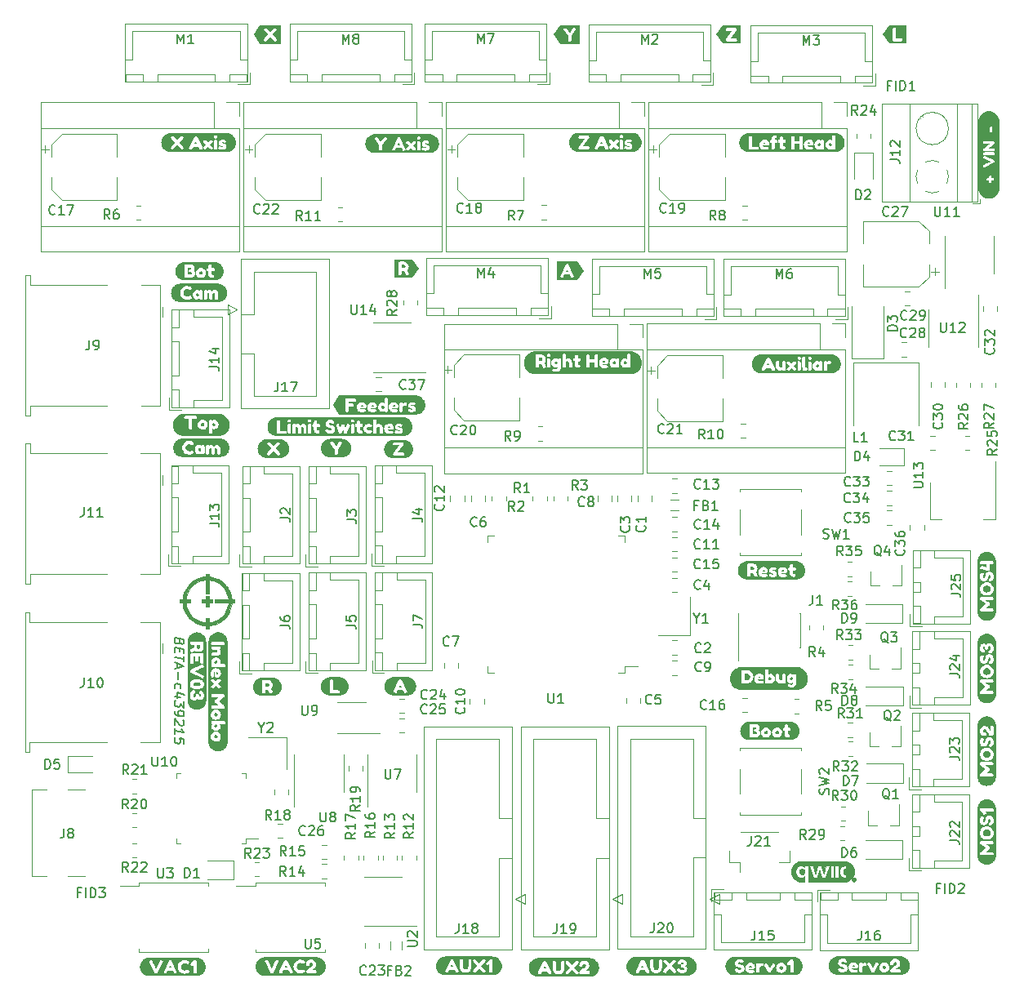
<source format=gto>
G04 #@! TF.GenerationSoftware,KiCad,Pcbnew,5.1.9+dfsg1-1~bpo10+1*
G04 #@! TF.CreationDate,2021-07-29T08:09:36+00:00*
G04 #@! TF.ProjectId,mobo,6d6f626f-2e6b-4696-9361-645f70636258,rev?*
G04 #@! TF.SameCoordinates,Original*
G04 #@! TF.FileFunction,Legend,Top*
G04 #@! TF.FilePolarity,Positive*
%FSLAX46Y46*%
G04 Gerber Fmt 4.6, Leading zero omitted, Abs format (unit mm)*
G04 Created by KiCad (PCBNEW 5.1.9+dfsg1-1~bpo10+1) date 2021-07-29 08:09:36*
%MOMM*%
%LPD*%
G01*
G04 APERTURE LIST*
%ADD10C,0.150000*%
%ADD11C,0.100000*%
%ADD12C,0.010000*%
%ADD13C,0.120000*%
G04 APERTURE END LIST*
D10*
X83731428Y-130810357D02*
X83683809Y-130947261D01*
X83636190Y-130988928D01*
X83540952Y-131024642D01*
X83398095Y-131006785D01*
X83302857Y-130947261D01*
X83255238Y-130893690D01*
X83207619Y-130792500D01*
X83207619Y-130411547D01*
X84207619Y-130536547D01*
X84207619Y-130869880D01*
X84160000Y-130959166D01*
X84112380Y-131000833D01*
X84017142Y-131036547D01*
X83921904Y-131024642D01*
X83826666Y-130965119D01*
X83779047Y-130911547D01*
X83731428Y-130810357D01*
X83731428Y-130477023D01*
X83731428Y-131477023D02*
X83731428Y-131810357D01*
X83207619Y-131887738D02*
X83207619Y-131411547D01*
X84207619Y-131536547D01*
X84207619Y-132012738D01*
X84207619Y-132298452D02*
X84207619Y-132869880D01*
X83207619Y-132459166D02*
X84207619Y-132584166D01*
X83493333Y-133066309D02*
X83493333Y-133542500D01*
X83207619Y-132935357D02*
X84207619Y-133393690D01*
X83207619Y-133602023D01*
X83588571Y-133982976D02*
X83588571Y-134744880D01*
X83255238Y-135607976D02*
X83207619Y-135506785D01*
X83207619Y-135316309D01*
X83255238Y-135227023D01*
X83302857Y-135185357D01*
X83398095Y-135149642D01*
X83683809Y-135185357D01*
X83779047Y-135244880D01*
X83826666Y-135298452D01*
X83874285Y-135399642D01*
X83874285Y-135590119D01*
X83826666Y-135679404D01*
X83874285Y-136542500D02*
X83207619Y-136459166D01*
X84255238Y-136352023D02*
X83540952Y-136024642D01*
X83540952Y-136643690D01*
X84207619Y-137012738D02*
X84207619Y-137631785D01*
X83826666Y-137250833D01*
X83826666Y-137393690D01*
X83779047Y-137482976D01*
X83731428Y-137524642D01*
X83636190Y-137560357D01*
X83398095Y-137530595D01*
X83302857Y-137471071D01*
X83255238Y-137417500D01*
X83207619Y-137316309D01*
X83207619Y-137030595D01*
X83255238Y-136941309D01*
X83302857Y-136899642D01*
X83207619Y-137982976D02*
X83207619Y-138173452D01*
X83255238Y-138274642D01*
X83302857Y-138328214D01*
X83445714Y-138441309D01*
X83636190Y-138512738D01*
X84017142Y-138560357D01*
X84112380Y-138524642D01*
X84160000Y-138482976D01*
X84207619Y-138393690D01*
X84207619Y-138203214D01*
X84160000Y-138102023D01*
X84112380Y-138048452D01*
X84017142Y-137988928D01*
X83779047Y-137959166D01*
X83683809Y-137994880D01*
X83636190Y-138036547D01*
X83588571Y-138125833D01*
X83588571Y-138316309D01*
X83636190Y-138417500D01*
X83683809Y-138471071D01*
X83779047Y-138530595D01*
X84112380Y-138953214D02*
X84160000Y-139006785D01*
X84207619Y-139107976D01*
X84207619Y-139346071D01*
X84160000Y-139435357D01*
X84112380Y-139477023D01*
X84017142Y-139512738D01*
X83921904Y-139500833D01*
X83779047Y-139435357D01*
X83207619Y-138792500D01*
X83207619Y-139411547D01*
X83207619Y-140363928D02*
X83207619Y-139792500D01*
X83207619Y-140078214D02*
X84207619Y-140203214D01*
X84064761Y-140090119D01*
X83969523Y-139982976D01*
X83921904Y-139881785D01*
X84207619Y-141393690D02*
X84207619Y-140917500D01*
X83731428Y-140810357D01*
X83779047Y-140863928D01*
X83826666Y-140965119D01*
X83826666Y-141203214D01*
X83779047Y-141292500D01*
X83731428Y-141334166D01*
X83636190Y-141369880D01*
X83398095Y-141340119D01*
X83302857Y-141280595D01*
X83255238Y-141227023D01*
X83207619Y-141125833D01*
X83207619Y-140887738D01*
X83255238Y-140798452D01*
X83302857Y-140756785D01*
D11*
G36*
X166560789Y-83242588D02*
G01*
X167433781Y-82863175D01*
X167442512Y-82790944D01*
X167471881Y-82752050D01*
X168167206Y-81156613D01*
X167278206Y-81594763D01*
X167202006Y-81618575D01*
X167148825Y-81595159D01*
X167100406Y-81524913D01*
X167073419Y-81444744D01*
X167079769Y-81402675D01*
X167101994Y-81375688D01*
X167144062Y-81349494D01*
X167188512Y-81328261D01*
X167275825Y-81288375D01*
X167387942Y-81237377D01*
X167506806Y-81182806D01*
X167625670Y-81128038D01*
X167737788Y-81076444D01*
X167822520Y-81037352D01*
X167859231Y-81020088D01*
X167163906Y-80702588D01*
X167116281Y-80680363D01*
X167073419Y-80610513D01*
X167100406Y-80516850D01*
X167148825Y-80446603D01*
X167202006Y-80423188D01*
X167222644Y-80335875D01*
X167167875Y-80333494D01*
X167125806Y-80318412D01*
X167093659Y-80276344D01*
X167082944Y-80194587D01*
X167097628Y-80106084D01*
X167141681Y-80062825D01*
X167224231Y-80054887D01*
X168106881Y-80054887D01*
X168162444Y-80057269D01*
X168203719Y-80072350D01*
X168235866Y-80114419D01*
X168246581Y-80196175D01*
X168231500Y-80284281D01*
X168186256Y-80326350D01*
X168105294Y-80335875D01*
X167222644Y-80335875D01*
X167202006Y-80423188D01*
X167278206Y-80447000D01*
X168167206Y-80885150D01*
X168223563Y-80938331D01*
X168244994Y-81012150D01*
X168244994Y-81028025D01*
X168223563Y-81103431D01*
X168167206Y-81156613D01*
X167471881Y-82752050D01*
X167559194Y-82737763D01*
X167686194Y-82737763D01*
X167686194Y-82609175D01*
X167699688Y-82528213D01*
X167740169Y-82494081D01*
X167812400Y-82485350D01*
X167884631Y-82493288D01*
X167922731Y-82520275D01*
X167937019Y-82601238D01*
X167937019Y-82737763D01*
X168065606Y-82737763D01*
X168146569Y-82751256D01*
X168180700Y-82791738D01*
X168189431Y-82863969D01*
X168180700Y-82936200D01*
X168151331Y-82974300D01*
X168064019Y-82988588D01*
X167937019Y-82988588D01*
X167937019Y-83126700D01*
X167924319Y-83202900D01*
X167883838Y-83234650D01*
X167811606Y-83242588D01*
X167739375Y-83233856D01*
X167700481Y-83202900D01*
X167686194Y-83115588D01*
X167686194Y-82988588D01*
X167557606Y-82988588D01*
X167476644Y-82975888D01*
X167442512Y-82935406D01*
X167433781Y-82863175D01*
X166560789Y-83242588D01*
X166560789Y-83755218D01*
X166566082Y-83862959D01*
X166581910Y-83969663D01*
X166608120Y-84074302D01*
X166644461Y-84175868D01*
X166690582Y-84273382D01*
X166746039Y-84365907D01*
X166810298Y-84452550D01*
X166882740Y-84532478D01*
X166962668Y-84604920D01*
X167049311Y-84669179D01*
X167141835Y-84724636D01*
X167239350Y-84770757D01*
X167340916Y-84807097D01*
X167445554Y-84833308D01*
X167552258Y-84849136D01*
X167660000Y-84854429D01*
X167767742Y-84849136D01*
X167874446Y-84833308D01*
X167979084Y-84807097D01*
X168080650Y-84770757D01*
X168178165Y-84724636D01*
X168270689Y-84669179D01*
X168357332Y-84604920D01*
X168437260Y-84532478D01*
X168509702Y-84452550D01*
X168573961Y-84365907D01*
X168629418Y-84273382D01*
X168675539Y-84175868D01*
X168711880Y-84074302D01*
X168738090Y-83969663D01*
X168753918Y-83862959D01*
X168759211Y-83755218D01*
X168759211Y-83242588D01*
X168759211Y-77397412D01*
X167144856Y-78921412D01*
X167225819Y-78911887D01*
X168106881Y-78911887D01*
X168162444Y-78914269D01*
X168203719Y-78929350D01*
X168235866Y-78971419D01*
X168246581Y-79053175D01*
X168237056Y-79138900D01*
X168206894Y-79178587D01*
X168057316Y-79290859D01*
X167926083Y-79389549D01*
X167813194Y-79474656D01*
X167718649Y-79546182D01*
X167642449Y-79604126D01*
X167584594Y-79648487D01*
X168106881Y-79648487D01*
X168162444Y-79650869D01*
X168203719Y-79665950D01*
X168235866Y-79708019D01*
X168246581Y-79789775D01*
X168235866Y-79869150D01*
X168203719Y-79910425D01*
X168160856Y-79925506D01*
X168105294Y-79927887D01*
X167219469Y-79927887D01*
X167131362Y-79912806D01*
X167094056Y-79867562D01*
X167084531Y-79789775D01*
X167093262Y-79714369D01*
X167113106Y-79675475D01*
X167154381Y-79638962D01*
X167297653Y-79533482D01*
X167423727Y-79440349D01*
X167532603Y-79359562D01*
X167624281Y-79291124D01*
X167698761Y-79235032D01*
X167756044Y-79191287D01*
X167219469Y-79191287D01*
X167131362Y-79176206D01*
X167094056Y-79130962D01*
X167084531Y-79055556D01*
X167092469Y-78982531D01*
X167111519Y-78941256D01*
X167144856Y-78921412D01*
X168759211Y-77397412D01*
X168759211Y-76884782D01*
X168025919Y-77513300D01*
X168025919Y-77891125D01*
X168012425Y-77962166D01*
X167971944Y-77997487D01*
X167898919Y-78005425D01*
X167827481Y-77995900D01*
X167789381Y-77965737D01*
X167775094Y-77889537D01*
X167775094Y-77511712D01*
X167788191Y-77441069D01*
X167827481Y-77406937D01*
X167900506Y-77397412D01*
X167972738Y-77406144D01*
X168011631Y-77433925D01*
X168025919Y-77513300D01*
X168759211Y-76884782D01*
X168753918Y-76777041D01*
X168738090Y-76670337D01*
X168711880Y-76565698D01*
X168675539Y-76464132D01*
X168629418Y-76366618D01*
X168573961Y-76274093D01*
X168509702Y-76187450D01*
X168437260Y-76107522D01*
X168357332Y-76035080D01*
X168270689Y-75970821D01*
X168178165Y-75915364D01*
X168080650Y-75869243D01*
X167979084Y-75832903D01*
X167874446Y-75806692D01*
X167767742Y-75790864D01*
X167660000Y-75785571D01*
X167552258Y-75790864D01*
X167445554Y-75806692D01*
X167340916Y-75832903D01*
X167239350Y-75869243D01*
X167141835Y-75915364D01*
X167049311Y-75970821D01*
X166962668Y-76035080D01*
X166882740Y-76107522D01*
X166810298Y-76187450D01*
X166746039Y-76274093D01*
X166690582Y-76366618D01*
X166644461Y-76464132D01*
X166608120Y-76565698D01*
X166581910Y-76670337D01*
X166566082Y-76777041D01*
X166560789Y-76884782D01*
X166560789Y-77397412D01*
X166560789Y-83242588D01*
G37*
D12*
G36*
X153611109Y-155381731D02*
G01*
X153653465Y-155384541D01*
X153688092Y-155392292D01*
X153711978Y-155404115D01*
X153720156Y-155413262D01*
X153727714Y-155439764D01*
X153726571Y-155469143D01*
X153717393Y-155494218D01*
X153711996Y-155501065D01*
X153701489Y-155512940D01*
X153700739Y-155522494D01*
X153709492Y-155537029D01*
X153710695Y-155538768D01*
X153725751Y-155561149D01*
X153731627Y-155573521D01*
X153728293Y-155578851D01*
X153715719Y-155580102D01*
X153710282Y-155580125D01*
X153691105Y-155577772D01*
X153678854Y-155567803D01*
X153670254Y-155552343D01*
X153658641Y-155533315D01*
X153644903Y-155525558D01*
X153633065Y-155524562D01*
X153616982Y-155526098D01*
X153610386Y-155533917D01*
X153609125Y-155552343D01*
X153607642Y-155571131D01*
X153600970Y-155578822D01*
X153589281Y-155580125D01*
X153569437Y-155580125D01*
X153569437Y-155485787D01*
X153609125Y-155485787D01*
X153642050Y-155483347D01*
X153668900Y-155477763D01*
X153683682Y-155467015D01*
X153688270Y-155448795D01*
X153678713Y-155434202D01*
X153656626Y-155424946D01*
X153642050Y-155422902D01*
X153609125Y-155420462D01*
X153609125Y-155485787D01*
X153569437Y-155485787D01*
X153569437Y-155381687D01*
X153611109Y-155381731D01*
G37*
X153611109Y-155381731D02*
X153653465Y-155384541D01*
X153688092Y-155392292D01*
X153711978Y-155404115D01*
X153720156Y-155413262D01*
X153727714Y-155439764D01*
X153726571Y-155469143D01*
X153717393Y-155494218D01*
X153711996Y-155501065D01*
X153701489Y-155512940D01*
X153700739Y-155522494D01*
X153709492Y-155537029D01*
X153710695Y-155538768D01*
X153725751Y-155561149D01*
X153731627Y-155573521D01*
X153728293Y-155578851D01*
X153715719Y-155580102D01*
X153710282Y-155580125D01*
X153691105Y-155577772D01*
X153678854Y-155567803D01*
X153670254Y-155552343D01*
X153658641Y-155533315D01*
X153644903Y-155525558D01*
X153633065Y-155524562D01*
X153616982Y-155526098D01*
X153610386Y-155533917D01*
X153609125Y-155552343D01*
X153607642Y-155571131D01*
X153600970Y-155578822D01*
X153589281Y-155580125D01*
X153569437Y-155580125D01*
X153569437Y-155485787D01*
X153609125Y-155485787D01*
X153642050Y-155483347D01*
X153668900Y-155477763D01*
X153683682Y-155467015D01*
X153688270Y-155448795D01*
X153678713Y-155434202D01*
X153656626Y-155424946D01*
X153642050Y-155422902D01*
X153609125Y-155420462D01*
X153609125Y-155485787D01*
X153569437Y-155485787D01*
X153569437Y-155381687D01*
X153611109Y-155381731D01*
G36*
X148342020Y-154355028D02*
G01*
X148392452Y-154371616D01*
X148438192Y-154400983D01*
X148450143Y-154411204D01*
X148491021Y-154456311D01*
X148519916Y-154508083D01*
X148537376Y-154568107D01*
X148543946Y-154637969D01*
X148543124Y-154681013D01*
X148540521Y-154719007D01*
X148536358Y-154747286D01*
X148529056Y-154772011D01*
X148517036Y-154799342D01*
X148508360Y-154816702D01*
X148474323Y-154870762D01*
X148433678Y-154910964D01*
X148384804Y-154938384D01*
X148326077Y-154954098D01*
X148295655Y-154957664D01*
X148262862Y-154957427D01*
X148229074Y-154953010D01*
X148219001Y-154950608D01*
X148158324Y-154926110D01*
X148108477Y-154890123D01*
X148069709Y-154842988D01*
X148042265Y-154785049D01*
X148026394Y-154716646D01*
X148022890Y-154678918D01*
X148024103Y-154602561D01*
X148036633Y-154536446D01*
X148060960Y-154479216D01*
X148097562Y-154429512D01*
X148118107Y-154409293D01*
X148163042Y-154376938D01*
X148212743Y-154357575D01*
X148270509Y-154350013D01*
X148283062Y-154349812D01*
X148342020Y-154355028D01*
G37*
X148342020Y-154355028D02*
X148392452Y-154371616D01*
X148438192Y-154400983D01*
X148450143Y-154411204D01*
X148491021Y-154456311D01*
X148519916Y-154508083D01*
X148537376Y-154568107D01*
X148543946Y-154637969D01*
X148543124Y-154681013D01*
X148540521Y-154719007D01*
X148536358Y-154747286D01*
X148529056Y-154772011D01*
X148517036Y-154799342D01*
X148508360Y-154816702D01*
X148474323Y-154870762D01*
X148433678Y-154910964D01*
X148384804Y-154938384D01*
X148326077Y-154954098D01*
X148295655Y-154957664D01*
X148262862Y-154957427D01*
X148229074Y-154953010D01*
X148219001Y-154950608D01*
X148158324Y-154926110D01*
X148108477Y-154890123D01*
X148069709Y-154842988D01*
X148042265Y-154785049D01*
X148026394Y-154716646D01*
X148022890Y-154678918D01*
X148024103Y-154602561D01*
X148036633Y-154536446D01*
X148060960Y-154479216D01*
X148097562Y-154429512D01*
X148118107Y-154409293D01*
X148163042Y-154376938D01*
X148212743Y-154357575D01*
X148270509Y-154350013D01*
X148283062Y-154349812D01*
X148342020Y-154355028D01*
G36*
X153686300Y-155291310D02*
G01*
X153736780Y-155308572D01*
X153770379Y-155329514D01*
X153789438Y-155348269D01*
X153809453Y-155374350D01*
X153820119Y-155391575D01*
X153833322Y-155418450D01*
X153840318Y-155442926D01*
X153842858Y-155472453D01*
X153843018Y-155488843D01*
X153835729Y-155545879D01*
X153814504Y-155595470D01*
X153779799Y-155636875D01*
X153732389Y-155669187D01*
X153700846Y-155680380D01*
X153662148Y-155687029D01*
X153622846Y-155688580D01*
X153589491Y-155684480D01*
X153581343Y-155681960D01*
X153532461Y-155655883D01*
X153493299Y-155619720D01*
X153464895Y-155575990D01*
X153448285Y-155527212D01*
X153444887Y-155481081D01*
X153489896Y-155481081D01*
X153493961Y-155525591D01*
X153510418Y-155566641D01*
X153524120Y-155585509D01*
X153562019Y-155618039D01*
X153605490Y-155637332D01*
X153651672Y-155642651D01*
X153697701Y-155633262D01*
X153702537Y-155631339D01*
X153743053Y-155606903D01*
X153773317Y-155573476D01*
X153792630Y-155533959D01*
X153800292Y-155491255D01*
X153795605Y-155448266D01*
X153777870Y-155407894D01*
X153761416Y-155386913D01*
X153722283Y-155355904D01*
X153678634Y-155338920D01*
X153633136Y-155335829D01*
X153588453Y-155346497D01*
X153547253Y-155370792D01*
X153519380Y-155398953D01*
X153498332Y-155437428D01*
X153489896Y-155481081D01*
X153444887Y-155481081D01*
X153444505Y-155475902D01*
X153454591Y-155424581D01*
X153465174Y-155399669D01*
X153496617Y-155354021D01*
X153537034Y-155319768D01*
X153583844Y-155297502D01*
X153634460Y-155287818D01*
X153686300Y-155291310D01*
G37*
X153686300Y-155291310D02*
X153736780Y-155308572D01*
X153770379Y-155329514D01*
X153789438Y-155348269D01*
X153809453Y-155374350D01*
X153820119Y-155391575D01*
X153833322Y-155418450D01*
X153840318Y-155442926D01*
X153842858Y-155472453D01*
X153843018Y-155488843D01*
X153835729Y-155545879D01*
X153814504Y-155595470D01*
X153779799Y-155636875D01*
X153732389Y-155669187D01*
X153700846Y-155680380D01*
X153662148Y-155687029D01*
X153622846Y-155688580D01*
X153589491Y-155684480D01*
X153581343Y-155681960D01*
X153532461Y-155655883D01*
X153493299Y-155619720D01*
X153464895Y-155575990D01*
X153448285Y-155527212D01*
X153444887Y-155481081D01*
X153489896Y-155481081D01*
X153493961Y-155525591D01*
X153510418Y-155566641D01*
X153524120Y-155585509D01*
X153562019Y-155618039D01*
X153605490Y-155637332D01*
X153651672Y-155642651D01*
X153697701Y-155633262D01*
X153702537Y-155631339D01*
X153743053Y-155606903D01*
X153773317Y-155573476D01*
X153792630Y-155533959D01*
X153800292Y-155491255D01*
X153795605Y-155448266D01*
X153777870Y-155407894D01*
X153761416Y-155386913D01*
X153722283Y-155355904D01*
X153678634Y-155338920D01*
X153633136Y-155335829D01*
X153588453Y-155346497D01*
X153547253Y-155370792D01*
X153519380Y-155398953D01*
X153498332Y-155437428D01*
X153489896Y-155481081D01*
X153444887Y-155481081D01*
X153444505Y-155475902D01*
X153454591Y-155424581D01*
X153465174Y-155399669D01*
X153496617Y-155354021D01*
X153537034Y-155319768D01*
X153583844Y-155297502D01*
X153634460Y-155287818D01*
X153686300Y-155291310D01*
G36*
X150651970Y-153583846D02*
G01*
X150866392Y-153583855D01*
X151066028Y-153583875D01*
X151251424Y-153583908D01*
X151423125Y-153583959D01*
X151581675Y-153584030D01*
X151727620Y-153584124D01*
X151861505Y-153584246D01*
X151983873Y-153584398D01*
X152095271Y-153584584D01*
X152196243Y-153584806D01*
X152287334Y-153585069D01*
X152369089Y-153585376D01*
X152442053Y-153585730D01*
X152506771Y-153586134D01*
X152563787Y-153586592D01*
X152613647Y-153587107D01*
X152656895Y-153587683D01*
X152694077Y-153588322D01*
X152725738Y-153589028D01*
X152752422Y-153589805D01*
X152774673Y-153590655D01*
X152793038Y-153591583D01*
X152808061Y-153592590D01*
X152820287Y-153593682D01*
X152830261Y-153594860D01*
X152838528Y-153596130D01*
X152845632Y-153597492D01*
X152851093Y-153598710D01*
X152980073Y-153636528D01*
X153100665Y-153687402D01*
X153212254Y-153750862D01*
X153314222Y-153826435D01*
X153405953Y-153913649D01*
X153486832Y-154012033D01*
X153556241Y-154121114D01*
X153572036Y-154150594D01*
X153621640Y-154259958D01*
X153657004Y-154369557D01*
X153678898Y-154482600D01*
X153688094Y-154602295D01*
X153688500Y-154635203D01*
X153681377Y-154767124D01*
X153659913Y-154892297D01*
X153623969Y-155011073D01*
X153573402Y-155123805D01*
X153508071Y-155230845D01*
X153427834Y-155332544D01*
X153393554Y-155369709D01*
X153303840Y-155454125D01*
X153209124Y-155525151D01*
X153107491Y-155583852D01*
X152997023Y-155631296D01*
X152875805Y-155668546D01*
X152840767Y-155677044D01*
X152763781Y-155694749D01*
X150856796Y-155697126D01*
X148949812Y-155699503D01*
X148949812Y-154044218D01*
X149014851Y-154044218D01*
X149453843Y-155254414D01*
X149652810Y-155254550D01*
X149851778Y-155254687D01*
X149965558Y-154887578D01*
X149988334Y-154814312D01*
X150009803Y-154745672D01*
X150029490Y-154683148D01*
X150046918Y-154628233D01*
X150061612Y-154582420D01*
X150073095Y-154547201D01*
X150080891Y-154524068D01*
X150084524Y-154514514D01*
X150084608Y-154514395D01*
X150087897Y-154520527D01*
X150095323Y-154540433D01*
X150106422Y-154572692D01*
X150120732Y-154615887D01*
X150137788Y-154668595D01*
X150157127Y-154729398D01*
X150178286Y-154796876D01*
X150200801Y-154869609D01*
X150204454Y-154881495D01*
X150319031Y-155254668D01*
X150517517Y-155254678D01*
X150716003Y-155254687D01*
X150936220Y-154652598D01*
X150970372Y-154559162D01*
X151002902Y-154470041D01*
X151033405Y-154386357D01*
X151061472Y-154309232D01*
X151086697Y-154239790D01*
X151108672Y-154179154D01*
X151126990Y-154128445D01*
X151141243Y-154088787D01*
X151151026Y-154061303D01*
X151155930Y-154047115D01*
X151156437Y-154045379D01*
X151148859Y-154043958D01*
X151127561Y-154042688D01*
X151094699Y-154041627D01*
X151052428Y-154040831D01*
X151002904Y-154040358D01*
X150963471Y-154040250D01*
X151212000Y-154040250D01*
X151212000Y-155254687D01*
X151608875Y-155254687D01*
X151608875Y-154040250D01*
X151688250Y-154040250D01*
X151688250Y-155254687D01*
X152085125Y-155254687D01*
X152085125Y-154651437D01*
X152168490Y-154651437D01*
X152169260Y-154715013D01*
X152172097Y-154766745D01*
X152177830Y-154810614D01*
X152187289Y-154850602D01*
X152201301Y-154890691D01*
X152220698Y-154934862D01*
X152232663Y-154959701D01*
X152279286Y-155037033D01*
X152337955Y-155104213D01*
X152407912Y-155160473D01*
X152462478Y-155192579D01*
X152535488Y-155226093D01*
X152605034Y-155248989D01*
X152676350Y-155262464D01*
X152754670Y-155267713D01*
X152791562Y-155267742D01*
X152866968Y-155266593D01*
X152869114Y-155106837D01*
X152871259Y-154947082D01*
X152801091Y-154943727D01*
X152744359Y-154936979D01*
X152698704Y-154921872D01*
X152660946Y-154897027D01*
X152637178Y-154872711D01*
X152603478Y-154821794D01*
X152580084Y-154763371D01*
X152566908Y-154700312D01*
X152563862Y-154635486D01*
X152570860Y-154571765D01*
X152587814Y-154512016D01*
X152614637Y-154459111D01*
X152651083Y-154416061D01*
X152689645Y-154386434D01*
X152729188Y-154368181D01*
X152774845Y-154359419D01*
X152809582Y-154357924D01*
X152871259Y-154357750D01*
X152869114Y-154193046D01*
X152866968Y-154028343D01*
X152767750Y-154029618D01*
X152688745Y-154033643D01*
X152619354Y-154044332D01*
X152554278Y-154062913D01*
X152488217Y-154090610D01*
X152474062Y-154097530D01*
X152410270Y-154136500D01*
X152349094Y-154187126D01*
X152294465Y-154245536D01*
X152250312Y-154307855D01*
X152237782Y-154330417D01*
X152212808Y-154382403D01*
X152194388Y-154429796D01*
X152181632Y-154476703D01*
X152173656Y-154527233D01*
X152169573Y-154585495D01*
X152168490Y-154651437D01*
X152085125Y-154651437D01*
X152085125Y-154040250D01*
X151688250Y-154040250D01*
X151608875Y-154040250D01*
X151212000Y-154040250D01*
X150963471Y-154040250D01*
X150770506Y-154040250D01*
X150656797Y-154427203D01*
X150634386Y-154503315D01*
X150613080Y-154575373D01*
X150593344Y-154641831D01*
X150575642Y-154701140D01*
X150560436Y-154751752D01*
X150548192Y-154792119D01*
X150539372Y-154820694D01*
X150534440Y-154835929D01*
X150533913Y-154837362D01*
X150532153Y-154841331D01*
X150530257Y-154843612D01*
X150527941Y-154843312D01*
X150524924Y-154839540D01*
X150520923Y-154831401D01*
X150515654Y-154818004D01*
X150508837Y-154798456D01*
X150500189Y-154771865D01*
X150489427Y-154737336D01*
X150476268Y-154693979D01*
X150460431Y-154640900D01*
X150441633Y-154577206D01*
X150419592Y-154502004D01*
X150394024Y-154414403D01*
X150364648Y-154313509D01*
X150331182Y-154198430D01*
X150324425Y-154175187D01*
X150286349Y-154044218D01*
X150094854Y-154042094D01*
X149903358Y-154039970D01*
X149883573Y-154105594D01*
X149877158Y-154127225D01*
X149866931Y-154162153D01*
X149853462Y-154208420D01*
X149837317Y-154264063D01*
X149819066Y-154327122D01*
X149799278Y-154395636D01*
X149778520Y-154467646D01*
X149766742Y-154508562D01*
X149746423Y-154578933D01*
X149727319Y-154644596D01*
X149709897Y-154703976D01*
X149694628Y-154755501D01*
X149681978Y-154797597D01*
X149672416Y-154828690D01*
X149666411Y-154847207D01*
X149664564Y-154851856D01*
X149661416Y-154845628D01*
X149654270Y-154825536D01*
X149643555Y-154792960D01*
X149629701Y-154749282D01*
X149613140Y-154695881D01*
X149594302Y-154634138D01*
X149573617Y-154565434D01*
X149551517Y-154491148D01*
X149541610Y-154457579D01*
X149518942Y-154380754D01*
X149497506Y-154308446D01*
X149477738Y-154242104D01*
X149460075Y-154183176D01*
X149444953Y-154133109D01*
X149432809Y-154093352D01*
X149424078Y-154065353D01*
X149419197Y-154050560D01*
X149418418Y-154048662D01*
X149409947Y-154045691D01*
X149388311Y-154043546D01*
X149352887Y-154042206D01*
X149303051Y-154041653D01*
X149238182Y-154041866D01*
X149213949Y-154042095D01*
X149014851Y-154044218D01*
X148949812Y-154044218D01*
X148949812Y-154040250D01*
X148545000Y-154040250D01*
X148545000Y-154194488D01*
X148503328Y-154153865D01*
X148441382Y-154102607D01*
X148372726Y-154064083D01*
X148330687Y-154047415D01*
X148289792Y-154037377D01*
X148238275Y-154030959D01*
X148180985Y-154028228D01*
X148122772Y-154029252D01*
X148068485Y-154034097D01*
X148022975Y-154042830D01*
X148021812Y-154043149D01*
X147935373Y-154074985D01*
X147857481Y-154120026D01*
X147788889Y-154177649D01*
X147730349Y-154247227D01*
X147685633Y-154322031D01*
X147655786Y-154395588D01*
X147634119Y-154478865D01*
X147621300Y-154567593D01*
X147618001Y-154657506D01*
X147622378Y-154724931D01*
X147630986Y-154788742D01*
X147641683Y-154842131D01*
X147655993Y-154890541D01*
X147675439Y-154939413D01*
X147692955Y-154976875D01*
X147737819Y-155052193D01*
X147793657Y-155118407D01*
X147858490Y-155173506D01*
X147925875Y-155213373D01*
X148012417Y-155246705D01*
X148103432Y-155265574D01*
X148185810Y-155270562D01*
X148272794Y-155263617D01*
X148352490Y-155242913D01*
X148424389Y-155208641D01*
X148487984Y-155160997D01*
X148497990Y-155151525D01*
X148545000Y-155105527D01*
X148545000Y-155699187D01*
X148352515Y-155697853D01*
X148296876Y-155697358D01*
X148244839Y-155696690D01*
X148199064Y-155695900D01*
X148162209Y-155695038D01*
X148136933Y-155694154D01*
X148128281Y-155693621D01*
X148003416Y-155674583D01*
X147882722Y-155641165D01*
X147767403Y-155594261D01*
X147658662Y-155534767D01*
X147557701Y-155463577D01*
X147465724Y-155381587D01*
X147383934Y-155289692D01*
X147313535Y-155188787D01*
X147255728Y-155079767D01*
X147234210Y-155028468D01*
X147195285Y-154908556D01*
X147170184Y-154787025D01*
X147159262Y-154666255D01*
X147162835Y-154549023D01*
X147182628Y-154417241D01*
X147216328Y-154293073D01*
X147264068Y-154176247D01*
X147325976Y-154066492D01*
X147402184Y-153963536D01*
X147487458Y-153872247D01*
X147584057Y-153789143D01*
X147687490Y-153719817D01*
X147798953Y-153663611D01*
X147919644Y-153619863D01*
X147971325Y-153605564D01*
X148056843Y-153583843D01*
X150422218Y-153583843D01*
X150651970Y-153583846D01*
G37*
X150651970Y-153583846D02*
X150866392Y-153583855D01*
X151066028Y-153583875D01*
X151251424Y-153583908D01*
X151423125Y-153583959D01*
X151581675Y-153584030D01*
X151727620Y-153584124D01*
X151861505Y-153584246D01*
X151983873Y-153584398D01*
X152095271Y-153584584D01*
X152196243Y-153584806D01*
X152287334Y-153585069D01*
X152369089Y-153585376D01*
X152442053Y-153585730D01*
X152506771Y-153586134D01*
X152563787Y-153586592D01*
X152613647Y-153587107D01*
X152656895Y-153587683D01*
X152694077Y-153588322D01*
X152725738Y-153589028D01*
X152752422Y-153589805D01*
X152774673Y-153590655D01*
X152793038Y-153591583D01*
X152808061Y-153592590D01*
X152820287Y-153593682D01*
X152830261Y-153594860D01*
X152838528Y-153596130D01*
X152845632Y-153597492D01*
X152851093Y-153598710D01*
X152980073Y-153636528D01*
X153100665Y-153687402D01*
X153212254Y-153750862D01*
X153314222Y-153826435D01*
X153405953Y-153913649D01*
X153486832Y-154012033D01*
X153556241Y-154121114D01*
X153572036Y-154150594D01*
X153621640Y-154259958D01*
X153657004Y-154369557D01*
X153678898Y-154482600D01*
X153688094Y-154602295D01*
X153688500Y-154635203D01*
X153681377Y-154767124D01*
X153659913Y-154892297D01*
X153623969Y-155011073D01*
X153573402Y-155123805D01*
X153508071Y-155230845D01*
X153427834Y-155332544D01*
X153393554Y-155369709D01*
X153303840Y-155454125D01*
X153209124Y-155525151D01*
X153107491Y-155583852D01*
X152997023Y-155631296D01*
X152875805Y-155668546D01*
X152840767Y-155677044D01*
X152763781Y-155694749D01*
X150856796Y-155697126D01*
X148949812Y-155699503D01*
X148949812Y-154044218D01*
X149014851Y-154044218D01*
X149453843Y-155254414D01*
X149652810Y-155254550D01*
X149851778Y-155254687D01*
X149965558Y-154887578D01*
X149988334Y-154814312D01*
X150009803Y-154745672D01*
X150029490Y-154683148D01*
X150046918Y-154628233D01*
X150061612Y-154582420D01*
X150073095Y-154547201D01*
X150080891Y-154524068D01*
X150084524Y-154514514D01*
X150084608Y-154514395D01*
X150087897Y-154520527D01*
X150095323Y-154540433D01*
X150106422Y-154572692D01*
X150120732Y-154615887D01*
X150137788Y-154668595D01*
X150157127Y-154729398D01*
X150178286Y-154796876D01*
X150200801Y-154869609D01*
X150204454Y-154881495D01*
X150319031Y-155254668D01*
X150517517Y-155254678D01*
X150716003Y-155254687D01*
X150936220Y-154652598D01*
X150970372Y-154559162D01*
X151002902Y-154470041D01*
X151033405Y-154386357D01*
X151061472Y-154309232D01*
X151086697Y-154239790D01*
X151108672Y-154179154D01*
X151126990Y-154128445D01*
X151141243Y-154088787D01*
X151151026Y-154061303D01*
X151155930Y-154047115D01*
X151156437Y-154045379D01*
X151148859Y-154043958D01*
X151127561Y-154042688D01*
X151094699Y-154041627D01*
X151052428Y-154040831D01*
X151002904Y-154040358D01*
X150963471Y-154040250D01*
X151212000Y-154040250D01*
X151212000Y-155254687D01*
X151608875Y-155254687D01*
X151608875Y-154040250D01*
X151688250Y-154040250D01*
X151688250Y-155254687D01*
X152085125Y-155254687D01*
X152085125Y-154651437D01*
X152168490Y-154651437D01*
X152169260Y-154715013D01*
X152172097Y-154766745D01*
X152177830Y-154810614D01*
X152187289Y-154850602D01*
X152201301Y-154890691D01*
X152220698Y-154934862D01*
X152232663Y-154959701D01*
X152279286Y-155037033D01*
X152337955Y-155104213D01*
X152407912Y-155160473D01*
X152462478Y-155192579D01*
X152535488Y-155226093D01*
X152605034Y-155248989D01*
X152676350Y-155262464D01*
X152754670Y-155267713D01*
X152791562Y-155267742D01*
X152866968Y-155266593D01*
X152869114Y-155106837D01*
X152871259Y-154947082D01*
X152801091Y-154943727D01*
X152744359Y-154936979D01*
X152698704Y-154921872D01*
X152660946Y-154897027D01*
X152637178Y-154872711D01*
X152603478Y-154821794D01*
X152580084Y-154763371D01*
X152566908Y-154700312D01*
X152563862Y-154635486D01*
X152570860Y-154571765D01*
X152587814Y-154512016D01*
X152614637Y-154459111D01*
X152651083Y-154416061D01*
X152689645Y-154386434D01*
X152729188Y-154368181D01*
X152774845Y-154359419D01*
X152809582Y-154357924D01*
X152871259Y-154357750D01*
X152869114Y-154193046D01*
X152866968Y-154028343D01*
X152767750Y-154029618D01*
X152688745Y-154033643D01*
X152619354Y-154044332D01*
X152554278Y-154062913D01*
X152488217Y-154090610D01*
X152474062Y-154097530D01*
X152410270Y-154136500D01*
X152349094Y-154187126D01*
X152294465Y-154245536D01*
X152250312Y-154307855D01*
X152237782Y-154330417D01*
X152212808Y-154382403D01*
X152194388Y-154429796D01*
X152181632Y-154476703D01*
X152173656Y-154527233D01*
X152169573Y-154585495D01*
X152168490Y-154651437D01*
X152085125Y-154651437D01*
X152085125Y-154040250D01*
X151688250Y-154040250D01*
X151608875Y-154040250D01*
X151212000Y-154040250D01*
X150963471Y-154040250D01*
X150770506Y-154040250D01*
X150656797Y-154427203D01*
X150634386Y-154503315D01*
X150613080Y-154575373D01*
X150593344Y-154641831D01*
X150575642Y-154701140D01*
X150560436Y-154751752D01*
X150548192Y-154792119D01*
X150539372Y-154820694D01*
X150534440Y-154835929D01*
X150533913Y-154837362D01*
X150532153Y-154841331D01*
X150530257Y-154843612D01*
X150527941Y-154843312D01*
X150524924Y-154839540D01*
X150520923Y-154831401D01*
X150515654Y-154818004D01*
X150508837Y-154798456D01*
X150500189Y-154771865D01*
X150489427Y-154737336D01*
X150476268Y-154693979D01*
X150460431Y-154640900D01*
X150441633Y-154577206D01*
X150419592Y-154502004D01*
X150394024Y-154414403D01*
X150364648Y-154313509D01*
X150331182Y-154198430D01*
X150324425Y-154175187D01*
X150286349Y-154044218D01*
X150094854Y-154042094D01*
X149903358Y-154039970D01*
X149883573Y-154105594D01*
X149877158Y-154127225D01*
X149866931Y-154162153D01*
X149853462Y-154208420D01*
X149837317Y-154264063D01*
X149819066Y-154327122D01*
X149799278Y-154395636D01*
X149778520Y-154467646D01*
X149766742Y-154508562D01*
X149746423Y-154578933D01*
X149727319Y-154644596D01*
X149709897Y-154703976D01*
X149694628Y-154755501D01*
X149681978Y-154797597D01*
X149672416Y-154828690D01*
X149666411Y-154847207D01*
X149664564Y-154851856D01*
X149661416Y-154845628D01*
X149654270Y-154825536D01*
X149643555Y-154792960D01*
X149629701Y-154749282D01*
X149613140Y-154695881D01*
X149594302Y-154634138D01*
X149573617Y-154565434D01*
X149551517Y-154491148D01*
X149541610Y-154457579D01*
X149518942Y-154380754D01*
X149497506Y-154308446D01*
X149477738Y-154242104D01*
X149460075Y-154183176D01*
X149444953Y-154133109D01*
X149432809Y-154093352D01*
X149424078Y-154065353D01*
X149419197Y-154050560D01*
X149418418Y-154048662D01*
X149409947Y-154045691D01*
X149388311Y-154043546D01*
X149352887Y-154042206D01*
X149303051Y-154041653D01*
X149238182Y-154041866D01*
X149213949Y-154042095D01*
X149014851Y-154044218D01*
X148949812Y-154044218D01*
X148949812Y-154040250D01*
X148545000Y-154040250D01*
X148545000Y-154194488D01*
X148503328Y-154153865D01*
X148441382Y-154102607D01*
X148372726Y-154064083D01*
X148330687Y-154047415D01*
X148289792Y-154037377D01*
X148238275Y-154030959D01*
X148180985Y-154028228D01*
X148122772Y-154029252D01*
X148068485Y-154034097D01*
X148022975Y-154042830D01*
X148021812Y-154043149D01*
X147935373Y-154074985D01*
X147857481Y-154120026D01*
X147788889Y-154177649D01*
X147730349Y-154247227D01*
X147685633Y-154322031D01*
X147655786Y-154395588D01*
X147634119Y-154478865D01*
X147621300Y-154567593D01*
X147618001Y-154657506D01*
X147622378Y-154724931D01*
X147630986Y-154788742D01*
X147641683Y-154842131D01*
X147655993Y-154890541D01*
X147675439Y-154939413D01*
X147692955Y-154976875D01*
X147737819Y-155052193D01*
X147793657Y-155118407D01*
X147858490Y-155173506D01*
X147925875Y-155213373D01*
X148012417Y-155246705D01*
X148103432Y-155265574D01*
X148185810Y-155270562D01*
X148272794Y-155263617D01*
X148352490Y-155242913D01*
X148424389Y-155208641D01*
X148487984Y-155160997D01*
X148497990Y-155151525D01*
X148545000Y-155105527D01*
X148545000Y-155699187D01*
X148352515Y-155697853D01*
X148296876Y-155697358D01*
X148244839Y-155696690D01*
X148199064Y-155695900D01*
X148162209Y-155695038D01*
X148136933Y-155694154D01*
X148128281Y-155693621D01*
X148003416Y-155674583D01*
X147882722Y-155641165D01*
X147767403Y-155594261D01*
X147658662Y-155534767D01*
X147557701Y-155463577D01*
X147465724Y-155381587D01*
X147383934Y-155289692D01*
X147313535Y-155188787D01*
X147255728Y-155079767D01*
X147234210Y-155028468D01*
X147195285Y-154908556D01*
X147170184Y-154787025D01*
X147159262Y-154666255D01*
X147162835Y-154549023D01*
X147182628Y-154417241D01*
X147216328Y-154293073D01*
X147264068Y-154176247D01*
X147325976Y-154066492D01*
X147402184Y-153963536D01*
X147487458Y-153872247D01*
X147584057Y-153789143D01*
X147687490Y-153719817D01*
X147798953Y-153663611D01*
X147919644Y-153619863D01*
X147971325Y-153605564D01*
X148056843Y-153583843D01*
X150422218Y-153583843D01*
X150651970Y-153583846D01*
D13*
X157581252Y-118695000D02*
X157058748Y-118695000D01*
X157581252Y-117225000D02*
X157058748Y-117225000D01*
X157581252Y-116640000D02*
X157058748Y-116640000D01*
X157581252Y-115170000D02*
X157058748Y-115170000D01*
X157571252Y-114585000D02*
X157048748Y-114585000D01*
X157571252Y-113115000D02*
X157048748Y-113115000D01*
D11*
G36*
X144082405Y-100994162D02*
G01*
X144692957Y-101338967D01*
X144783445Y-101312297D01*
X144872980Y-101337062D01*
X147840970Y-101287532D01*
X147891452Y-101248956D01*
X147989560Y-101236097D01*
X148085762Y-101248956D01*
X148134340Y-101287532D01*
X148152437Y-101338015D01*
X148155295Y-101403737D01*
X148307695Y-101399927D01*
X148310552Y-101334205D01*
X148326745Y-101283722D01*
X148377227Y-101245146D01*
X148475335Y-101232287D01*
X148569632Y-101245146D01*
X148620115Y-101283722D01*
X148638212Y-101335157D01*
X148641070Y-101401832D01*
X148930630Y-101872367D01*
X148933487Y-101806645D01*
X148949680Y-101756162D01*
X149000162Y-101719015D01*
X149098270Y-101706632D01*
X149227810Y-101739017D01*
X149262100Y-101820932D01*
X149264005Y-101876177D01*
X149529752Y-101856175D01*
X149627437Y-101773096D01*
X149731259Y-101723248D01*
X149841220Y-101706632D01*
X149959330Y-101729492D01*
X150033625Y-101772355D01*
X150067915Y-101811407D01*
X150111254Y-101731397D01*
X150218410Y-101704727D01*
X150328900Y-101716157D01*
X150379382Y-101756162D01*
X150396527Y-101806645D01*
X150399385Y-101872367D01*
X150399385Y-102539118D01*
X150396527Y-102604840D01*
X150380335Y-102655323D01*
X150334377Y-102692470D01*
X150249842Y-102704853D01*
X150110777Y-102679135D01*
X150069820Y-102603888D01*
X149975761Y-102679611D01*
X149834552Y-102704853D01*
X149727343Y-102688131D01*
X149625426Y-102637966D01*
X149528800Y-102554358D01*
X149450483Y-102448630D01*
X149403493Y-102332108D01*
X149387830Y-102204790D01*
X149403599Y-102077578D01*
X149450907Y-101961373D01*
X149529752Y-101856175D01*
X149264005Y-101876177D01*
X149264005Y-102542928D01*
X149261147Y-102608650D01*
X149243050Y-102659133D01*
X149193996Y-102696280D01*
X149096365Y-102708663D01*
X148999686Y-102695804D01*
X148949680Y-102657228D01*
X148933487Y-102607698D01*
X148930630Y-102541023D01*
X148930630Y-101872367D01*
X148641070Y-101401832D01*
X148641070Y-102283848D01*
X148652500Y-102370525D01*
X148702982Y-102388623D01*
X148755370Y-102391480D01*
X148787755Y-102407673D01*
X148825855Y-102542928D01*
X148816330Y-102639606D01*
X148787755Y-102689613D01*
X148703935Y-102709615D01*
X148551535Y-102701043D01*
X148430567Y-102667229D01*
X148361035Y-102603888D01*
X148321030Y-102482920D01*
X148307695Y-102306708D01*
X148307695Y-101399927D01*
X148155295Y-101403737D01*
X148152437Y-101469460D01*
X148135292Y-101518990D01*
X148084810Y-101558042D01*
X147988607Y-101569472D01*
X147892405Y-101558042D01*
X147841922Y-101518037D01*
X147824777Y-101467555D01*
X147821920Y-101401832D01*
X147824777Y-101336110D01*
X147840970Y-101287532D01*
X144872980Y-101337062D01*
X144935845Y-101411357D01*
X145587355Y-102203838D01*
X145587355Y-101870462D01*
X145590212Y-101803787D01*
X145606405Y-101754257D01*
X145656887Y-101715681D01*
X145754995Y-101702822D01*
X145860722Y-101720920D01*
X145911205Y-101775212D01*
X145922635Y-101872367D01*
X145922635Y-102205743D01*
X145967402Y-102327663D01*
X146087417Y-102371478D01*
X146209337Y-102325758D01*
X146256010Y-102205743D01*
X146256010Y-101868557D01*
X146258867Y-101802835D01*
X146276965Y-101752352D01*
X146326019Y-101715205D01*
X146423650Y-101702822D01*
X146520329Y-101715681D01*
X146570335Y-101754257D01*
X146586527Y-101804740D01*
X146589385Y-101870462D01*
X146762740Y-101992383D01*
X146694160Y-101875225D01*
X146763692Y-101758067D01*
X146879897Y-101689487D01*
X146995150Y-101758067D01*
X147206605Y-101971427D01*
X147416155Y-101758067D01*
X147532360Y-101689487D01*
X147648565Y-101758067D01*
X147717145Y-101875225D01*
X147821920Y-101872367D01*
X147824777Y-101806645D01*
X147840970Y-101756162D01*
X147891452Y-101719015D01*
X147989560Y-101706632D01*
X148119100Y-101739017D01*
X148153390Y-101820932D01*
X148155295Y-101876177D01*
X148155295Y-102542928D01*
X148152437Y-102608650D01*
X148134340Y-102659133D01*
X148085286Y-102696280D01*
X147987655Y-102708663D01*
X147890976Y-102695804D01*
X147840970Y-102657228D01*
X147824777Y-102607698D01*
X147821920Y-102541023D01*
X147821920Y-101872367D01*
X147717145Y-101875225D01*
X147648565Y-101992383D01*
X147437110Y-102205743D01*
X147648565Y-102419103D01*
X147717145Y-102536260D01*
X147648565Y-102652465D01*
X147532360Y-102720093D01*
X147416155Y-102651513D01*
X147206605Y-102440058D01*
X146995150Y-102651513D01*
X146879897Y-102720093D01*
X146763692Y-102652465D01*
X146694160Y-102536260D01*
X146762740Y-102419103D01*
X146974195Y-102205743D01*
X146762740Y-101992383D01*
X146589385Y-101870462D01*
X146589385Y-102544833D01*
X146586527Y-102608650D01*
X146568430Y-102657228D01*
X146517471Y-102694375D01*
X146421745Y-102706758D01*
X146327924Y-102695328D01*
X146278870Y-102661038D01*
X146259820Y-102582933D01*
X146225530Y-102621033D01*
X146174095Y-102662943D01*
X146033125Y-102704853D01*
X145912157Y-102688660D01*
X145805795Y-102640083D01*
X145714037Y-102559120D01*
X145643658Y-102454874D01*
X145601431Y-102336447D01*
X145587355Y-102203838D01*
X144935845Y-101411357D01*
X145450195Y-102474348D01*
X145482580Y-102571503D01*
X145454957Y-102636749D01*
X145372090Y-102695328D01*
X145270172Y-102727713D01*
X145209212Y-102710568D01*
X145174922Y-102674373D01*
X145145395Y-102617223D01*
X145046335Y-102411483D01*
X144518650Y-102411483D01*
X144419590Y-102617223D01*
X144390062Y-102672468D01*
X144355772Y-102707710D01*
X144294812Y-102725808D01*
X144192895Y-102693423D01*
X144110027Y-102636273D01*
X144082405Y-102571503D01*
X144114790Y-102474348D01*
X144629140Y-101409452D01*
X144692957Y-101338967D01*
X144082405Y-100994162D01*
X144082246Y-100994162D01*
X143985617Y-100998910D01*
X143889919Y-101013105D01*
X143796073Y-101036612D01*
X143704983Y-101069205D01*
X143617526Y-101110569D01*
X143534544Y-101160306D01*
X143456838Y-101217937D01*
X143385154Y-101282908D01*
X143320184Y-101354591D01*
X143262552Y-101432298D01*
X143212815Y-101515279D01*
X143171451Y-101602736D01*
X143138859Y-101693826D01*
X143115351Y-101787673D01*
X143101156Y-101883371D01*
X143096409Y-101980000D01*
X143101156Y-102076629D01*
X143115351Y-102172327D01*
X143138859Y-102266174D01*
X143171451Y-102357264D01*
X143212815Y-102444721D01*
X143262552Y-102527702D01*
X143320184Y-102605409D01*
X143385154Y-102677092D01*
X143456838Y-102742063D01*
X143534544Y-102799694D01*
X143617526Y-102849431D01*
X143704983Y-102890795D01*
X143796073Y-102923388D01*
X143889919Y-102946895D01*
X143985617Y-102961090D01*
X144082246Y-102965838D01*
X144082405Y-102965838D01*
X151317595Y-102965838D01*
X151176625Y-102049533D01*
X151110902Y-102034293D01*
X151028035Y-102019053D01*
X150931832Y-102055248D01*
X150887065Y-102142878D01*
X150887065Y-102542928D01*
X150884207Y-102608650D01*
X150866110Y-102659133D01*
X150814675Y-102696280D01*
X150717520Y-102708663D01*
X150586075Y-102676278D01*
X150551785Y-102594363D01*
X150551785Y-102539118D01*
X150551785Y-101870462D01*
X150554642Y-101804740D01*
X150570835Y-101756162D01*
X150621317Y-101717586D01*
X150719425Y-101704727D01*
X150812294Y-101715681D01*
X150862300Y-101748542D01*
X150883255Y-101811407D01*
X150910877Y-101779022D01*
X150988030Y-101727588D01*
X151091852Y-101695202D01*
X151167100Y-101699965D01*
X151233775Y-101716157D01*
X151293782Y-101755210D01*
X151317595Y-101843792D01*
X151281400Y-101977142D01*
X151176625Y-102049533D01*
X151317595Y-102965838D01*
X151317754Y-102965838D01*
X151414383Y-102961090D01*
X151510081Y-102946895D01*
X151603927Y-102923388D01*
X151695017Y-102890795D01*
X151782474Y-102849431D01*
X151865456Y-102799694D01*
X151943162Y-102742063D01*
X152014846Y-102677092D01*
X152079816Y-102605409D01*
X152137448Y-102527702D01*
X152187185Y-102444721D01*
X152228549Y-102357264D01*
X152261141Y-102266174D01*
X152284649Y-102172327D01*
X152298844Y-102076629D01*
X152303591Y-101980000D01*
X152298844Y-101883371D01*
X149261147Y-101338015D01*
X149264005Y-101403737D01*
X149261147Y-101469460D01*
X149244002Y-101518990D01*
X149193520Y-101558042D01*
X149097317Y-101569472D01*
X149001115Y-101558042D01*
X148950632Y-101518037D01*
X148933487Y-101467555D01*
X148930630Y-101401832D01*
X148933487Y-101336110D01*
X148949680Y-101287532D01*
X149000162Y-101248956D01*
X149098270Y-101236097D01*
X149194472Y-101248956D01*
X149243050Y-101287532D01*
X149261147Y-101338015D01*
X152298844Y-101883371D01*
X152284649Y-101787673D01*
X152261141Y-101693826D01*
X152228549Y-101602736D01*
X152187185Y-101515279D01*
X152137448Y-101432298D01*
X152079816Y-101354591D01*
X152014846Y-101282908D01*
X151943162Y-101217937D01*
X151865456Y-101160306D01*
X151782474Y-101110569D01*
X151695017Y-101069205D01*
X151603927Y-101036612D01*
X151510081Y-101013105D01*
X151414383Y-100998910D01*
X151317754Y-100994162D01*
X151317595Y-100994162D01*
X144082405Y-100994162D01*
G37*
G36*
X149721205Y-102207648D02*
G01*
X149770735Y-102320995D01*
X149890750Y-102371478D01*
X150007907Y-102320043D01*
X150054580Y-102206695D01*
X150009812Y-102091443D01*
X149889797Y-102038103D01*
X149767877Y-102091443D01*
X149721205Y-102207648D01*
G37*
G36*
X144781540Y-101868557D02*
G01*
X144655810Y-102129543D01*
X144909175Y-102129543D01*
X144781540Y-101868557D01*
G37*
G36*
X120641290Y-100689375D02*
G01*
X120810835Y-101003700D01*
X121222315Y-101003700D01*
X121333017Y-101017247D01*
X121862395Y-100978935D01*
X121912878Y-100940359D01*
X122010985Y-100927500D01*
X122107188Y-100940359D01*
X122155765Y-100978935D01*
X122173863Y-101029417D01*
X122176720Y-101095140D01*
X122173863Y-101160862D01*
X122156718Y-101210392D01*
X122106235Y-101249445D01*
X122010033Y-101260875D01*
X121913830Y-101249445D01*
X121863348Y-101209440D01*
X121846203Y-101158957D01*
X121843345Y-101093235D01*
X121846203Y-101027512D01*
X121862395Y-100978935D01*
X121333017Y-101017247D01*
X121441602Y-101057887D01*
X121548070Y-101125620D01*
X121617603Y-101195152D01*
X121673800Y-101285640D01*
X121710948Y-101392320D01*
X121843345Y-101563770D01*
X121846203Y-101498047D01*
X121862395Y-101447565D01*
X121912878Y-101410417D01*
X122010985Y-101398035D01*
X122140525Y-101430420D01*
X122174815Y-101512335D01*
X122176720Y-101567580D01*
X122315997Y-101759562D01*
X122362352Y-101645897D01*
X122439610Y-101542815D01*
X122535283Y-101461323D01*
X122636883Y-101412428D01*
X122744410Y-101396130D01*
X122862520Y-101419942D01*
X122935863Y-101463757D01*
X122967295Y-101500905D01*
X123006348Y-101419942D01*
X123113980Y-101392320D01*
X123222565Y-101403750D01*
X123271143Y-101442802D01*
X123288288Y-101491380D01*
X123291145Y-101556150D01*
X123443545Y-102232425D01*
X123443545Y-101093235D01*
X123446403Y-101027512D01*
X123462595Y-100978935D01*
X123513078Y-100940359D01*
X123611185Y-100927500D01*
X123707388Y-100940359D01*
X123755965Y-100978935D01*
X123774063Y-101029417D01*
X123776920Y-101095140D01*
X123776920Y-101516145D01*
X123880266Y-101428991D01*
X123999805Y-101399940D01*
X124119714Y-101416027D01*
X124225442Y-101464287D01*
X124316988Y-101544720D01*
X124576068Y-101699025D01*
X124548445Y-101588535D01*
X124557970Y-101475187D01*
X124584640Y-101424705D01*
X124660840Y-101399940D01*
X124723705Y-101407560D01*
X124723705Y-101211345D01*
X124726563Y-101146575D01*
X124744660Y-101100855D01*
X124793714Y-101065136D01*
X124891345Y-101053230D01*
X124994691Y-101070851D01*
X125936238Y-101105617D01*
X125954335Y-101055135D01*
X126004818Y-101016559D01*
X126102925Y-101003700D01*
X126209129Y-101021321D01*
X126261040Y-101074185D01*
X126270565Y-101173245D01*
X126270565Y-101561865D01*
X126775390Y-101561865D01*
X126775390Y-101171340D01*
X126778248Y-101105617D01*
X126796345Y-101055135D01*
X126847780Y-101015130D01*
X126939220Y-101003700D01*
X127026850Y-101013225D01*
X127076380Y-101036085D01*
X127103050Y-101074185D01*
X127112575Y-101173245D01*
X127391658Y-101519002D01*
X127503735Y-101439098D01*
X127632958Y-101391156D01*
X127779325Y-101375175D01*
X127902912Y-101386843D01*
X128008878Y-101421847D01*
X128097222Y-101480188D01*
X128167945Y-101561865D01*
X128216523Y-101665449D01*
X128232715Y-101778082D01*
X128218189Y-101880000D01*
X128174613Y-101951438D01*
X128046025Y-102007635D01*
X127594540Y-102007635D01*
X127657405Y-102097170D01*
X127783135Y-102133365D01*
X127881719Y-102127650D01*
X127956490Y-102110505D01*
X127977445Y-102102885D01*
X128053645Y-102081930D01*
X128158420Y-102167655D01*
X128183185Y-102255285D01*
X128157825Y-102329461D01*
X128081744Y-102382444D01*
X127954942Y-102414233D01*
X127777420Y-102424830D01*
X127644308Y-102412686D01*
X127526913Y-102376253D01*
X127429519Y-102319817D01*
X127356415Y-102247665D01*
X127289740Y-102140773D01*
X127249735Y-102025838D01*
X127236400Y-101902860D01*
X127253651Y-101753529D01*
X127305403Y-101625577D01*
X127391658Y-101519002D01*
X127112575Y-101173245D01*
X127112575Y-102230520D01*
X127109718Y-102296243D01*
X127091620Y-102346725D01*
X127041138Y-102385301D01*
X126943030Y-102398160D01*
X126837303Y-102380539D01*
X126786820Y-102327675D01*
X126775390Y-102228615D01*
X126775390Y-101841900D01*
X126270565Y-101841900D01*
X126270565Y-102230520D01*
X126267708Y-102296243D01*
X126249610Y-102346725D01*
X126199128Y-102385301D01*
X126101020Y-102398160D01*
X125995293Y-102380539D01*
X125944810Y-102327675D01*
X125933380Y-102228615D01*
X125933380Y-101171340D01*
X125936238Y-101105617D01*
X124994691Y-101070851D01*
X125045650Y-101123715D01*
X125055175Y-101220870D01*
X125055175Y-101407560D01*
X125181858Y-101399940D01*
X125246628Y-101402797D01*
X125297110Y-101420895D01*
X125334258Y-101469949D01*
X125346640Y-101567580D01*
X125333781Y-101664259D01*
X125295205Y-101714265D01*
X125244723Y-101730457D01*
X125179000Y-101733315D01*
X125055175Y-101725695D01*
X125055175Y-101988585D01*
X125071368Y-102062880D01*
X125132328Y-102085740D01*
X125200908Y-102088598D01*
X125251390Y-102106695D01*
X125295205Y-102234330D01*
X125281870Y-102331009D01*
X125241865Y-102381015D01*
X125191383Y-102397208D01*
X125127565Y-102400065D01*
X125006068Y-102390117D01*
X124905738Y-102360272D01*
X124826575Y-102310530D01*
X124769425Y-102237082D01*
X124735135Y-102136117D01*
X124723705Y-102007635D01*
X124723705Y-101725695D01*
X124645600Y-101731410D01*
X124576068Y-101699025D01*
X124316988Y-101544720D01*
X124387367Y-101648437D01*
X124429594Y-101766547D01*
X124443670Y-101899050D01*
X124443670Y-102234330D01*
X124440813Y-102300053D01*
X124422715Y-102350535D01*
X124373661Y-102387683D01*
X124276030Y-102400065D01*
X124181733Y-102387683D01*
X124131250Y-102350535D01*
X124113153Y-102299100D01*
X124110295Y-102230520D01*
X124110295Y-101897145D01*
X124066480Y-101775225D01*
X123955038Y-101731410D01*
X123835975Y-101772367D01*
X123776920Y-101864760D01*
X123776920Y-102234330D01*
X123774063Y-102300053D01*
X123755965Y-102350535D01*
X123706911Y-102387683D01*
X123609280Y-102400065D01*
X123512601Y-102387206D01*
X123462595Y-102348630D01*
X123446403Y-102299100D01*
X123443545Y-102232425D01*
X123291145Y-101556150D01*
X123291145Y-102344820D01*
X123274212Y-102481451D01*
X123223412Y-102599243D01*
X123138745Y-102698198D01*
X123032912Y-102772810D01*
X122918612Y-102817578D01*
X122795845Y-102832500D01*
X122654399Y-102814879D01*
X122519620Y-102762015D01*
X122421036Y-102694864D01*
X122388175Y-102634380D01*
X122445325Y-102502935D01*
X122501523Y-102447690D01*
X122548195Y-102432450D01*
X122603440Y-102455310D01*
X122698690Y-102508174D01*
X122801560Y-102525795D01*
X122919670Y-102468645D01*
X122965390Y-102331485D01*
X122965390Y-102274335D01*
X122871569Y-102345773D01*
X122734885Y-102369585D01*
X122631698Y-102353393D01*
X122532955Y-102304815D01*
X122438658Y-102223853D01*
X122361928Y-102121300D01*
X122315891Y-102007953D01*
X122300545Y-101883810D01*
X122315997Y-101759562D01*
X122176720Y-101567580D01*
X122176720Y-102234330D01*
X122173863Y-102300053D01*
X122155765Y-102350535D01*
X122106711Y-102387683D01*
X122009080Y-102400065D01*
X121912401Y-102387206D01*
X121862395Y-102348630D01*
X121846203Y-102299100D01*
X121843345Y-102232425D01*
X121843345Y-101563770D01*
X121710948Y-101392320D01*
X121723330Y-101510430D01*
X121707455Y-101645473D01*
X121659830Y-101763583D01*
X121580455Y-101864760D01*
X121613475Y-101942865D01*
X121656655Y-102042560D01*
X121709995Y-102163845D01*
X121738570Y-102262905D01*
X121709043Y-102329580D01*
X121620460Y-102384825D01*
X121522353Y-102411495D01*
X121461393Y-102393397D01*
X121426150Y-102356250D01*
X121401173Y-102301852D01*
X121351643Y-102186917D01*
X121277560Y-102011445D01*
X121218505Y-102015255D01*
X120978475Y-102015255D01*
X120978475Y-102230520D01*
X120975618Y-102296243D01*
X120957520Y-102346725D01*
X120907038Y-102385301D01*
X120808930Y-102398160D01*
X120703203Y-102380539D01*
X120652720Y-102327675D01*
X120641290Y-102228615D01*
X120641290Y-101171340D01*
X120644148Y-101105617D01*
X120662245Y-101055135D01*
X120712728Y-101016559D01*
X120810835Y-101003700D01*
X120641290Y-100689375D01*
X120641131Y-100689375D01*
X120524430Y-100695108D01*
X120408852Y-100712253D01*
X120295511Y-100740643D01*
X120185499Y-100780006D01*
X120079875Y-100829963D01*
X119979656Y-100890032D01*
X119885807Y-100959634D01*
X119799232Y-101038101D01*
X119720766Y-101124676D01*
X119651163Y-101218524D01*
X119591094Y-101318743D01*
X119541137Y-101424368D01*
X119501774Y-101534380D01*
X119473384Y-101647721D01*
X119456240Y-101763298D01*
X119450506Y-101880000D01*
X119456240Y-101996702D01*
X119473384Y-102112279D01*
X119501774Y-102225620D01*
X119541137Y-102335632D01*
X119591094Y-102441257D01*
X119651163Y-102541476D01*
X119720766Y-102635324D01*
X119799232Y-102721899D01*
X119885807Y-102800366D01*
X119979656Y-102869968D01*
X120079875Y-102930037D01*
X120185499Y-102979994D01*
X120295511Y-103019357D01*
X120408852Y-103047747D01*
X120524430Y-103064892D01*
X120641131Y-103070625D01*
X120641290Y-103070625D01*
X130478710Y-103070625D01*
X129339520Y-102230520D01*
X129336663Y-102296243D01*
X129320470Y-102346725D01*
X129274512Y-102383872D01*
X129189978Y-102396255D01*
X129050913Y-102370538D01*
X129009955Y-102295290D01*
X128915896Y-102371014D01*
X128774688Y-102396255D01*
X128667478Y-102379533D01*
X128565561Y-102329368D01*
X128468935Y-102245760D01*
X128390618Y-102140033D01*
X128343628Y-102023510D01*
X128327965Y-101896192D01*
X128343734Y-101768981D01*
X128391042Y-101652776D01*
X128469888Y-101547577D01*
X128567572Y-101464498D01*
X128671394Y-101414651D01*
X128781355Y-101398035D01*
X128899465Y-101420895D01*
X128973760Y-101463757D01*
X129008050Y-101502810D01*
X129051389Y-101422800D01*
X129158545Y-101396130D01*
X129269035Y-101407560D01*
X129319518Y-101447565D01*
X129336663Y-101498047D01*
X129339520Y-101563770D01*
X129339520Y-102230520D01*
X130478710Y-103070625D01*
X130478869Y-103070625D01*
X130478710Y-101095140D01*
X130478710Y-102232425D01*
X130475853Y-102298148D01*
X130457755Y-102346725D01*
X130403224Y-102385301D01*
X130296783Y-102398160D01*
X130193674Y-102374824D01*
X130149145Y-102304815D01*
X130053419Y-102373395D01*
X129926260Y-102396255D01*
X129815347Y-102379639D01*
X129711207Y-102329792D01*
X129613840Y-102246713D01*
X129535523Y-102141514D01*
X129488533Y-102025309D01*
X129472870Y-101898098D01*
X129488639Y-101770780D01*
X129535947Y-101654257D01*
X129614793Y-101548530D01*
X129712477Y-101464922D01*
X129816299Y-101414757D01*
X129926260Y-101398035D01*
X130051514Y-101421847D01*
X130145335Y-101493285D01*
X130145335Y-101093235D01*
X130148193Y-101027512D01*
X130165338Y-100977982D01*
X130215820Y-100938930D01*
X130312023Y-100927500D01*
X130408225Y-100938930D01*
X130458708Y-100978935D01*
X130475853Y-101029417D01*
X130478710Y-101095140D01*
X130478869Y-103070625D01*
X130595570Y-103064892D01*
X130711148Y-103047747D01*
X130824489Y-103019357D01*
X130934501Y-102979994D01*
X131040125Y-102930037D01*
X131140345Y-102869968D01*
X131234193Y-102800366D01*
X131320768Y-102721899D01*
X131399234Y-102635324D01*
X131468837Y-102541476D01*
X131528906Y-102441257D01*
X131578863Y-102335632D01*
X131618226Y-102225620D01*
X131646616Y-102112279D01*
X131663760Y-101996702D01*
X131669494Y-101880000D01*
X131663760Y-101763298D01*
X131646616Y-101647721D01*
X131618226Y-101534380D01*
X131578863Y-101424368D01*
X131528906Y-101318743D01*
X131468837Y-101218524D01*
X131399234Y-101124676D01*
X131320768Y-101038101D01*
X131234193Y-100959634D01*
X131140345Y-100890032D01*
X131040125Y-100829963D01*
X130934501Y-100780006D01*
X130824489Y-100740643D01*
X130711148Y-100712253D01*
X130595570Y-100695108D01*
X130478869Y-100689375D01*
X130478710Y-100689375D01*
X120641290Y-100689375D01*
G37*
G36*
X120978475Y-101678070D02*
G01*
X121222315Y-101678070D01*
X121332805Y-101636160D01*
X121388050Y-101510430D01*
X121332805Y-101383747D01*
X121218505Y-101340885D01*
X120978475Y-101340885D01*
X120978475Y-101678070D01*
G37*
G36*
X129855775Y-102013350D02*
G01*
X129975790Y-102064785D01*
X130092948Y-102013350D01*
X130139620Y-101900003D01*
X130094853Y-101784750D01*
X129973885Y-101731410D01*
X129851965Y-101783797D01*
X129806245Y-101899050D01*
X129855775Y-102013350D01*
G37*
G36*
X128661340Y-101899050D02*
G01*
X128710870Y-102012398D01*
X128830885Y-102062880D01*
X128948043Y-102011445D01*
X128994715Y-101898098D01*
X128949948Y-101782845D01*
X128829933Y-101729505D01*
X128708013Y-101782845D01*
X128661340Y-101899050D01*
G37*
G36*
X122626300Y-101884763D02*
G01*
X122674878Y-101996205D01*
X122792988Y-102045735D01*
X122908240Y-101995253D01*
X122953960Y-101884763D01*
X122910145Y-101772367D01*
X122792035Y-101719980D01*
X122672020Y-101771415D01*
X122626300Y-101884763D01*
G37*
G36*
X127830760Y-101834280D02*
G01*
X127903150Y-101773320D01*
X127869813Y-101702835D01*
X127774563Y-101676165D01*
X127651690Y-101726647D01*
X127590730Y-101834280D01*
X127830760Y-101834280D01*
G37*
G36*
X142775155Y-78041305D02*
G01*
X142846592Y-78372299D01*
X142944700Y-78359440D01*
X143050904Y-78377061D01*
X143102815Y-78429925D01*
X145112590Y-78765205D01*
X145112590Y-78664240D01*
X145138784Y-78524461D01*
X145217365Y-78398492D01*
X145297587Y-78332347D01*
X145398552Y-78292659D01*
X145520260Y-78279430D01*
X145585982Y-78282287D01*
X145636465Y-78300385D01*
X145675041Y-78349439D01*
X145687900Y-78447070D01*
X145655515Y-78578515D01*
X145571695Y-78612805D01*
X145518355Y-78612805D01*
X145447870Y-78660430D01*
X145447870Y-78765205D01*
X145571695Y-78753775D01*
X145675994Y-78771872D01*
X145726000Y-78826165D01*
X145737430Y-78921415D01*
X145725047Y-79015712D01*
X145685995Y-79066195D01*
X145891735Y-79087150D01*
X145822202Y-79054765D01*
X145794580Y-78944275D01*
X145804105Y-78830927D01*
X145830775Y-78780445D01*
X145906975Y-78755680D01*
X145969840Y-78763300D01*
X145969840Y-78567085D01*
X145972697Y-78502315D01*
X145990795Y-78456595D01*
X146039849Y-78420876D01*
X146137480Y-78408970D01*
X146240826Y-78426591D01*
X147182372Y-78461357D01*
X147200470Y-78410875D01*
X147250953Y-78372299D01*
X147349060Y-78359440D01*
X147455264Y-78377061D01*
X147507175Y-78429925D01*
X147516700Y-78528985D01*
X147516700Y-78917605D01*
X148021525Y-78917605D01*
X148021525Y-78527080D01*
X148024383Y-78461357D01*
X148042480Y-78410875D01*
X148093915Y-78370870D01*
X148185355Y-78359440D01*
X148272985Y-78368965D01*
X148322515Y-78391825D01*
X151391470Y-78448975D01*
X151394328Y-78383252D01*
X151411473Y-78333722D01*
X151461955Y-78294670D01*
X151558158Y-78283240D01*
X151654360Y-78294670D01*
X151704843Y-78334675D01*
X151721988Y-78385157D01*
X151724845Y-78450880D01*
X151724845Y-79588165D01*
X151721988Y-79653888D01*
X151703890Y-79702465D01*
X151649359Y-79741041D01*
X151542918Y-79753900D01*
X151439809Y-79730564D01*
X151395280Y-79660555D01*
X151299554Y-79729135D01*
X151172395Y-79751995D01*
X151061482Y-79735379D01*
X150957342Y-79685532D01*
X150859975Y-79602453D01*
X150781658Y-79497254D01*
X150734668Y-79381049D01*
X150719005Y-79253838D01*
X150734774Y-79126520D01*
X150782082Y-79009997D01*
X150860928Y-78904270D01*
X150958612Y-78820662D01*
X151062434Y-78770497D01*
X151172395Y-78753775D01*
X151297649Y-78777588D01*
X151391470Y-78849025D01*
X151391470Y-78448975D01*
X148322515Y-78391825D01*
X148349185Y-78429925D01*
X148358710Y-78528985D01*
X148637793Y-78874742D01*
X148749870Y-78794838D01*
X148879093Y-78746896D01*
X149025460Y-78730915D01*
X149149047Y-78742583D01*
X149255012Y-78777588D01*
X149343357Y-78835928D01*
X149414080Y-78917605D01*
X149462658Y-79021189D01*
X149478850Y-79133823D01*
X149464324Y-79235740D01*
X149420748Y-79307178D01*
X149292160Y-79363375D01*
X148840675Y-79363375D01*
X148903540Y-79452910D01*
X149029270Y-79489105D01*
X149127854Y-79483390D01*
X149202625Y-79466245D01*
X149223580Y-79458625D01*
X149299780Y-79437670D01*
X149404555Y-79523395D01*
X149429320Y-79611025D01*
X149403960Y-79685201D01*
X149327879Y-79738184D01*
X149201077Y-79769973D01*
X149023555Y-79780570D01*
X148890443Y-79768426D01*
X148773048Y-79731993D01*
X148675654Y-79675557D01*
X148602550Y-79603405D01*
X148535875Y-79496513D01*
X148495870Y-79381578D01*
X148482535Y-79258600D01*
X148499786Y-79109269D01*
X148551538Y-78981317D01*
X148637793Y-78874742D01*
X148358710Y-78528985D01*
X148358710Y-79586260D01*
X148355853Y-79651983D01*
X148337755Y-79702465D01*
X148287273Y-79741041D01*
X148189165Y-79753900D01*
X148083438Y-79736279D01*
X148032955Y-79683415D01*
X148021525Y-79584355D01*
X148021525Y-79197640D01*
X147516700Y-79197640D01*
X147516700Y-79586260D01*
X147513843Y-79651983D01*
X147495745Y-79702465D01*
X147445263Y-79741041D01*
X147347155Y-79753900D01*
X147241427Y-79736279D01*
X147190945Y-79683415D01*
X147179515Y-79584355D01*
X147179515Y-78527080D01*
X147182372Y-78461357D01*
X146240826Y-78426591D01*
X146291785Y-78479455D01*
X146301310Y-78576610D01*
X146301310Y-78763300D01*
X146427992Y-78755680D01*
X146492762Y-78758537D01*
X146543245Y-78776635D01*
X146580392Y-78825689D01*
X146592775Y-78923320D01*
X146579916Y-79019999D01*
X146541340Y-79070005D01*
X146490857Y-79086198D01*
X146425135Y-79089055D01*
X146301310Y-79081435D01*
X146301310Y-79344325D01*
X146317502Y-79418620D01*
X146378462Y-79441480D01*
X146447042Y-79444338D01*
X146497525Y-79462435D01*
X146541340Y-79590070D01*
X146528005Y-79686749D01*
X146488000Y-79736755D01*
X146437517Y-79752948D01*
X146373700Y-79755805D01*
X146252203Y-79745857D01*
X146151873Y-79716012D01*
X146072710Y-79666270D01*
X146015560Y-79592822D01*
X145981270Y-79491857D01*
X145969840Y-79363375D01*
X145969840Y-79081435D01*
X145891735Y-79087150D01*
X145685995Y-79066195D01*
X145569790Y-79089055D01*
X145447870Y-79081435D01*
X145447870Y-79591975D01*
X145429772Y-79699608D01*
X145374527Y-79746280D01*
X145278325Y-79757710D01*
X145184027Y-79745328D01*
X145133545Y-79705323D01*
X145115447Y-79654840D01*
X145112590Y-79588165D01*
X145112590Y-79083340D01*
X145044010Y-79083340D01*
X144973525Y-79060480D01*
X144937330Y-78921415D01*
X144965429Y-78804257D01*
X145049725Y-78765205D01*
X145112590Y-78765205D01*
X143102815Y-78429925D01*
X143112340Y-78528985D01*
X143933818Y-78981317D01*
X144020072Y-78874742D01*
X144132150Y-78794838D01*
X144261372Y-78746896D01*
X144407740Y-78730915D01*
X144531327Y-78742583D01*
X144637292Y-78777588D01*
X144725637Y-78835928D01*
X144796360Y-78917605D01*
X144844937Y-79021189D01*
X144861130Y-79133823D01*
X144846604Y-79235740D01*
X144803027Y-79307178D01*
X144674440Y-79363375D01*
X144222955Y-79363375D01*
X144285820Y-79452910D01*
X144411550Y-79489105D01*
X144510134Y-79483390D01*
X144584905Y-79466245D01*
X144605860Y-79458625D01*
X144682060Y-79437670D01*
X144786835Y-79523395D01*
X144811600Y-79611025D01*
X144786240Y-79685201D01*
X144710159Y-79738184D01*
X144583357Y-79769973D01*
X144405835Y-79780570D01*
X144272723Y-79768426D01*
X144155327Y-79731993D01*
X144057934Y-79675557D01*
X143984830Y-79603405D01*
X143918155Y-79496513D01*
X143878150Y-79381578D01*
X143864815Y-79258600D01*
X143882066Y-79109269D01*
X143933818Y-78981317D01*
X143112340Y-78528985D01*
X143112340Y-79473865D01*
X143630500Y-79473865D01*
X143721940Y-79488153D01*
X143760040Y-79532920D01*
X143769565Y-79613883D01*
X143760040Y-79694845D01*
X143727655Y-79736755D01*
X143628595Y-79755805D01*
X142942795Y-79755805D01*
X142837067Y-79737708D01*
X142786585Y-79683415D01*
X142775155Y-79586260D01*
X142775155Y-78527080D01*
X142778012Y-78461357D01*
X142796110Y-78410875D01*
X142846592Y-78372299D01*
X142775155Y-78041305D01*
X142774996Y-78041305D01*
X142678087Y-78046066D01*
X142582111Y-78060302D01*
X142487993Y-78083878D01*
X142396639Y-78116565D01*
X142308929Y-78158049D01*
X142225707Y-78207930D01*
X142147775Y-78265728D01*
X142075883Y-78330887D01*
X142010725Y-78402779D01*
X141952926Y-78480710D01*
X141903045Y-78563932D01*
X141861561Y-78651643D01*
X141828874Y-78742997D01*
X141805299Y-78837115D01*
X141791062Y-78933091D01*
X141786301Y-79030000D01*
X141791062Y-79126909D01*
X141805299Y-79222885D01*
X141828874Y-79317003D01*
X141861561Y-79408357D01*
X141903045Y-79496068D01*
X141952926Y-79579290D01*
X142010725Y-79657221D01*
X142075883Y-79729113D01*
X142147775Y-79794272D01*
X142225707Y-79852070D01*
X142308929Y-79901951D01*
X142396639Y-79943435D01*
X142487993Y-79976122D01*
X142582111Y-79999698D01*
X142678087Y-80013934D01*
X142774996Y-80018695D01*
X142775155Y-80018695D01*
X151724845Y-80018695D01*
X150585655Y-79586260D01*
X150582798Y-79651983D01*
X150566605Y-79702465D01*
X150520647Y-79739613D01*
X150436113Y-79751995D01*
X150297048Y-79726278D01*
X150256090Y-79651030D01*
X150162031Y-79726754D01*
X150020823Y-79751995D01*
X149913613Y-79735273D01*
X149811696Y-79685108D01*
X149715070Y-79601500D01*
X149636753Y-79495773D01*
X149589763Y-79379250D01*
X149574100Y-79251933D01*
X149589869Y-79124721D01*
X149637177Y-79008516D01*
X149716023Y-78903317D01*
X149813707Y-78820238D01*
X149917529Y-78770391D01*
X150027490Y-78753775D01*
X150145600Y-78776635D01*
X150219895Y-78819497D01*
X150254185Y-78858550D01*
X150297524Y-78778540D01*
X150404680Y-78751870D01*
X150515170Y-78763300D01*
X150565653Y-78803305D01*
X150582798Y-78853787D01*
X150585655Y-78919510D01*
X150585655Y-79586260D01*
X151724845Y-80018695D01*
X151725004Y-80018695D01*
X151821913Y-80013934D01*
X151917889Y-79999698D01*
X152012007Y-79976122D01*
X152103361Y-79943435D01*
X152191071Y-79901951D01*
X152274293Y-79852070D01*
X152352225Y-79794272D01*
X152424117Y-79729113D01*
X152489275Y-79657221D01*
X152547074Y-79579290D01*
X152596955Y-79496068D01*
X152638439Y-79408357D01*
X152671126Y-79317003D01*
X152694701Y-79222885D01*
X152708938Y-79126909D01*
X152713699Y-79030000D01*
X152708938Y-78933091D01*
X152694701Y-78837115D01*
X152671126Y-78742997D01*
X152638439Y-78651643D01*
X152596955Y-78563932D01*
X152547074Y-78480710D01*
X152489275Y-78402779D01*
X152424117Y-78330887D01*
X152352225Y-78265728D01*
X152274293Y-78207930D01*
X152191071Y-78158049D01*
X152103361Y-78116565D01*
X152012007Y-78083878D01*
X151917889Y-78060302D01*
X151821913Y-78046066D01*
X151725004Y-78041305D01*
X151724845Y-78041305D01*
X142775155Y-78041305D01*
G37*
G36*
X149907475Y-79254790D02*
G01*
X149957005Y-79368138D01*
X150077020Y-79418620D01*
X150194178Y-79367185D01*
X150240850Y-79253838D01*
X150196083Y-79138585D01*
X150076068Y-79085245D01*
X149954148Y-79138585D01*
X149907475Y-79254790D01*
G37*
G36*
X151101910Y-79369090D02*
G01*
X151221925Y-79420525D01*
X151339083Y-79369090D01*
X151385755Y-79255743D01*
X151340988Y-79140490D01*
X151220020Y-79087150D01*
X151098100Y-79139538D01*
X151052380Y-79254790D01*
X151101910Y-79369090D01*
G37*
G36*
X144459175Y-79190020D02*
G01*
X144531565Y-79129060D01*
X144498227Y-79058575D01*
X144402977Y-79031905D01*
X144280105Y-79082388D01*
X144219145Y-79190020D01*
X144459175Y-79190020D01*
G37*
G36*
X149076895Y-79190020D02*
G01*
X149149285Y-79129060D01*
X149115948Y-79058575D01*
X149020698Y-79031905D01*
X148897825Y-79082388D01*
X148836865Y-79190020D01*
X149076895Y-79190020D01*
G37*
G36*
X125116795Y-78026067D02*
G01*
X125116795Y-78508032D01*
X125129654Y-78409925D01*
X125168230Y-78359442D01*
X125218712Y-78341345D01*
X125286340Y-78338487D01*
X126052150Y-78338487D01*
X126135970Y-78361347D01*
X126197882Y-78422307D01*
X126219790Y-78511842D01*
X126837010Y-79502443D01*
X127351360Y-78437547D01*
X127415177Y-78367062D01*
X127505665Y-78340392D01*
X127595200Y-78365157D01*
X127658065Y-78439452D01*
X128261950Y-78903320D01*
X128331482Y-78786162D01*
X128447687Y-78717582D01*
X128562940Y-78786162D01*
X128774395Y-78999522D01*
X128983945Y-78786162D01*
X129100150Y-78717582D01*
X129216355Y-78786162D01*
X129284935Y-78903320D01*
X129389710Y-78900462D01*
X129392567Y-78834740D01*
X129408760Y-78784257D01*
X129459242Y-78747110D01*
X129557350Y-78734727D01*
X129686890Y-78767112D01*
X129721180Y-78849027D01*
X129723085Y-78904272D01*
X129723085Y-79571023D01*
X129883105Y-79647223D01*
X129846910Y-79574833D01*
X129865007Y-79512444D01*
X129919300Y-79424338D01*
X129986927Y-79391953D01*
X130113610Y-79438625D01*
X130258390Y-79485298D01*
X130345544Y-79473868D01*
X130374595Y-79439578D01*
X130342686Y-79408145D01*
X130246960Y-79386238D01*
X130127421Y-79355281D01*
X130008835Y-79296703D01*
X129917395Y-79189070D01*
X129890249Y-79108822D01*
X129881200Y-79014763D01*
X129897735Y-78906406D01*
X129947342Y-78822129D01*
X130030019Y-78761931D01*
X130145766Y-78725812D01*
X130294585Y-78713772D01*
X130431745Y-78729965D01*
X130572715Y-78778542D01*
X130639390Y-78854742D01*
X130597480Y-78967137D01*
X130511755Y-79033813D01*
X130426982Y-79005237D01*
X130292680Y-78976662D01*
X130180285Y-79018573D01*
X130212670Y-79065721D01*
X130309825Y-79092868D01*
X130433650Y-79117633D01*
X130553665Y-79165258D01*
X130646057Y-79257650D01*
X130673918Y-79331707D01*
X130683205Y-79422433D01*
X130673918Y-79514111D01*
X130646057Y-79591025D01*
X130542235Y-79694848D01*
X130454076Y-79727656D01*
X130352158Y-79747341D01*
X130236482Y-79753903D01*
X130115515Y-79742049D01*
X129997722Y-79706489D01*
X129883105Y-79647223D01*
X129723085Y-79571023D01*
X129720227Y-79636745D01*
X129702130Y-79687228D01*
X129653076Y-79724375D01*
X129555445Y-79736758D01*
X129458766Y-79723899D01*
X129408760Y-79685323D01*
X129392567Y-79635793D01*
X129389710Y-79569118D01*
X129389710Y-78900462D01*
X129284935Y-78903320D01*
X129216355Y-79020478D01*
X129004900Y-79233838D01*
X129216355Y-79447198D01*
X129284935Y-79564355D01*
X129216355Y-79680560D01*
X129100150Y-79748188D01*
X128983945Y-79679608D01*
X128774395Y-79468153D01*
X128562940Y-79679608D01*
X128447687Y-79748188D01*
X128331482Y-79680560D01*
X128261950Y-79564355D01*
X128330530Y-79447198D01*
X128541985Y-79233838D01*
X128330530Y-79020478D01*
X128261950Y-78903320D01*
X127658065Y-78439452D01*
X128172415Y-79502443D01*
X128204800Y-79599598D01*
X128177177Y-79664844D01*
X128094310Y-79723423D01*
X127992392Y-79755808D01*
X127931432Y-79738663D01*
X127897142Y-79702468D01*
X127867615Y-79645318D01*
X127768555Y-79439578D01*
X127240870Y-79439578D01*
X127141810Y-79645318D01*
X127112282Y-79700563D01*
X127077992Y-79735805D01*
X127017032Y-79753903D01*
X126915115Y-79721518D01*
X126832247Y-79664368D01*
X126804625Y-79599598D01*
X126837010Y-79502443D01*
X126219790Y-78511842D01*
X126196930Y-78593757D01*
X125606380Y-79411003D01*
X126080725Y-79411003D01*
X126188357Y-79429100D01*
X126234077Y-79481488D01*
X126246460Y-79569118D01*
X126236935Y-79654843D01*
X126214075Y-79704373D01*
X126174070Y-79729138D01*
X126076915Y-79740568D01*
X125284435Y-79740568D01*
X125200615Y-79717708D01*
X125137750Y-79656271D01*
X125116795Y-79567213D01*
X125139655Y-79487203D01*
X125730205Y-78669957D01*
X125292055Y-78669957D01*
X125224427Y-78667100D01*
X125172040Y-78650907D01*
X125130606Y-78601854D01*
X125116795Y-78508032D01*
X125116795Y-78026067D01*
X125116636Y-78026067D01*
X125020194Y-78030805D01*
X124924681Y-78044973D01*
X124831016Y-78068435D01*
X124740102Y-78100965D01*
X124652814Y-78142249D01*
X124569993Y-78191890D01*
X124492436Y-78249410D01*
X124420891Y-78314255D01*
X124356046Y-78385800D01*
X124298526Y-78463356D01*
X124248885Y-78546177D01*
X124207601Y-78633465D01*
X124175072Y-78724379D01*
X124151610Y-78818044D01*
X124137442Y-78913558D01*
X124132704Y-79010000D01*
X124137442Y-79106442D01*
X124151610Y-79201956D01*
X124175072Y-79295621D01*
X124207601Y-79386535D01*
X124248885Y-79473823D01*
X124298526Y-79556644D01*
X124356046Y-79634200D01*
X124420891Y-79705745D01*
X124492436Y-79770590D01*
X124569993Y-79828110D01*
X124652814Y-79877751D01*
X124740102Y-79919035D01*
X124831016Y-79951565D01*
X124924681Y-79975027D01*
X125020194Y-79989195D01*
X125116636Y-79993933D01*
X125116795Y-79993933D01*
X130683205Y-79993933D01*
X130683364Y-79993933D01*
X130779806Y-79989195D01*
X130875319Y-79975027D01*
X130968984Y-79951565D01*
X131059898Y-79919035D01*
X131147186Y-79877751D01*
X131230007Y-79828110D01*
X131307564Y-79770590D01*
X131379109Y-79705745D01*
X131443954Y-79634200D01*
X131501474Y-79556644D01*
X131551115Y-79473823D01*
X131592399Y-79386535D01*
X131624928Y-79295621D01*
X131648390Y-79201956D01*
X129723085Y-78431832D01*
X129720227Y-78497555D01*
X129703082Y-78547085D01*
X129652600Y-78586137D01*
X129556397Y-78597567D01*
X129460195Y-78586137D01*
X129409712Y-78546132D01*
X129392567Y-78495650D01*
X129389710Y-78429927D01*
X129392567Y-78364205D01*
X129408760Y-78315627D01*
X129459242Y-78277051D01*
X129557350Y-78264192D01*
X129653552Y-78277051D01*
X129702130Y-78315627D01*
X129720227Y-78366110D01*
X129723085Y-78431832D01*
X131648390Y-79201956D01*
X131662558Y-79106442D01*
X131667296Y-79010000D01*
X131662558Y-78913558D01*
X131648390Y-78818044D01*
X131624928Y-78724379D01*
X131592399Y-78633465D01*
X131551115Y-78546177D01*
X131501474Y-78463356D01*
X131443954Y-78385800D01*
X131379109Y-78314255D01*
X131307564Y-78249410D01*
X131230007Y-78191890D01*
X131147186Y-78142249D01*
X131059898Y-78100965D01*
X130968984Y-78068435D01*
X130875319Y-78044973D01*
X130779806Y-78030805D01*
X130683364Y-78026067D01*
X130683205Y-78026067D01*
X125116795Y-78026067D01*
G37*
G36*
X127503760Y-78896652D02*
G01*
X127378030Y-79157638D01*
X127631395Y-79157638D01*
X127503760Y-78896652D01*
G37*
G36*
X103996312Y-78166067D02*
G01*
X104979292Y-78477535D01*
X105041205Y-78459437D01*
X105152647Y-78507062D01*
X106331842Y-78577547D01*
X106395660Y-78507062D01*
X106486147Y-78480392D01*
X106575682Y-78505157D01*
X106638547Y-78579452D01*
X107242432Y-79043320D01*
X107311965Y-78926162D01*
X107428170Y-78857582D01*
X107543422Y-78926162D01*
X107754877Y-79139522D01*
X107964427Y-78926162D01*
X108080632Y-78857582D01*
X108196837Y-78926162D01*
X108265417Y-79043320D01*
X108370192Y-79040462D01*
X108373050Y-78974740D01*
X108389242Y-78924257D01*
X108439725Y-78887110D01*
X108537832Y-78874727D01*
X108667372Y-78907112D01*
X108701662Y-78989027D01*
X108703567Y-79044272D01*
X108703567Y-79711023D01*
X108863587Y-79787223D01*
X108827392Y-79714833D01*
X108845490Y-79652444D01*
X108899782Y-79564338D01*
X108967410Y-79531953D01*
X109094092Y-79578625D01*
X109238872Y-79625298D01*
X109326026Y-79613868D01*
X109355077Y-79579578D01*
X109323169Y-79548145D01*
X109227442Y-79526238D01*
X109107904Y-79495281D01*
X108989317Y-79436703D01*
X108897877Y-79329070D01*
X108870731Y-79248822D01*
X108861682Y-79154763D01*
X108878218Y-79046406D01*
X108927824Y-78962129D01*
X109010501Y-78901931D01*
X109126249Y-78865812D01*
X109275067Y-78853772D01*
X109412227Y-78869965D01*
X109553197Y-78918542D01*
X109619872Y-78994742D01*
X109577962Y-79107137D01*
X109492237Y-79173813D01*
X109407465Y-79145237D01*
X109273162Y-79116662D01*
X109160767Y-79158573D01*
X109193152Y-79205721D01*
X109290307Y-79232868D01*
X109414132Y-79257633D01*
X109534147Y-79305258D01*
X109626540Y-79397650D01*
X109654401Y-79471707D01*
X109663687Y-79562433D01*
X109654401Y-79654111D01*
X109626540Y-79731025D01*
X109522717Y-79834848D01*
X109434558Y-79867656D01*
X109332641Y-79887341D01*
X109216965Y-79893903D01*
X109095997Y-79882049D01*
X108978205Y-79846489D01*
X108863587Y-79787223D01*
X108703567Y-79711023D01*
X108700710Y-79776745D01*
X108682612Y-79827228D01*
X108633559Y-79864375D01*
X108535927Y-79876758D01*
X108439249Y-79863899D01*
X108389242Y-79825323D01*
X108373050Y-79775793D01*
X108370192Y-79709118D01*
X108370192Y-79040462D01*
X108265417Y-79043320D01*
X108196837Y-79160478D01*
X107985382Y-79373838D01*
X108196837Y-79587198D01*
X108265417Y-79704355D01*
X108196837Y-79820560D01*
X108080632Y-79888188D01*
X107964427Y-79819608D01*
X107754877Y-79608153D01*
X107543422Y-79819608D01*
X107428170Y-79888188D01*
X107311965Y-79820560D01*
X107242432Y-79704355D01*
X107311012Y-79587198D01*
X107522467Y-79373838D01*
X107311012Y-79160478D01*
X107242432Y-79043320D01*
X106638547Y-78579452D01*
X107152897Y-79642443D01*
X107185282Y-79739598D01*
X107157660Y-79804844D01*
X107074792Y-79863423D01*
X106972875Y-79895808D01*
X106911915Y-79878663D01*
X106877625Y-79842468D01*
X106848097Y-79785318D01*
X106749037Y-79579578D01*
X106221352Y-79579578D01*
X106122292Y-79785318D01*
X106092765Y-79840563D01*
X106058475Y-79875805D01*
X105997515Y-79893903D01*
X105895597Y-79861518D01*
X105812730Y-79804368D01*
X105785107Y-79739598D01*
X105817492Y-79642443D01*
X106331842Y-78577547D01*
X105152647Y-78507062D01*
X105222656Y-78570880D01*
X105245992Y-78632792D01*
X105202177Y-78733757D01*
X104790697Y-79349073D01*
X104790697Y-79712928D01*
X104787840Y-79778650D01*
X104769742Y-79829133D01*
X104718307Y-79869138D01*
X104621152Y-79880568D01*
X104523997Y-79869138D01*
X104472562Y-79828180D01*
X104454465Y-79776745D01*
X104451607Y-79709118D01*
X104451607Y-79349073D01*
X104040127Y-78733757D01*
X103996312Y-78632792D01*
X104017267Y-78573023D01*
X104080132Y-78515635D01*
X104200147Y-78459437D01*
X104257297Y-78474677D01*
X104325877Y-78552782D01*
X104621152Y-79025222D01*
X104916427Y-78552782D01*
X104979292Y-78477535D01*
X103996312Y-78166067D01*
X103996154Y-78166067D01*
X103899711Y-78170805D01*
X103804198Y-78184973D01*
X103710533Y-78208435D01*
X103619619Y-78240965D01*
X103532331Y-78282249D01*
X103449510Y-78331890D01*
X103371954Y-78389410D01*
X103300408Y-78454255D01*
X103235564Y-78525800D01*
X103178044Y-78603356D01*
X103128403Y-78686177D01*
X103087119Y-78773465D01*
X103054589Y-78864379D01*
X103031127Y-78958044D01*
X103016959Y-79053558D01*
X103012221Y-79150000D01*
X103016959Y-79246442D01*
X103031127Y-79341956D01*
X103054589Y-79435621D01*
X103087119Y-79526535D01*
X103128403Y-79613823D01*
X103178044Y-79696644D01*
X103235564Y-79774200D01*
X103300408Y-79845745D01*
X103371954Y-79910590D01*
X103449510Y-79968110D01*
X103532331Y-80017751D01*
X103619619Y-80059035D01*
X103710533Y-80091565D01*
X103804198Y-80115027D01*
X103899711Y-80129195D01*
X103996154Y-80133933D01*
X103996312Y-80133933D01*
X109663687Y-80133933D01*
X109663846Y-80133933D01*
X109760288Y-80129195D01*
X109855802Y-80115027D01*
X109949467Y-80091565D01*
X110040381Y-80059035D01*
X110127669Y-80017751D01*
X110210490Y-79968110D01*
X110288046Y-79910590D01*
X110359592Y-79845745D01*
X110424436Y-79774200D01*
X110481956Y-79696644D01*
X110531597Y-79613823D01*
X110572881Y-79526535D01*
X110605411Y-79435621D01*
X110628873Y-79341956D01*
X108703567Y-78571832D01*
X108700710Y-78637555D01*
X108683565Y-78687085D01*
X108633082Y-78726137D01*
X108536880Y-78737567D01*
X108440677Y-78726137D01*
X108390195Y-78686132D01*
X108373050Y-78635650D01*
X108370192Y-78569927D01*
X108373050Y-78504205D01*
X108389242Y-78455627D01*
X108439725Y-78417051D01*
X108537832Y-78404192D01*
X108634035Y-78417051D01*
X108682612Y-78455627D01*
X108700710Y-78506110D01*
X108703567Y-78571832D01*
X110628873Y-79341956D01*
X110643041Y-79246442D01*
X110647779Y-79150000D01*
X110643041Y-79053558D01*
X110628873Y-78958044D01*
X110605411Y-78864379D01*
X110572881Y-78773465D01*
X110531597Y-78686177D01*
X110481956Y-78603356D01*
X110424436Y-78525800D01*
X110359592Y-78454255D01*
X110288046Y-78389410D01*
X110210490Y-78331890D01*
X110127669Y-78282249D01*
X110040381Y-78240965D01*
X109949467Y-78208435D01*
X109855802Y-78184973D01*
X109760288Y-78170805D01*
X109663846Y-78166067D01*
X109663687Y-78166067D01*
X103996312Y-78166067D01*
G37*
G36*
X106484242Y-79036652D02*
G01*
X106358512Y-79297638D01*
X106611877Y-79297638D01*
X106484242Y-79036652D01*
G37*
G36*
X82833925Y-78056067D02*
G01*
X83032997Y-78334197D01*
X83150155Y-78410397D01*
X83512105Y-78825687D01*
X83874055Y-78410397D01*
X83991212Y-78334197D01*
X84114085Y-78400872D01*
X84188380Y-78518982D01*
X84123610Y-78638997D01*
X84759880Y-79532443D01*
X85274230Y-78467547D01*
X85338047Y-78397062D01*
X85428535Y-78370392D01*
X87331630Y-78345627D01*
X87382112Y-78307051D01*
X87480220Y-78294192D01*
X87576422Y-78307051D01*
X87625000Y-78345627D01*
X87643097Y-78396110D01*
X87645955Y-78461832D01*
X87643097Y-78527555D01*
X87625952Y-78577085D01*
X87575470Y-78616137D01*
X87479267Y-78627567D01*
X87383065Y-78616137D01*
X87332582Y-78576132D01*
X87315437Y-78525650D01*
X87312580Y-78459927D01*
X87315437Y-78394205D01*
X87331630Y-78345627D01*
X85428535Y-78370392D01*
X85518070Y-78395157D01*
X85580935Y-78469452D01*
X86184820Y-78933320D01*
X86254352Y-78816162D01*
X86370557Y-78747582D01*
X86485810Y-78816162D01*
X86697265Y-79029522D01*
X86906815Y-78816162D01*
X87023020Y-78747582D01*
X87139225Y-78816162D01*
X87207805Y-78933320D01*
X87139225Y-79050478D01*
X86927770Y-79263838D01*
X87139225Y-79477198D01*
X87207805Y-79594355D01*
X87139225Y-79710560D01*
X87023020Y-79778188D01*
X86906815Y-79709608D01*
X86697265Y-79498153D01*
X86485810Y-79709608D01*
X86370557Y-79778188D01*
X86254352Y-79710560D01*
X86184820Y-79594355D01*
X86253400Y-79477198D01*
X86464855Y-79263838D01*
X86253400Y-79050478D01*
X86184820Y-78933320D01*
X85580935Y-78469452D01*
X86095285Y-79532443D01*
X86127670Y-79629598D01*
X86100047Y-79694844D01*
X86017180Y-79753423D01*
X85915262Y-79785808D01*
X85854302Y-79768663D01*
X85820012Y-79732468D01*
X85790485Y-79675318D01*
X85691425Y-79469578D01*
X85163740Y-79469578D01*
X85064680Y-79675318D01*
X85035152Y-79730563D01*
X85000862Y-79765805D01*
X84939902Y-79783903D01*
X84837985Y-79751518D01*
X84755117Y-79694368D01*
X84727495Y-79629598D01*
X84759880Y-79532443D01*
X84123610Y-78638997D01*
X83740705Y-79060003D01*
X84123610Y-79481008D01*
X84188380Y-79602928D01*
X84115037Y-79719133D01*
X83991212Y-79785808D01*
X83874055Y-79709608D01*
X83512105Y-79294317D01*
X83150155Y-79709608D01*
X83032997Y-79785808D01*
X82909172Y-79718180D01*
X82833925Y-79602928D01*
X82900600Y-79481008D01*
X83283505Y-79060003D01*
X82900600Y-78638997D01*
X82833925Y-78518982D01*
X82908220Y-78401825D01*
X83032997Y-78334197D01*
X82833925Y-78056067D01*
X82833766Y-78056067D01*
X82737324Y-78060805D01*
X82641811Y-78074973D01*
X82548146Y-78098435D01*
X82457232Y-78130965D01*
X82369944Y-78172249D01*
X82287123Y-78221890D01*
X82209566Y-78279410D01*
X82138021Y-78344255D01*
X82073176Y-78415800D01*
X82015656Y-78493356D01*
X81966015Y-78576177D01*
X81924731Y-78663465D01*
X81892202Y-78754379D01*
X81868740Y-78848044D01*
X81854572Y-78943558D01*
X81849834Y-79040000D01*
X81854572Y-79136442D01*
X81868740Y-79231956D01*
X81892202Y-79325621D01*
X81924731Y-79416535D01*
X81966015Y-79503823D01*
X82015656Y-79586644D01*
X82073176Y-79664200D01*
X82138021Y-79735745D01*
X82209566Y-79800590D01*
X82287123Y-79858110D01*
X82369944Y-79907751D01*
X82457232Y-79949035D01*
X82548146Y-79981565D01*
X82641811Y-80005027D01*
X82737324Y-80019195D01*
X82833766Y-80023933D01*
X82833925Y-80023933D01*
X88606075Y-80023933D01*
X88606234Y-80023933D01*
X88702676Y-80019195D01*
X88798189Y-80005027D01*
X88891854Y-79981565D01*
X88982768Y-79949035D01*
X89070056Y-79907751D01*
X89152877Y-79858110D01*
X89230434Y-79800590D01*
X89301979Y-79735745D01*
X89366824Y-79664200D01*
X89424344Y-79586644D01*
X89473985Y-79503823D01*
X89515269Y-79416535D01*
X89547798Y-79325621D01*
X89571260Y-79231956D01*
X89585428Y-79136442D01*
X89590166Y-79040000D01*
X89585428Y-78943558D01*
X89571260Y-78848044D01*
X89547798Y-78754379D01*
X89515269Y-78663465D01*
X89473985Y-78576177D01*
X87609760Y-78797112D01*
X87644050Y-78879027D01*
X87645955Y-78934272D01*
X87645955Y-79601023D01*
X87805975Y-79677223D01*
X87769780Y-79604833D01*
X87787877Y-79542444D01*
X87842170Y-79454338D01*
X87909797Y-79421953D01*
X88036480Y-79468625D01*
X88181260Y-79515298D01*
X88268414Y-79503868D01*
X88297465Y-79469578D01*
X88265556Y-79438145D01*
X88169830Y-79416238D01*
X88050291Y-79385281D01*
X87931705Y-79326703D01*
X87840265Y-79219070D01*
X87813119Y-79138822D01*
X87804070Y-79044763D01*
X87820605Y-78936406D01*
X87870212Y-78852129D01*
X87952889Y-78791931D01*
X88068636Y-78755812D01*
X88217455Y-78743772D01*
X88354615Y-78759965D01*
X88495585Y-78808542D01*
X88562260Y-78884742D01*
X88520350Y-78997137D01*
X88434625Y-79063813D01*
X88349852Y-79035237D01*
X88215550Y-79006662D01*
X88103155Y-79048573D01*
X88135540Y-79095721D01*
X88232695Y-79122868D01*
X88356520Y-79147633D01*
X88476535Y-79195258D01*
X88568927Y-79287650D01*
X88596788Y-79361707D01*
X88606075Y-79452433D01*
X88596788Y-79544111D01*
X88568927Y-79621025D01*
X88465105Y-79724848D01*
X88376946Y-79757656D01*
X88275028Y-79777341D01*
X88159352Y-79783903D01*
X88038385Y-79772049D01*
X87920592Y-79736489D01*
X87805975Y-79677223D01*
X87645955Y-79601023D01*
X87643097Y-79666745D01*
X87625000Y-79717228D01*
X87575946Y-79754375D01*
X87478315Y-79766758D01*
X87381636Y-79753899D01*
X87331630Y-79715323D01*
X87315437Y-79665793D01*
X87312580Y-79599118D01*
X87312580Y-78930462D01*
X87315437Y-78864740D01*
X87331630Y-78814257D01*
X87382112Y-78777110D01*
X87480220Y-78764727D01*
X87609760Y-78797112D01*
X89473985Y-78576177D01*
X89424344Y-78493356D01*
X89366824Y-78415800D01*
X89301979Y-78344255D01*
X89230434Y-78279410D01*
X89152877Y-78221890D01*
X89070056Y-78172249D01*
X88982768Y-78130965D01*
X88891854Y-78098435D01*
X88798189Y-78074973D01*
X88702676Y-78060805D01*
X88606234Y-78056067D01*
X88606075Y-78056067D01*
X82833925Y-78056067D01*
G37*
G36*
X85426630Y-78926652D02*
G01*
X85300900Y-79187638D01*
X85554265Y-79187638D01*
X85426630Y-78926652D01*
G37*
G36*
X99355160Y-109771310D02*
G01*
X100338140Y-110027532D01*
X100400052Y-110009435D01*
X100511495Y-110057060D01*
X100581504Y-110120877D01*
X100604840Y-110182790D01*
X100561025Y-110283755D01*
X100149545Y-110899070D01*
X100149545Y-111262925D01*
X100146687Y-111328648D01*
X100128590Y-111379130D01*
X100077155Y-111419135D01*
X99980000Y-111430565D01*
X99882845Y-111419135D01*
X99831410Y-111378178D01*
X99813312Y-111326743D01*
X99810455Y-111259115D01*
X99810455Y-110899070D01*
X99398975Y-110283755D01*
X99355160Y-110182790D01*
X99376115Y-110123021D01*
X99438980Y-110065632D01*
X99558995Y-110009435D01*
X99616145Y-110024675D01*
X99684725Y-110102780D01*
X99980000Y-110575220D01*
X100275275Y-110102780D01*
X100338140Y-110027532D01*
X99355160Y-109771310D01*
X99355001Y-109771310D01*
X99262013Y-109775878D01*
X99169921Y-109789539D01*
X99079611Y-109812160D01*
X98991953Y-109843525D01*
X98907792Y-109883330D01*
X98827937Y-109931193D01*
X98753159Y-109986653D01*
X98684176Y-110049175D01*
X98621654Y-110118157D01*
X98566194Y-110192936D01*
X98518331Y-110272791D01*
X98478526Y-110356952D01*
X98447162Y-110444610D01*
X98424540Y-110534920D01*
X98410879Y-110627012D01*
X98406311Y-110720000D01*
X98410879Y-110812988D01*
X98424540Y-110905080D01*
X98447162Y-110995390D01*
X98478526Y-111083048D01*
X98518331Y-111167209D01*
X98566194Y-111247064D01*
X98621654Y-111321843D01*
X98684176Y-111390825D01*
X98753159Y-111453347D01*
X98827937Y-111508807D01*
X98907792Y-111556670D01*
X98991953Y-111596475D01*
X99079611Y-111627840D01*
X99169921Y-111650461D01*
X99262013Y-111664122D01*
X99355001Y-111668690D01*
X99355160Y-111668690D01*
X100604840Y-111668690D01*
X100604999Y-111668690D01*
X100697987Y-111664122D01*
X100790079Y-111650461D01*
X100880389Y-111627840D01*
X100968047Y-111596475D01*
X101052208Y-111556670D01*
X101132063Y-111508807D01*
X101206841Y-111453347D01*
X101275824Y-111390825D01*
X101338346Y-111321843D01*
X101393806Y-111247064D01*
X101441669Y-111167209D01*
X101481474Y-111083048D01*
X101512838Y-110995390D01*
X101535460Y-110905080D01*
X101549121Y-110812988D01*
X101553689Y-110720000D01*
X101549121Y-110627012D01*
X101535460Y-110534920D01*
X101512838Y-110444610D01*
X101481474Y-110356952D01*
X101441669Y-110272791D01*
X101393806Y-110192936D01*
X101338346Y-110118157D01*
X101275824Y-110049175D01*
X101206841Y-109986653D01*
X101132063Y-109931193D01*
X101052208Y-109883330D01*
X100968047Y-109843525D01*
X100880389Y-109812160D01*
X100790079Y-109789539D01*
X100697987Y-109775878D01*
X100604999Y-109771310D01*
X100604840Y-109771310D01*
X99355160Y-109771310D01*
G37*
G36*
X105895167Y-109880835D02*
G01*
X105895167Y-110288505D01*
X105908026Y-110190397D01*
X105946602Y-110139915D01*
X105997085Y-110121817D01*
X106064712Y-110118960D01*
X106830522Y-110118960D01*
X106914342Y-110141820D01*
X106976255Y-110202780D01*
X106998162Y-110292315D01*
X106975302Y-110374230D01*
X106384752Y-111191475D01*
X106859097Y-111191475D01*
X106966730Y-111209573D01*
X107012450Y-111261960D01*
X107024832Y-111349590D01*
X107015307Y-111435315D01*
X106992447Y-111484845D01*
X106952442Y-111509610D01*
X106855287Y-111521040D01*
X106062807Y-111521040D01*
X105978987Y-111498180D01*
X105916122Y-111436744D01*
X105895167Y-111347685D01*
X105918027Y-111267675D01*
X106508577Y-110450430D01*
X106070427Y-110450430D01*
X106002800Y-110447572D01*
X105950412Y-110431380D01*
X105908979Y-110382326D01*
X105895167Y-110288505D01*
X105895167Y-109880835D01*
X105895009Y-109880835D01*
X105802954Y-109885357D01*
X105711787Y-109898881D01*
X105622384Y-109921275D01*
X105535606Y-109952325D01*
X105452289Y-109991730D01*
X105373237Y-110039113D01*
X105299209Y-110094016D01*
X105230919Y-110155910D01*
X105169024Y-110224200D01*
X105114122Y-110298228D01*
X105066739Y-110377281D01*
X105027333Y-110460597D01*
X104996284Y-110547375D01*
X104973890Y-110636778D01*
X104960366Y-110727946D01*
X104955844Y-110820000D01*
X104960366Y-110912054D01*
X104973890Y-111003222D01*
X104996284Y-111092625D01*
X105027333Y-111179403D01*
X105066739Y-111262719D01*
X105114122Y-111341772D01*
X105169024Y-111415800D01*
X105230919Y-111484090D01*
X105299209Y-111545984D01*
X105373237Y-111600887D01*
X105452289Y-111648270D01*
X105535606Y-111687675D01*
X105622384Y-111718725D01*
X105711787Y-111741119D01*
X105802954Y-111754643D01*
X105895009Y-111759165D01*
X105895167Y-111759165D01*
X107024832Y-111759165D01*
X107024991Y-111759165D01*
X107117046Y-111754643D01*
X107208213Y-111741119D01*
X107297616Y-111718725D01*
X107384394Y-111687675D01*
X107467711Y-111648270D01*
X107546763Y-111600887D01*
X107620791Y-111545984D01*
X107689081Y-111484090D01*
X107750976Y-111415800D01*
X107805878Y-111341772D01*
X107853261Y-111262719D01*
X107892667Y-111179403D01*
X107923716Y-111092625D01*
X107946110Y-111003222D01*
X107959634Y-110912054D01*
X107964156Y-110820000D01*
X107959634Y-110727946D01*
X107946110Y-110636778D01*
X107923716Y-110547375D01*
X107892667Y-110460597D01*
X107853261Y-110377281D01*
X107805878Y-110298228D01*
X107750976Y-110224200D01*
X107689081Y-110155910D01*
X107620791Y-110094016D01*
X107546763Y-110039113D01*
X107467711Y-109991730D01*
X107384394Y-109952325D01*
X107297616Y-109921275D01*
X107208213Y-109898881D01*
X107117046Y-109885357D01*
X107024991Y-109880835D01*
X107024832Y-109880835D01*
X105895167Y-109880835D01*
G37*
G36*
X105939912Y-134474167D02*
G01*
X106550465Y-134738962D01*
X106640952Y-134712292D01*
X106730487Y-134737057D01*
X106793352Y-134811352D01*
X107307702Y-135874343D01*
X107340087Y-135971498D01*
X107312465Y-136036744D01*
X107229597Y-136095323D01*
X107127680Y-136127708D01*
X107066720Y-136110563D01*
X107032430Y-136074368D01*
X107002902Y-136017218D01*
X106903842Y-135811478D01*
X106376157Y-135811478D01*
X106277097Y-136017218D01*
X106247570Y-136072463D01*
X106213280Y-136107705D01*
X106152320Y-136125803D01*
X106050402Y-136093418D01*
X105967535Y-136036268D01*
X105939912Y-135971498D01*
X105972297Y-135874343D01*
X106486647Y-134809447D01*
X106550465Y-134738962D01*
X105939912Y-134474167D01*
X105939754Y-134474167D01*
X105847046Y-134478722D01*
X105755231Y-134492341D01*
X105665193Y-134514895D01*
X105577799Y-134546165D01*
X105493891Y-134585850D01*
X105414277Y-134633569D01*
X105339724Y-134688862D01*
X105270949Y-134751195D01*
X105208615Y-134819970D01*
X105153323Y-134894524D01*
X105105604Y-134974138D01*
X105065918Y-135058046D01*
X105034648Y-135145439D01*
X105012095Y-135235477D01*
X104998476Y-135327292D01*
X104993921Y-135420000D01*
X104998476Y-135512708D01*
X105012095Y-135604523D01*
X105034648Y-135694561D01*
X105065918Y-135781954D01*
X105105604Y-135865862D01*
X105153323Y-135945476D01*
X105208615Y-136020030D01*
X105270949Y-136088805D01*
X105339724Y-136151138D01*
X105414277Y-136206431D01*
X105493891Y-136254150D01*
X105577799Y-136293835D01*
X105665193Y-136325105D01*
X105755231Y-136347659D01*
X105847046Y-136361278D01*
X105939754Y-136365833D01*
X105939912Y-136365833D01*
X107340087Y-136365833D01*
X107340246Y-136365833D01*
X107432954Y-136361278D01*
X107524769Y-136347659D01*
X107614807Y-136325105D01*
X107702201Y-136293835D01*
X107786109Y-136254150D01*
X107865723Y-136206431D01*
X107940276Y-136151138D01*
X108009051Y-136088805D01*
X108071385Y-136020030D01*
X108126677Y-135945476D01*
X108174396Y-135865862D01*
X108214082Y-135781954D01*
X108245352Y-135694561D01*
X108267905Y-135604523D01*
X108281524Y-135512708D01*
X108286079Y-135420000D01*
X108281524Y-135327292D01*
X108267905Y-135235477D01*
X108245352Y-135145439D01*
X108214082Y-135058046D01*
X108174396Y-134974138D01*
X108126677Y-134894524D01*
X108071385Y-134819970D01*
X108009051Y-134751195D01*
X107940276Y-134688862D01*
X107865723Y-134633569D01*
X107786109Y-134585850D01*
X107702201Y-134546165D01*
X107614807Y-134514895D01*
X107524769Y-134492341D01*
X107432954Y-134478722D01*
X107340246Y-134474167D01*
X107340087Y-134474167D01*
X105939912Y-134474167D01*
G37*
G36*
X106639047Y-135268552D02*
G01*
X106513317Y-135529538D01*
X106766682Y-135529538D01*
X106639047Y-135268552D01*
G37*
G36*
X99332795Y-134493692D02*
G01*
X99353750Y-134783252D01*
X99404232Y-134744676D01*
X99502340Y-134731817D01*
X99608544Y-134749439D01*
X99660455Y-134802302D01*
X99669980Y-134901362D01*
X99669980Y-135846243D01*
X100188140Y-135846243D01*
X100279580Y-135860530D01*
X100317680Y-135905298D01*
X100327205Y-135986260D01*
X100317680Y-136067223D01*
X100285295Y-136109133D01*
X100186235Y-136128183D01*
X99500435Y-136128183D01*
X99394707Y-136110085D01*
X99344225Y-136055793D01*
X99332795Y-135958638D01*
X99332795Y-134899457D01*
X99335652Y-134833735D01*
X99353750Y-134783252D01*
X99332795Y-134493692D01*
X99332636Y-134493692D01*
X99240862Y-134498201D01*
X99149972Y-134511683D01*
X99060841Y-134534010D01*
X98974327Y-134564965D01*
X98891264Y-134604251D01*
X98812452Y-134651489D01*
X98738649Y-134706225D01*
X98670567Y-134767931D01*
X98608861Y-134836013D01*
X98554125Y-134909815D01*
X98506887Y-134988628D01*
X98467601Y-135071691D01*
X98436646Y-135158204D01*
X98414320Y-135247335D01*
X98400837Y-135338226D01*
X98396329Y-135430000D01*
X98400837Y-135521774D01*
X98414320Y-135612665D01*
X98436646Y-135701796D01*
X98467601Y-135788309D01*
X98506887Y-135871372D01*
X98554125Y-135950185D01*
X98608861Y-136023987D01*
X98670567Y-136092069D01*
X98738649Y-136153775D01*
X98812452Y-136208511D01*
X98891264Y-136255749D01*
X98974327Y-136295035D01*
X99060841Y-136325990D01*
X99149972Y-136348317D01*
X99240862Y-136361799D01*
X99332636Y-136366308D01*
X99332795Y-136366308D01*
X100327205Y-136366308D01*
X100327364Y-136366308D01*
X100419138Y-136361799D01*
X100510028Y-136348317D01*
X100599159Y-136325990D01*
X100685673Y-136295035D01*
X100768736Y-136255749D01*
X100847548Y-136208511D01*
X100921351Y-136153775D01*
X100989433Y-136092069D01*
X101051139Y-136023987D01*
X101105875Y-135950185D01*
X101153113Y-135871372D01*
X101192399Y-135788309D01*
X101223354Y-135701796D01*
X101245680Y-135612665D01*
X101259163Y-135521774D01*
X101263671Y-135430000D01*
X101259163Y-135338226D01*
X101245680Y-135247335D01*
X101223354Y-135158204D01*
X101192399Y-135071691D01*
X101153113Y-134988628D01*
X101105875Y-134909815D01*
X101051139Y-134836013D01*
X100989433Y-134767931D01*
X100921351Y-134706225D01*
X100847548Y-134651489D01*
X100768736Y-134604251D01*
X100685673Y-134564965D01*
X100599159Y-134534010D01*
X100510028Y-134511683D01*
X100419138Y-134498201D01*
X100327364Y-134493692D01*
X100327205Y-134493692D01*
X99332795Y-134493692D01*
G37*
G36*
X92301360Y-134527977D02*
G01*
X92470905Y-134766102D01*
X92882385Y-134766102D01*
X92993087Y-134779649D01*
X93101672Y-134820289D01*
X93208140Y-134888022D01*
X93277672Y-134957555D01*
X93333870Y-135048042D01*
X93371017Y-135154722D01*
X93383400Y-135272832D01*
X93367525Y-135407876D01*
X93319900Y-135525986D01*
X93240525Y-135627163D01*
X93273545Y-135705268D01*
X93316725Y-135804963D01*
X93370065Y-135926248D01*
X93398640Y-136025308D01*
X93369112Y-136091983D01*
X93280530Y-136147228D01*
X93182422Y-136173898D01*
X93121462Y-136155800D01*
X93086220Y-136118653D01*
X93061243Y-136064254D01*
X93011713Y-135949319D01*
X92937630Y-135773848D01*
X92878575Y-135777658D01*
X92638545Y-135777658D01*
X92638545Y-135992922D01*
X92635687Y-136058645D01*
X92617590Y-136109128D01*
X92567107Y-136147704D01*
X92469000Y-136160563D01*
X92363272Y-136142941D01*
X92312790Y-136090078D01*
X92301360Y-135991018D01*
X92301360Y-134933742D01*
X92304217Y-134868020D01*
X92322315Y-134817537D01*
X92372797Y-134778961D01*
X92470905Y-134766102D01*
X92301360Y-134527977D01*
X92301201Y-134527977D01*
X92208867Y-134532514D01*
X92117422Y-134546078D01*
X92027747Y-134568541D01*
X91940705Y-134599685D01*
X91857135Y-134639210D01*
X91777842Y-134686737D01*
X91703589Y-134741807D01*
X91635091Y-134803890D01*
X91573008Y-134872387D01*
X91517938Y-134946640D01*
X91470412Y-135025934D01*
X91430886Y-135109504D01*
X91399742Y-135196545D01*
X91377279Y-135286221D01*
X91363715Y-135377666D01*
X91359179Y-135470000D01*
X91363715Y-135562334D01*
X91377279Y-135653779D01*
X91399742Y-135743455D01*
X91430886Y-135830496D01*
X91470412Y-135914066D01*
X91517938Y-135993360D01*
X91573008Y-136067613D01*
X91635091Y-136136110D01*
X91703589Y-136198193D01*
X91777842Y-136253263D01*
X91857135Y-136300790D01*
X91940705Y-136340315D01*
X92027747Y-136371459D01*
X92117422Y-136393922D01*
X92208867Y-136407486D01*
X92301201Y-136412023D01*
X92301360Y-136412023D01*
X93398640Y-136412023D01*
X93398799Y-136412023D01*
X93491133Y-136407486D01*
X93582578Y-136393922D01*
X93672253Y-136371459D01*
X93759295Y-136340315D01*
X93842865Y-136300790D01*
X93922158Y-136253263D01*
X93996411Y-136198193D01*
X94064909Y-136136110D01*
X94126992Y-136067613D01*
X94182062Y-135993360D01*
X94229588Y-135914066D01*
X94269114Y-135830496D01*
X94300258Y-135743455D01*
X94322721Y-135653779D01*
X94336285Y-135562334D01*
X94340821Y-135470000D01*
X94336285Y-135377666D01*
X94322721Y-135286221D01*
X94300258Y-135196545D01*
X94269114Y-135109504D01*
X94229588Y-135025934D01*
X94182062Y-134946640D01*
X94126992Y-134872387D01*
X94064909Y-134803890D01*
X93996411Y-134741807D01*
X93922158Y-134686737D01*
X93842865Y-134639210D01*
X93759295Y-134599685D01*
X93672253Y-134568541D01*
X93582578Y-134546078D01*
X93491133Y-134532514D01*
X93398799Y-134527977D01*
X93398640Y-134527977D01*
X92301360Y-134527977D01*
G37*
G36*
X92638545Y-135440472D02*
G01*
X92882385Y-135440472D01*
X92992875Y-135398562D01*
X93048120Y-135272832D01*
X92992875Y-135146150D01*
X92878575Y-135103287D01*
X92638545Y-135103287D01*
X92638545Y-135440472D01*
G37*
G36*
X123234635Y-91394167D02*
G01*
X123845187Y-91658962D01*
X123935675Y-91632292D01*
X124025210Y-91657057D01*
X124088075Y-91731352D01*
X124602425Y-92794343D01*
X124634810Y-92891498D01*
X124607188Y-92956744D01*
X124524320Y-93015323D01*
X124422403Y-93047708D01*
X124361443Y-93030563D01*
X124327153Y-92994368D01*
X124297625Y-92937218D01*
X124198565Y-92731478D01*
X123670880Y-92731478D01*
X123571820Y-92937218D01*
X123542292Y-92992463D01*
X123508002Y-93027705D01*
X123447042Y-93045803D01*
X123345125Y-93013418D01*
X123262257Y-92956268D01*
X123234635Y-92891498D01*
X123267020Y-92794343D01*
X123781370Y-91729447D01*
X123845187Y-91658962D01*
X123234635Y-91394167D01*
X122837760Y-91394167D01*
X122837760Y-93285833D01*
X123234635Y-93285833D01*
X124634810Y-93285833D01*
X125031685Y-93285833D01*
X125662240Y-92340000D01*
X125031685Y-91394167D01*
X124634810Y-91394167D01*
X123234635Y-91394167D01*
G37*
G36*
X123933770Y-92188552D02*
G01*
X123808040Y-92449538D01*
X124061405Y-92449538D01*
X123933770Y-92188552D01*
G37*
G36*
X106427352Y-91157977D02*
G01*
X106596897Y-91396102D01*
X107008377Y-91396102D01*
X107119079Y-91409649D01*
X107227664Y-91450289D01*
X107334133Y-91518022D01*
X107403665Y-91587555D01*
X107459863Y-91678042D01*
X107497010Y-91784722D01*
X107509393Y-91902832D01*
X107493518Y-92037876D01*
X107445893Y-92155986D01*
X107366518Y-92257163D01*
X107399538Y-92335268D01*
X107442718Y-92434963D01*
X107496058Y-92556248D01*
X107524633Y-92655308D01*
X107495105Y-92721983D01*
X107406523Y-92777228D01*
X107308415Y-92803898D01*
X107247455Y-92785800D01*
X107212212Y-92748653D01*
X107187236Y-92694254D01*
X107137706Y-92579319D01*
X107063622Y-92403848D01*
X107004567Y-92407658D01*
X106764537Y-92407658D01*
X106764537Y-92622922D01*
X106761680Y-92688645D01*
X106743582Y-92739128D01*
X106693100Y-92777704D01*
X106594992Y-92790563D01*
X106489265Y-92772941D01*
X106438782Y-92720078D01*
X106427352Y-92621018D01*
X106427352Y-91563742D01*
X106430210Y-91498020D01*
X106448307Y-91447537D01*
X106498790Y-91408961D01*
X106596897Y-91396102D01*
X106427352Y-91157977D01*
X106030477Y-91157977D01*
X106030477Y-93042023D01*
X106427352Y-93042023D01*
X107524633Y-93042023D01*
X107921508Y-93042023D01*
X108549523Y-92100000D01*
X107921508Y-91157977D01*
X107524633Y-91157977D01*
X106427352Y-91157977D01*
G37*
G36*
X106764537Y-92070472D02*
G01*
X107008377Y-92070472D01*
X107118867Y-92028562D01*
X107174112Y-91902832D01*
X107118867Y-91776150D01*
X107004567Y-91733287D01*
X106764537Y-91733287D01*
X106764537Y-92070472D01*
G37*
G36*
X157704897Y-66913692D02*
G01*
X157725852Y-67203252D01*
X157776335Y-67164676D01*
X157874442Y-67151817D01*
X157980646Y-67169439D01*
X158032558Y-67222302D01*
X158042083Y-67321362D01*
X158042083Y-68266243D01*
X158560243Y-68266243D01*
X158651683Y-68280530D01*
X158689783Y-68325298D01*
X158699308Y-68406260D01*
X158689783Y-68487223D01*
X158657398Y-68529133D01*
X158558338Y-68548183D01*
X157872537Y-68548183D01*
X157766810Y-68530085D01*
X157716327Y-68475793D01*
X157704897Y-68378638D01*
X157704897Y-67319457D01*
X157707755Y-67253735D01*
X157725852Y-67203252D01*
X157704897Y-66913692D01*
X157308022Y-66913692D01*
X156683817Y-67850000D01*
X157308022Y-68786308D01*
X157704897Y-68786308D01*
X158699308Y-68786308D01*
X159096183Y-68786308D01*
X159096183Y-66913692D01*
X158699308Y-66913692D01*
X157704897Y-66913692D01*
G37*
G36*
X140418222Y-66910835D02*
G01*
X140418222Y-67318505D01*
X140431081Y-67220397D01*
X140469657Y-67169915D01*
X140520140Y-67151817D01*
X140587767Y-67148960D01*
X141353578Y-67148960D01*
X141437398Y-67171820D01*
X141499310Y-67232780D01*
X141521218Y-67322315D01*
X141498358Y-67404230D01*
X140907808Y-68221475D01*
X141382153Y-68221475D01*
X141489785Y-68239573D01*
X141535505Y-68291960D01*
X141547888Y-68379590D01*
X141538363Y-68465315D01*
X141515503Y-68514845D01*
X141475498Y-68539610D01*
X141378343Y-68551040D01*
X140585862Y-68551040D01*
X140502042Y-68528180D01*
X140439177Y-68466744D01*
X140418222Y-68377685D01*
X140441082Y-68297675D01*
X141031633Y-67480430D01*
X140593482Y-67480430D01*
X140525855Y-67477572D01*
X140473467Y-67461380D01*
X140432034Y-67412326D01*
X140418222Y-67318505D01*
X140418222Y-66910835D01*
X140021347Y-66910835D01*
X139395237Y-67850000D01*
X140021347Y-68789165D01*
X140418222Y-68789165D01*
X141547888Y-68789165D01*
X141944763Y-68789165D01*
X141944763Y-66910835D01*
X141547888Y-66910835D01*
X140418222Y-66910835D01*
G37*
G36*
X123571390Y-66901310D02*
G01*
X124554370Y-67157532D01*
X124616283Y-67139435D01*
X124727725Y-67187060D01*
X124797734Y-67250877D01*
X124821070Y-67312790D01*
X124777255Y-67413755D01*
X124365775Y-68029070D01*
X124365775Y-68392925D01*
X124362918Y-68458648D01*
X124344820Y-68509130D01*
X124293385Y-68549135D01*
X124196230Y-68560565D01*
X124099075Y-68549135D01*
X124047640Y-68508178D01*
X124029543Y-68456743D01*
X124026685Y-68389115D01*
X124026685Y-68029070D01*
X123615205Y-67413755D01*
X123571390Y-67312790D01*
X123592345Y-67253021D01*
X123655210Y-67195632D01*
X123775225Y-67139435D01*
X123832375Y-67154675D01*
X123900955Y-67232780D01*
X124196230Y-67705220D01*
X124491505Y-67232780D01*
X124554370Y-67157532D01*
X123571390Y-66901310D01*
X123174515Y-66901310D01*
X122542055Y-67850000D01*
X123174515Y-68798690D01*
X123571390Y-68798690D01*
X124821070Y-68798690D01*
X125217945Y-68798690D01*
X125217945Y-66901310D01*
X124821070Y-66901310D01*
X123571390Y-66901310D01*
G37*
G36*
X92474082Y-66886070D02*
G01*
X92673155Y-67124195D01*
X92790312Y-67200395D01*
X93152263Y-67615685D01*
X93514213Y-67200395D01*
X93631370Y-67124195D01*
X93754243Y-67190870D01*
X93828538Y-67308980D01*
X93763768Y-67428995D01*
X93380863Y-67850000D01*
X93763768Y-68271005D01*
X93828538Y-68392925D01*
X93755195Y-68509130D01*
X93631370Y-68575805D01*
X93514213Y-68499605D01*
X93152263Y-68084315D01*
X92790312Y-68499605D01*
X92673155Y-68575805D01*
X92549330Y-68508178D01*
X92474082Y-68392925D01*
X92540757Y-68271005D01*
X92923663Y-67850000D01*
X92540757Y-67428995D01*
X92474082Y-67308980D01*
X92548377Y-67191822D01*
X92673155Y-67124195D01*
X92474082Y-66886070D01*
X92077207Y-66886070D01*
X91434587Y-67850000D01*
X92077207Y-68813930D01*
X92474082Y-68813930D01*
X93828538Y-68813930D01*
X94225413Y-68813930D01*
X94225413Y-66886070D01*
X93828538Y-66886070D01*
X92474082Y-66886070D01*
G37*
G36*
X92597285Y-163533690D02*
G01*
X93723140Y-163832775D01*
X93806960Y-163781340D01*
X93919355Y-163813725D01*
X94635635Y-163889925D01*
X94699452Y-163819440D01*
X94789940Y-163792770D01*
X94879475Y-163817535D01*
X94942340Y-163891830D01*
X95577658Y-164342601D01*
X95614805Y-164214727D01*
X95671241Y-164104237D01*
X95741488Y-164014702D01*
X95824117Y-163942074D01*
X95917700Y-163882305D01*
X96042372Y-163825155D01*
X96167467Y-163790865D01*
X96292985Y-163779435D01*
X96383234Y-163786341D01*
X96474913Y-163807057D01*
X96614930Y-163863255D01*
X96660650Y-163889925D01*
X96713990Y-163924215D01*
X96763520Y-164014702D01*
X96723515Y-164120430D01*
X96653030Y-164197582D01*
X96590165Y-164223300D01*
X96493010Y-164181390D01*
X96399665Y-164132812D01*
X96279650Y-164116620D01*
X96156778Y-164138051D01*
X96035810Y-164202345D01*
X95940560Y-164320455D01*
X95911985Y-164401656D01*
X95902460Y-164492858D01*
X95911985Y-164584059D01*
X95940560Y-164665260D01*
X96037715Y-164785275D01*
X96156301Y-164848140D01*
X96279650Y-164869095D01*
X96391093Y-164853855D01*
X96466340Y-164823375D01*
X96500630Y-164798610D01*
X96592070Y-164760510D01*
X96653506Y-164787180D01*
X96719705Y-164867190D01*
X96876629Y-164922673D01*
X96930208Y-164831948D01*
X97009027Y-164751461D01*
X97102610Y-164683358D01*
X97203575Y-164621921D01*
X97304540Y-164561438D01*
X97398123Y-164497382D01*
X97476943Y-164425230D01*
X97530521Y-164346649D01*
X97548380Y-164263305D01*
X97535045Y-164214727D01*
X97505518Y-164163292D01*
X97455035Y-164126145D01*
X97359785Y-164109000D01*
X97254058Y-164153767D01*
X97203575Y-164242350D01*
X97195955Y-164286165D01*
X97195955Y-164297595D01*
X97193098Y-164360460D01*
X97175000Y-164408085D01*
X97123565Y-164442375D01*
X97026410Y-164453805D01*
X96920206Y-164435707D01*
X96868295Y-164381415D01*
X96858770Y-164284260D01*
X96874539Y-164156731D01*
X96921847Y-164038303D01*
X97000693Y-163928977D01*
X97105044Y-163841665D01*
X97228869Y-163789277D01*
X97372168Y-163771815D01*
X97515572Y-163789489D01*
X97639714Y-163842512D01*
X97744595Y-163930882D01*
X97823970Y-164041902D01*
X97871595Y-164162869D01*
X97887470Y-164293785D01*
X97875564Y-164399512D01*
X97839845Y-164499525D01*
X97787458Y-164587155D01*
X97725545Y-164655735D01*
X97592195Y-164760986D01*
X97474085Y-164825280D01*
X97426460Y-164844330D01*
X97426460Y-164853855D01*
X97775075Y-164853855D01*
X97886518Y-164871953D01*
X97931285Y-164927198D01*
X97942715Y-165024353D01*
X97930333Y-165120555D01*
X97889375Y-165170085D01*
X97771265Y-165192945D01*
X97026410Y-165192945D01*
X96908300Y-165141510D01*
X96858770Y-165021495D01*
X96876629Y-164922673D01*
X96719705Y-164867190D01*
X96761615Y-164973870D01*
X96735898Y-165040545D01*
X96675890Y-165088170D01*
X96610168Y-165128175D01*
X96481580Y-165177705D01*
X96386092Y-165200565D01*
X96293938Y-165208185D01*
X96202974Y-165202232D01*
X96111058Y-165184373D01*
X96017236Y-165152464D01*
X95920558Y-165104363D01*
X95827451Y-165041974D01*
X95744345Y-164967203D01*
X95673146Y-164874810D01*
X95615758Y-164759558D01*
X95577896Y-164627398D01*
X95565275Y-164484285D01*
X95577658Y-164342601D01*
X94942340Y-163891830D01*
X95456690Y-164954820D01*
X95489075Y-165051975D01*
X95461453Y-165117221D01*
X95378585Y-165175800D01*
X95276668Y-165208185D01*
X95215707Y-165191040D01*
X95181417Y-165154845D01*
X95151890Y-165097695D01*
X95052830Y-164891955D01*
X94525145Y-164891955D01*
X94426085Y-165097695D01*
X94396557Y-165152940D01*
X94362267Y-165188183D01*
X94301307Y-165206280D01*
X94199390Y-165173895D01*
X94116522Y-165116745D01*
X94088900Y-165051975D01*
X94121285Y-164954820D01*
X94635635Y-163889925D01*
X93919355Y-163813725D01*
X94003651Y-163871827D01*
X94031750Y-163935645D01*
X94003175Y-164027085D01*
X93477395Y-165093885D01*
X93413577Y-165161513D01*
X93324995Y-165187230D01*
X93305945Y-165187230D01*
X93215457Y-165161513D01*
X93151640Y-165093885D01*
X92625860Y-164027085D01*
X92597285Y-163935645D01*
X92625384Y-163871827D01*
X92709680Y-163813725D01*
X92805882Y-163781340D01*
X92856365Y-163788960D01*
X92888750Y-163815630D01*
X92920182Y-163866112D01*
X92945662Y-163919452D01*
X92993525Y-164024227D01*
X93054723Y-164158768D01*
X93120207Y-164301405D01*
X93185930Y-164444042D01*
X93247842Y-164578583D01*
X93294753Y-164680262D01*
X93315470Y-164724315D01*
X93696470Y-163889925D01*
X93723140Y-163832775D01*
X92597285Y-163533690D01*
X92597126Y-163533690D01*
X92503391Y-163538295D01*
X92410559Y-163552065D01*
X92319524Y-163574868D01*
X92231162Y-163606485D01*
X92146325Y-163646610D01*
X92065829Y-163694857D01*
X91990450Y-163750762D01*
X91920913Y-163813787D01*
X91857889Y-163883323D01*
X91801984Y-163958703D01*
X91753736Y-164039199D01*
X91713611Y-164124036D01*
X91681995Y-164212398D01*
X91659191Y-164303433D01*
X91645421Y-164396265D01*
X91640816Y-164490000D01*
X91645421Y-164583735D01*
X91659191Y-164676567D01*
X91681995Y-164767602D01*
X91713611Y-164855964D01*
X91753736Y-164940801D01*
X91801984Y-165021297D01*
X91857889Y-165096677D01*
X91920913Y-165166213D01*
X91990450Y-165229238D01*
X92065829Y-165285143D01*
X92146325Y-165333390D01*
X92231162Y-165373515D01*
X92319524Y-165405132D01*
X92410559Y-165427935D01*
X92503391Y-165441705D01*
X92597126Y-165446310D01*
X92597285Y-165446310D01*
X97942715Y-165446310D01*
X97942874Y-165446310D01*
X98036609Y-165441705D01*
X98129441Y-165427935D01*
X98220476Y-165405132D01*
X98308838Y-165373515D01*
X98393675Y-165333390D01*
X98474171Y-165285143D01*
X98549550Y-165229238D01*
X98619087Y-165166213D01*
X98682111Y-165096677D01*
X98738016Y-165021297D01*
X98786264Y-164940801D01*
X98826389Y-164855964D01*
X98858005Y-164767602D01*
X98880809Y-164676567D01*
X98894579Y-164583735D01*
X98899184Y-164490000D01*
X98894579Y-164396265D01*
X98880809Y-164303433D01*
X98858005Y-164212398D01*
X98826389Y-164124036D01*
X98786264Y-164039199D01*
X98738016Y-163958703D01*
X98682111Y-163883323D01*
X98619087Y-163813787D01*
X98549550Y-163750762D01*
X98474171Y-163694857D01*
X98393675Y-163646610D01*
X98308838Y-163606485D01*
X98220476Y-163574868D01*
X98129441Y-163552065D01*
X98036609Y-163538295D01*
X97942874Y-163533690D01*
X97942715Y-163533690D01*
X92597285Y-163533690D01*
G37*
G36*
X94788035Y-164349030D02*
G01*
X94662305Y-164610015D01*
X94915670Y-164610015D01*
X94788035Y-164349030D01*
G37*
G36*
X80593502Y-163567500D02*
G01*
X81719357Y-163858965D01*
X81803177Y-163807530D01*
X81915572Y-163839915D01*
X82631852Y-163916115D01*
X82695670Y-163845630D01*
X82786157Y-163818960D01*
X82875692Y-163843725D01*
X82938557Y-163918020D01*
X83573875Y-164368791D01*
X83611022Y-164240917D01*
X83667458Y-164130427D01*
X83737705Y-164040892D01*
X83820334Y-163968264D01*
X83913917Y-163908495D01*
X84038589Y-163851345D01*
X84163684Y-163817055D01*
X84289202Y-163805625D01*
X84379452Y-163812531D01*
X84471130Y-163833247D01*
X84611147Y-163889445D01*
X84656867Y-163916115D01*
X84710207Y-163950405D01*
X84759737Y-164040892D01*
X84719732Y-164146620D01*
X84649247Y-164223772D01*
X84586382Y-164249490D01*
X84489227Y-164207580D01*
X84395882Y-164159002D01*
X84275867Y-164142810D01*
X84152995Y-164164241D01*
X84032027Y-164228535D01*
X83936777Y-164346645D01*
X83908202Y-164427846D01*
X83898677Y-164519047D01*
X83908202Y-164610249D01*
X83936777Y-164691450D01*
X84033932Y-164811465D01*
X84152519Y-164874330D01*
X84275867Y-164895285D01*
X84387310Y-164880045D01*
X84462557Y-164849565D01*
X84496847Y-164824800D01*
X84588287Y-164786700D01*
X84649724Y-164813370D01*
X84715922Y-164893380D01*
X84757832Y-165000060D01*
X84732115Y-165066735D01*
X84672107Y-165114360D01*
X84606385Y-165154365D01*
X84477797Y-165203895D01*
X84382309Y-165226755D01*
X84290155Y-165234375D01*
X84199191Y-165228422D01*
X84107275Y-165210563D01*
X84013454Y-165178654D01*
X83916775Y-165130553D01*
X83823668Y-165068164D01*
X83740562Y-164993393D01*
X83669363Y-164901000D01*
X83611975Y-164785748D01*
X83574113Y-164653588D01*
X83561492Y-164510475D01*
X83573875Y-164368791D01*
X82938557Y-163918020D01*
X83452907Y-164981010D01*
X83485292Y-165078165D01*
X83457670Y-165143411D01*
X83374802Y-165201990D01*
X83272885Y-165234375D01*
X83211925Y-165217230D01*
X83177635Y-165181035D01*
X83148107Y-165123885D01*
X83049047Y-164918145D01*
X82521362Y-164918145D01*
X82422302Y-165123885D01*
X82392775Y-165179130D01*
X82358485Y-165214373D01*
X82297525Y-165232470D01*
X82195607Y-165200085D01*
X82112740Y-165142935D01*
X82085117Y-165078165D01*
X82117502Y-164981010D01*
X82631852Y-163916115D01*
X81915572Y-163839915D01*
X81999869Y-163898017D01*
X82027967Y-163961835D01*
X81999392Y-164053275D01*
X81473612Y-165120075D01*
X81409795Y-165187703D01*
X81321212Y-165213420D01*
X81302162Y-165213420D01*
X81211675Y-165187703D01*
X81147857Y-165120075D01*
X80622077Y-164053275D01*
X80593502Y-163961835D01*
X80621601Y-163898017D01*
X80705897Y-163839915D01*
X80802100Y-163807530D01*
X80852582Y-163815150D01*
X80884967Y-163841820D01*
X80916400Y-163892302D01*
X80941879Y-163945642D01*
X80989742Y-164050417D01*
X81050941Y-164184958D01*
X81116425Y-164327595D01*
X81182147Y-164470232D01*
X81244060Y-164604773D01*
X81290971Y-164706452D01*
X81311687Y-164750505D01*
X81692687Y-163916115D01*
X81719357Y-163858965D01*
X80593502Y-163567500D01*
X80593344Y-163567500D01*
X80499982Y-163572087D01*
X80407520Y-163585802D01*
X80316848Y-163608514D01*
X80228838Y-163640005D01*
X80144338Y-163679970D01*
X80064163Y-163728025D01*
X79989084Y-163783708D01*
X79919825Y-163846481D01*
X79857051Y-163915740D01*
X79801369Y-163990819D01*
X79753314Y-164070995D01*
X79713348Y-164155494D01*
X79681858Y-164243504D01*
X79659146Y-164334176D01*
X79645430Y-164426639D01*
X79640844Y-164520000D01*
X79645430Y-164613361D01*
X79659146Y-164705824D01*
X79681858Y-164796496D01*
X79713348Y-164884506D01*
X79753314Y-164969005D01*
X79801369Y-165049181D01*
X79857051Y-165124260D01*
X79919825Y-165193519D01*
X79989084Y-165256292D01*
X80064163Y-165311975D01*
X80144338Y-165360030D01*
X80228838Y-165399995D01*
X80316848Y-165431486D01*
X80407520Y-165454198D01*
X80499982Y-165467913D01*
X80593344Y-165472500D01*
X80593502Y-165472500D01*
X85506497Y-165472500D01*
X85485542Y-165167700D01*
X85435060Y-165206276D01*
X85336952Y-165219135D01*
X85241226Y-165206753D01*
X85190267Y-165169605D01*
X85172170Y-165117218D01*
X85169312Y-165047685D01*
X85169312Y-164367600D01*
X85144547Y-164390460D01*
X85011197Y-164449515D01*
X84895945Y-164382840D01*
X84835937Y-164264730D01*
X84904517Y-164152335D01*
X85216937Y-163870395D01*
X85222652Y-163866585D01*
X85330285Y-163817055D01*
X85420772Y-163826580D01*
X85470302Y-163848487D01*
X85496972Y-163889445D01*
X85506497Y-163990410D01*
X85506497Y-165051495D01*
X85503640Y-165117218D01*
X85485542Y-165167700D01*
X85506497Y-165472500D01*
X85506656Y-165472500D01*
X85600018Y-165467913D01*
X85692480Y-165454198D01*
X85783152Y-165431486D01*
X85871162Y-165399995D01*
X85955662Y-165360030D01*
X86035837Y-165311975D01*
X86110916Y-165256292D01*
X86180175Y-165193519D01*
X86242949Y-165124260D01*
X86298631Y-165049181D01*
X86346686Y-164969005D01*
X86386652Y-164884506D01*
X86418142Y-164796496D01*
X86440854Y-164705824D01*
X86454570Y-164613361D01*
X86459156Y-164520000D01*
X86454570Y-164426639D01*
X86440854Y-164334176D01*
X86418142Y-164243504D01*
X86386652Y-164155494D01*
X86346686Y-164070995D01*
X86298631Y-163990819D01*
X86242949Y-163915740D01*
X86180175Y-163846481D01*
X86110916Y-163783708D01*
X86035837Y-163728025D01*
X85955662Y-163679970D01*
X85871162Y-163640005D01*
X85783152Y-163608514D01*
X85692480Y-163585802D01*
X85600018Y-163572087D01*
X85506656Y-163567500D01*
X85506497Y-163567500D01*
X80593502Y-163567500D01*
G37*
G36*
X82784252Y-164375220D02*
G01*
X82658522Y-164636205D01*
X82911887Y-164636205D01*
X82784252Y-164375220D01*
G37*
G36*
X131053000Y-163493212D02*
G01*
X131663552Y-163794202D01*
X131754040Y-163767532D01*
X131843575Y-163792297D01*
X132578905Y-163817062D01*
X132630340Y-163777057D01*
X132727495Y-163765627D01*
X132824650Y-163777057D01*
X132874180Y-163817062D01*
X132897040Y-163937078D01*
X132897040Y-164508578D01*
X132911327Y-164621925D01*
X132954190Y-164729558D01*
X133039915Y-164815283D01*
X133175170Y-164847668D01*
X133296614Y-164821950D01*
X133382815Y-164744798D01*
X133434250Y-164633831D01*
X133451395Y-164506673D01*
X133451395Y-163923742D01*
X133470445Y-163818967D01*
X133525690Y-163777057D01*
X133616177Y-163765627D01*
X133702855Y-163775152D01*
X133752385Y-163798012D01*
X133777150Y-163838017D01*
X133788580Y-163937078D01*
X133960030Y-164036137D01*
X133893355Y-163916122D01*
X133967650Y-163798965D01*
X134092428Y-163731337D01*
X134209585Y-163807537D01*
X134571535Y-164222827D01*
X134933485Y-163807537D01*
X135050643Y-163731337D01*
X135173515Y-163798012D01*
X135247810Y-163916122D01*
X135183040Y-164036137D01*
X134800135Y-164457142D01*
X135717869Y-164524294D01*
X135705010Y-164426662D01*
X135722631Y-164320459D01*
X135775495Y-164268547D01*
X135874555Y-164259022D01*
X135983140Y-164240449D01*
X136019335Y-164184727D01*
X135981235Y-164108527D01*
X135875508Y-164072332D01*
X135767875Y-164095192D01*
X135718345Y-164140912D01*
X135706915Y-164163772D01*
X135653575Y-164235210D01*
X135581185Y-164259022D01*
X135476410Y-164224732D01*
X135404973Y-164165201D01*
X135381160Y-164097097D01*
X135424975Y-163967557D01*
X135466885Y-163907550D01*
X135545943Y-163832302D01*
X135671673Y-163773247D01*
X135757159Y-163753245D01*
X135851695Y-163746577D01*
X135996898Y-163761394D01*
X136120088Y-163805844D01*
X136221265Y-163879927D01*
X136296407Y-163972532D01*
X136341492Y-164072544D01*
X136356520Y-164179965D01*
X136340010Y-164280824D01*
X136290480Y-164361152D01*
X136207930Y-164420947D01*
X136207930Y-164434282D01*
X136264128Y-164475240D01*
X136324135Y-164537153D01*
X136371284Y-164622878D01*
X136387000Y-164720033D01*
X136370067Y-164847985D01*
X136319267Y-164960062D01*
X136234600Y-165056265D01*
X136124322Y-165129819D01*
X135996687Y-165173952D01*
X135851695Y-165188663D01*
X135707762Y-165173846D01*
X135580762Y-165129396D01*
X135470695Y-165055313D01*
X135416879Y-164995781D01*
X135369730Y-164920058D01*
X135348775Y-164870528D01*
X135344965Y-164851478D01*
X135324010Y-164748608D01*
X135370683Y-164665740D01*
X135510700Y-164638118D01*
X135611665Y-164657168D01*
X135668815Y-164756228D01*
X135773590Y-164847668D01*
X135853600Y-164859098D01*
X135941230Y-164848858D01*
X136002190Y-164818140D01*
X136049815Y-164725748D01*
X136003143Y-164635260D01*
X135892653Y-164596208D01*
X135805975Y-164592398D01*
X135756445Y-164573348D01*
X135717869Y-164524294D01*
X134800135Y-164457142D01*
X135183040Y-164878148D01*
X135247810Y-165000068D01*
X135174468Y-165116273D01*
X135050643Y-165182948D01*
X134933485Y-165106748D01*
X134571535Y-164691458D01*
X134209585Y-165106748D01*
X134092428Y-165182948D01*
X133968603Y-165115320D01*
X133893355Y-165000068D01*
X133960030Y-164878148D01*
X134342935Y-164457142D01*
X133960030Y-164036137D01*
X133788580Y-163937078D01*
X133788580Y-164512388D01*
X133778817Y-164635260D01*
X133749528Y-164752418D01*
X133700712Y-164863860D01*
X133632370Y-164969588D01*
X133545216Y-165057456D01*
X133436155Y-165126750D01*
X133309711Y-165171756D01*
X133170407Y-165186758D01*
X133031342Y-165171518D01*
X132905612Y-165125798D01*
X132797742Y-165055313D01*
X132712255Y-164965778D01*
X132644747Y-164861479D01*
X132596526Y-164750513D01*
X132567594Y-164632879D01*
X132557950Y-164508578D01*
X132557950Y-163935172D01*
X132560807Y-163867545D01*
X132578905Y-163817062D01*
X131843575Y-163792297D01*
X131906440Y-163866592D01*
X132420790Y-164929583D01*
X132453175Y-165026738D01*
X132425552Y-165091984D01*
X132342685Y-165150563D01*
X132240767Y-165182948D01*
X132179807Y-165165803D01*
X132145517Y-165129608D01*
X132115990Y-165072458D01*
X132016930Y-164866718D01*
X131489245Y-164866718D01*
X131390185Y-165072458D01*
X131360657Y-165127703D01*
X131326367Y-165162945D01*
X131265407Y-165181043D01*
X131163490Y-165148658D01*
X131080622Y-165091508D01*
X131053000Y-165026738D01*
X131085385Y-164929583D01*
X131599735Y-163864687D01*
X131663552Y-163794202D01*
X131053000Y-163493212D01*
X131052841Y-163493212D01*
X130958080Y-163497868D01*
X130864230Y-163511789D01*
X130772198Y-163534842D01*
X130682868Y-163566805D01*
X130597101Y-163607370D01*
X130515723Y-163656146D01*
X130439518Y-163712663D01*
X130369219Y-163776378D01*
X130305504Y-163846677D01*
X130248987Y-163922882D01*
X130200211Y-164004260D01*
X130159646Y-164090026D01*
X130127683Y-164179356D01*
X130104630Y-164271389D01*
X130090709Y-164365238D01*
X130086054Y-164460000D01*
X130090709Y-164554762D01*
X130104630Y-164648611D01*
X130127683Y-164740644D01*
X130159646Y-164829974D01*
X130200211Y-164915740D01*
X130248987Y-164997118D01*
X130305504Y-165073323D01*
X130369219Y-165143622D01*
X130439518Y-165207337D01*
X130515723Y-165263854D01*
X130597101Y-165312630D01*
X130682868Y-165353195D01*
X130772198Y-165385158D01*
X130864230Y-165408211D01*
X130958080Y-165422132D01*
X131052841Y-165426788D01*
X131053000Y-165426788D01*
X136387000Y-165426788D01*
X136387159Y-165426788D01*
X136481920Y-165422132D01*
X136575770Y-165408211D01*
X136667802Y-165385158D01*
X136757132Y-165353195D01*
X136842899Y-165312630D01*
X136924277Y-165263854D01*
X137000482Y-165207337D01*
X137070781Y-165143622D01*
X137134496Y-165073323D01*
X137191013Y-164997118D01*
X137239789Y-164915740D01*
X137280354Y-164829974D01*
X137312317Y-164740644D01*
X137335370Y-164648611D01*
X137349291Y-164554762D01*
X137353946Y-164460000D01*
X137349291Y-164365238D01*
X137335370Y-164271389D01*
X137312317Y-164179356D01*
X137280354Y-164090026D01*
X137239789Y-164004260D01*
X137191013Y-163922882D01*
X137134496Y-163846677D01*
X137070781Y-163776378D01*
X137000482Y-163712663D01*
X136924277Y-163656146D01*
X136842899Y-163607370D01*
X136757132Y-163566805D01*
X136667802Y-163534842D01*
X136575770Y-163511789D01*
X136481920Y-163497868D01*
X136387159Y-163493212D01*
X136387000Y-163493212D01*
X131053000Y-163493212D01*
G37*
G36*
X131752135Y-164323792D02*
G01*
X131626405Y-164584778D01*
X131879770Y-164584778D01*
X131752135Y-164323792D01*
G37*
G36*
X120922523Y-163614165D02*
G01*
X121533075Y-163915155D01*
X121623563Y-163888485D01*
X121713098Y-163913250D01*
X122448428Y-163938015D01*
X122499863Y-163898010D01*
X122597018Y-163886580D01*
X122694173Y-163898010D01*
X122743703Y-163938015D01*
X122766563Y-164058030D01*
X122766563Y-164629530D01*
X122780850Y-164742878D01*
X122823713Y-164850510D01*
X122909438Y-164936235D01*
X123044693Y-164968620D01*
X123166136Y-164942903D01*
X123252338Y-164865750D01*
X123303773Y-164754784D01*
X123320918Y-164627625D01*
X123320918Y-164044695D01*
X123339968Y-163939920D01*
X123395213Y-163898010D01*
X123485700Y-163886580D01*
X123572378Y-163896105D01*
X123621908Y-163918965D01*
X123646673Y-163958970D01*
X123658103Y-164058030D01*
X123829553Y-164157090D01*
X123762878Y-164037075D01*
X123837173Y-163919917D01*
X123961950Y-163852290D01*
X124079108Y-163928490D01*
X124441058Y-164343780D01*
X124803008Y-163928490D01*
X124920165Y-163852290D01*
X125043038Y-163918965D01*
X125117333Y-164037075D01*
X125052563Y-164157090D01*
X124669658Y-164578095D01*
X125437373Y-164779073D01*
X125538338Y-164717636D01*
X125639303Y-164657153D01*
X125732886Y-164593097D01*
X125811705Y-164520945D01*
X125865283Y-164442364D01*
X125883143Y-164359020D01*
X125869808Y-164310442D01*
X125840280Y-164259007D01*
X125789798Y-164221860D01*
X125694548Y-164204715D01*
X125588820Y-164249482D01*
X125538338Y-164338065D01*
X125530718Y-164381880D01*
X125530718Y-164393310D01*
X125527860Y-164456175D01*
X125509763Y-164503800D01*
X125458328Y-164538090D01*
X125361173Y-164549520D01*
X125254969Y-164531422D01*
X125203058Y-164477130D01*
X125193533Y-164379975D01*
X125209302Y-164252446D01*
X125256609Y-164134018D01*
X125335455Y-164024692D01*
X125439807Y-163937380D01*
X125563632Y-163884992D01*
X125706930Y-163867530D01*
X125850334Y-163885204D01*
X125974477Y-163938227D01*
X126079358Y-164026597D01*
X126158733Y-164137617D01*
X126206358Y-164258584D01*
X126222233Y-164389500D01*
X126210326Y-164495227D01*
X126174608Y-164595240D01*
X126122220Y-164682870D01*
X126060308Y-164751450D01*
X125926958Y-164856701D01*
X125808848Y-164920995D01*
X125761223Y-164940045D01*
X125761223Y-164949570D01*
X126109838Y-164949570D01*
X126221280Y-164967668D01*
X126266048Y-165022913D01*
X126277478Y-165120068D01*
X126265095Y-165216270D01*
X126224138Y-165265800D01*
X126106028Y-165288660D01*
X125361173Y-165288660D01*
X125243063Y-165237225D01*
X125193533Y-165117210D01*
X125211392Y-165018388D01*
X125264970Y-164927663D01*
X125343789Y-164847176D01*
X125437373Y-164779073D01*
X124669658Y-164578095D01*
X125052563Y-164999100D01*
X125117333Y-165121020D01*
X125043990Y-165237225D01*
X124920165Y-165303900D01*
X124803008Y-165227700D01*
X124441058Y-164812410D01*
X124079108Y-165227700D01*
X123961950Y-165303900D01*
X123838125Y-165236273D01*
X123762878Y-165121020D01*
X123829553Y-164999100D01*
X124212458Y-164578095D01*
X123829553Y-164157090D01*
X123658103Y-164058030D01*
X123658103Y-164633340D01*
X123648339Y-164756213D01*
X123619050Y-164873370D01*
X123570234Y-164984813D01*
X123501893Y-165090540D01*
X123414739Y-165178408D01*
X123305678Y-165247703D01*
X123179233Y-165292708D01*
X123039930Y-165307710D01*
X122900865Y-165292470D01*
X122775135Y-165246750D01*
X122667264Y-165176265D01*
X122581778Y-165086730D01*
X122514269Y-164982431D01*
X122466049Y-164871465D01*
X122437117Y-164753831D01*
X122427473Y-164629530D01*
X122427473Y-164056125D01*
X122430330Y-163988497D01*
X122448428Y-163938015D01*
X121713098Y-163913250D01*
X121775963Y-163987545D01*
X122290313Y-165050535D01*
X122322698Y-165147690D01*
X122295075Y-165212936D01*
X122212208Y-165271515D01*
X122110290Y-165303900D01*
X122049330Y-165286755D01*
X122015040Y-165250560D01*
X121985513Y-165193410D01*
X121886453Y-164987670D01*
X121358768Y-164987670D01*
X121259708Y-165193410D01*
X121230180Y-165248655D01*
X121195890Y-165283898D01*
X121134930Y-165301995D01*
X121033013Y-165269610D01*
X120950145Y-165212460D01*
X120922523Y-165147690D01*
X120954908Y-165050535D01*
X121469258Y-163985640D01*
X121533075Y-163915155D01*
X120922523Y-163614165D01*
X120922364Y-163614165D01*
X120827695Y-163618816D01*
X120733939Y-163632723D01*
X120641997Y-163655754D01*
X120552755Y-163687685D01*
X120467072Y-163728210D01*
X120385775Y-163776938D01*
X120309645Y-163833399D01*
X120239415Y-163897052D01*
X120175763Y-163967281D01*
X120119301Y-164043411D01*
X120070573Y-164124709D01*
X120030049Y-164210391D01*
X119998117Y-164299633D01*
X119975087Y-164391575D01*
X119961180Y-164485332D01*
X119956529Y-164580000D01*
X119961180Y-164674668D01*
X119975087Y-164768425D01*
X119998117Y-164860367D01*
X120030049Y-164949609D01*
X120070573Y-165035291D01*
X120119301Y-165116589D01*
X120175763Y-165192719D01*
X120239415Y-165262948D01*
X120309645Y-165326601D01*
X120385775Y-165383062D01*
X120467072Y-165431790D01*
X120552755Y-165472315D01*
X120641997Y-165504246D01*
X120733939Y-165527277D01*
X120827695Y-165541184D01*
X120922364Y-165545835D01*
X120922523Y-165545835D01*
X126277478Y-165545835D01*
X126277636Y-165545835D01*
X126372305Y-165541184D01*
X126466061Y-165527277D01*
X126558003Y-165504246D01*
X126647245Y-165472315D01*
X126732928Y-165431790D01*
X126814225Y-165383062D01*
X126890355Y-165326601D01*
X126960585Y-165262948D01*
X127024237Y-165192719D01*
X127080699Y-165116589D01*
X127129427Y-165035291D01*
X127169951Y-164949609D01*
X127201883Y-164860367D01*
X127224913Y-164768425D01*
X127238820Y-164674668D01*
X127243471Y-164580000D01*
X127238820Y-164485332D01*
X127224913Y-164391575D01*
X127201883Y-164299633D01*
X127169951Y-164210391D01*
X127129427Y-164124709D01*
X127080699Y-164043411D01*
X127024237Y-163967281D01*
X126960585Y-163897052D01*
X126890355Y-163833399D01*
X126814225Y-163776938D01*
X126732928Y-163728210D01*
X126647245Y-163687685D01*
X126558003Y-163655754D01*
X126466061Y-163632723D01*
X126372305Y-163618816D01*
X126277636Y-163614165D01*
X126277478Y-163614165D01*
X120922523Y-163614165D01*
G37*
G36*
X121621658Y-164444745D02*
G01*
X121495928Y-164705730D01*
X121749293Y-164705730D01*
X121621658Y-164444745D01*
G37*
G36*
X111288740Y-163454165D02*
G01*
X111899292Y-163755155D01*
X111989780Y-163728485D01*
X112079315Y-163753250D01*
X112814645Y-163778015D01*
X112866080Y-163738010D01*
X112963235Y-163726580D01*
X113060390Y-163738010D01*
X113109920Y-163778015D01*
X113132780Y-163898030D01*
X113132780Y-164469530D01*
X113147067Y-164582878D01*
X113189930Y-164690510D01*
X113275655Y-164776235D01*
X113410910Y-164808620D01*
X113532354Y-164782903D01*
X113618555Y-164705750D01*
X113669990Y-164594784D01*
X113687135Y-164467625D01*
X113687135Y-163884695D01*
X113706185Y-163779920D01*
X113761430Y-163738010D01*
X113851918Y-163726580D01*
X113938595Y-163736105D01*
X113988125Y-163758965D01*
X114012890Y-163798970D01*
X114024320Y-163898030D01*
X114195770Y-163997090D01*
X114129095Y-163877075D01*
X114203390Y-163759917D01*
X114328168Y-163692290D01*
X114445325Y-163768490D01*
X114807275Y-164183780D01*
X115169225Y-163768490D01*
X115286383Y-163692290D01*
X115409255Y-163758965D01*
X115483550Y-163877075D01*
X115927415Y-163776110D01*
X116035048Y-163726580D01*
X116125535Y-163736105D01*
X116175065Y-163758012D01*
X116201735Y-163798970D01*
X116211260Y-163899935D01*
X116211260Y-164961020D01*
X116208403Y-165026743D01*
X116190305Y-165077225D01*
X116139823Y-165115801D01*
X116041715Y-165128660D01*
X115945989Y-165116278D01*
X115895030Y-165079130D01*
X115876933Y-165026743D01*
X115874075Y-164957210D01*
X115874075Y-164277125D01*
X115849310Y-164299985D01*
X115715960Y-164359040D01*
X115600708Y-164292365D01*
X115540700Y-164174255D01*
X115609280Y-164061860D01*
X115921700Y-163779920D01*
X115927415Y-163776110D01*
X115483550Y-163877075D01*
X115418780Y-163997090D01*
X115035875Y-164418095D01*
X115418780Y-164839100D01*
X115483550Y-164961020D01*
X115410208Y-165077225D01*
X115286383Y-165143900D01*
X115169225Y-165067700D01*
X114807275Y-164652410D01*
X114445325Y-165067700D01*
X114328168Y-165143900D01*
X114204343Y-165076273D01*
X114129095Y-164961020D01*
X114195770Y-164839100D01*
X114578675Y-164418095D01*
X114195770Y-163997090D01*
X114024320Y-163898030D01*
X114024320Y-164473340D01*
X114014557Y-164596213D01*
X113985268Y-164713370D01*
X113936452Y-164824813D01*
X113868110Y-164930540D01*
X113780956Y-165018408D01*
X113671895Y-165087703D01*
X113545451Y-165132708D01*
X113406147Y-165147710D01*
X113267082Y-165132470D01*
X113141352Y-165086750D01*
X113033482Y-165016265D01*
X112947995Y-164926730D01*
X112880487Y-164822431D01*
X112832266Y-164711465D01*
X112803334Y-164593831D01*
X112793690Y-164469530D01*
X112793690Y-163896125D01*
X112796547Y-163828497D01*
X112814645Y-163778015D01*
X112079315Y-163753250D01*
X112142180Y-163827545D01*
X112656530Y-164890535D01*
X112688915Y-164987690D01*
X112661292Y-165052936D01*
X112578425Y-165111515D01*
X112476507Y-165143900D01*
X112415547Y-165126755D01*
X112381257Y-165090560D01*
X112351730Y-165033410D01*
X112252670Y-164827670D01*
X111724985Y-164827670D01*
X111625925Y-165033410D01*
X111596397Y-165088655D01*
X111562107Y-165123898D01*
X111501147Y-165141995D01*
X111399230Y-165109610D01*
X111316362Y-165052460D01*
X111288740Y-164987690D01*
X111321125Y-164890535D01*
X111835475Y-163825640D01*
X111899292Y-163755155D01*
X111288740Y-163454165D01*
X111288581Y-163454165D01*
X111193913Y-163458816D01*
X111100156Y-163472723D01*
X111008214Y-163495754D01*
X110918972Y-163527685D01*
X110833290Y-163568210D01*
X110751992Y-163616938D01*
X110675862Y-163673399D01*
X110605633Y-163737052D01*
X110541981Y-163807281D01*
X110485519Y-163883411D01*
X110436791Y-163964709D01*
X110396266Y-164050391D01*
X110364335Y-164139633D01*
X110341304Y-164231575D01*
X110327397Y-164325332D01*
X110322746Y-164420000D01*
X110327397Y-164514668D01*
X110341304Y-164608425D01*
X110364335Y-164700367D01*
X110396266Y-164789609D01*
X110436791Y-164875291D01*
X110485519Y-164956589D01*
X110541981Y-165032719D01*
X110605633Y-165102948D01*
X110675862Y-165166601D01*
X110751992Y-165223062D01*
X110833290Y-165271790D01*
X110918972Y-165312315D01*
X111008214Y-165344246D01*
X111100156Y-165367277D01*
X111193913Y-165381184D01*
X111288581Y-165385835D01*
X111288740Y-165385835D01*
X116211260Y-165385835D01*
X116211419Y-165385835D01*
X116306087Y-165381184D01*
X116399844Y-165367277D01*
X116491786Y-165344246D01*
X116581028Y-165312315D01*
X116666710Y-165271790D01*
X116748008Y-165223062D01*
X116824138Y-165166601D01*
X116894367Y-165102948D01*
X116958019Y-165032719D01*
X117014481Y-164956589D01*
X117063209Y-164875291D01*
X117103734Y-164789609D01*
X117135665Y-164700367D01*
X117158696Y-164608425D01*
X117172603Y-164514668D01*
X117177254Y-164420000D01*
X117172603Y-164325332D01*
X117158696Y-164231575D01*
X117135665Y-164139633D01*
X117103734Y-164050391D01*
X117063209Y-163964709D01*
X117014481Y-163883411D01*
X116958019Y-163807281D01*
X116894367Y-163737052D01*
X116824138Y-163673399D01*
X116748008Y-163616938D01*
X116666710Y-163568210D01*
X116581028Y-163527685D01*
X116491786Y-163495754D01*
X116399844Y-163472723D01*
X116306087Y-163458816D01*
X116211419Y-163454165D01*
X116211260Y-163454165D01*
X111288740Y-163454165D01*
G37*
G36*
X111987875Y-164284745D02*
G01*
X111862145Y-164545730D01*
X112115510Y-164545730D01*
X111987875Y-164284745D01*
G37*
G36*
X152002450Y-163429880D02*
G01*
X152022929Y-164725042D01*
X152084365Y-164652890D01*
X152185330Y-164607170D01*
X152249147Y-164630983D01*
X152333920Y-164702420D01*
X152410120Y-164764333D01*
X152501560Y-164793860D01*
X152599985Y-164777773D01*
X152659040Y-164729513D01*
X152678725Y-164649080D01*
X152630147Y-164575738D01*
X152509180Y-164532875D01*
X152433932Y-164515492D01*
X152352970Y-164490013D01*
X152272007Y-164457866D01*
X152196760Y-164420480D01*
X152130323Y-164368807D01*
X152075792Y-164293797D01*
X152039359Y-164198309D01*
X152027215Y-164085200D01*
X152041079Y-163978202D01*
X152082672Y-163880730D01*
X152151992Y-163792782D01*
X152245232Y-163723462D01*
X152358579Y-163681869D01*
X152492035Y-163668005D01*
X152601334Y-163675387D01*
X152700632Y-163697532D01*
X152831125Y-163757540D01*
X152878750Y-163793735D01*
X152937805Y-163887080D01*
X152892085Y-163991855D01*
X152826362Y-164063292D01*
X152758735Y-164087105D01*
X152659675Y-164049005D01*
X152637767Y-164029955D01*
X152608240Y-164005190D01*
X152506322Y-163980425D01*
X152403452Y-164009952D01*
X152362495Y-164091867D01*
X152411072Y-164176640D01*
X152532040Y-164220455D01*
X152607764Y-164234981D01*
X152690155Y-164255697D01*
X152772546Y-164282129D01*
X152848270Y-164313800D01*
X152914707Y-164360711D01*
X152969237Y-164432863D01*
X153005671Y-164527398D01*
X153017815Y-164641460D01*
X153126400Y-164713003D01*
X153113065Y-164590025D01*
X153130316Y-164440694D01*
X153182068Y-164312742D01*
X153268322Y-164206167D01*
X153380400Y-164126263D01*
X153509622Y-164078321D01*
X153655990Y-164062340D01*
X153779577Y-164074008D01*
X153885542Y-164109012D01*
X153973887Y-164167353D01*
X154044610Y-164249030D01*
X154093187Y-164352614D01*
X154109380Y-164465248D01*
X154094854Y-164567165D01*
X154051277Y-164638603D01*
X153922690Y-164694800D01*
X154233205Y-164917685D01*
X154233205Y-164249030D01*
X154236062Y-164183307D01*
X154252255Y-164134730D01*
X154302737Y-164096154D01*
X154400845Y-164083295D01*
X154493714Y-164094249D01*
X154543720Y-164127110D01*
X154564675Y-164189975D01*
X154592297Y-164157590D01*
X154669450Y-164106155D01*
X154773272Y-164073770D01*
X154848520Y-164078532D01*
X154915195Y-164094725D01*
X154975202Y-164133777D01*
X154999015Y-164222360D01*
X154962820Y-164355710D01*
X154858045Y-164428100D01*
X154792322Y-164412860D01*
X154709455Y-164397620D01*
X154613252Y-164433815D01*
X154568485Y-164521445D01*
X154568485Y-164921495D01*
X154565627Y-164987218D01*
X154547530Y-165037700D01*
X154496095Y-165074848D01*
X154398940Y-165087230D01*
X154267495Y-165054845D01*
X154233205Y-164972930D01*
X154233205Y-164917685D01*
X153922690Y-164694800D01*
X153471205Y-164694800D01*
X153534070Y-164784335D01*
X153659800Y-164820530D01*
X153758384Y-164814815D01*
X153833155Y-164797670D01*
X153854110Y-164790050D01*
X153930310Y-164769095D01*
X154035085Y-164854820D01*
X154059850Y-164942450D01*
X154034490Y-165016626D01*
X153958409Y-165069609D01*
X153831607Y-165101398D01*
X153654085Y-165111995D01*
X153520973Y-165099851D01*
X153403577Y-165063418D01*
X153306184Y-165006982D01*
X153233080Y-164934830D01*
X153166405Y-164827938D01*
X153126400Y-164713003D01*
X153017815Y-164641460D01*
X153005432Y-164757903D01*
X152968285Y-164859583D01*
X152911135Y-164943164D01*
X152838745Y-165005315D01*
X152733547Y-165061407D01*
X152623692Y-165095062D01*
X152509180Y-165106280D01*
X152422026Y-165100803D01*
X152339635Y-165084373D01*
X152210095Y-165030080D01*
X152124370Y-164970073D01*
X152069125Y-164911970D01*
X152051980Y-164891015D01*
X152002450Y-164781478D01*
X152022929Y-164725042D01*
X152002450Y-163429880D01*
X152002291Y-163429880D01*
X151908183Y-163434503D01*
X151814981Y-163448328D01*
X151723583Y-163471222D01*
X151634869Y-163502965D01*
X151549694Y-163543250D01*
X151468877Y-163591689D01*
X151393198Y-163647817D01*
X151323384Y-163711093D01*
X151260108Y-163780906D01*
X151203981Y-163856586D01*
X151155541Y-163937403D01*
X151115256Y-164022578D01*
X151083514Y-164111292D01*
X151060620Y-164202690D01*
X151046794Y-164295892D01*
X151042171Y-164390000D01*
X151046794Y-164484108D01*
X151060620Y-164577310D01*
X151083514Y-164668708D01*
X151115256Y-164757422D01*
X151155541Y-164842597D01*
X151203981Y-164923414D01*
X151260108Y-164999094D01*
X151323384Y-165068907D01*
X151393198Y-165132183D01*
X151468877Y-165188311D01*
X151549694Y-165236750D01*
X151634869Y-165277035D01*
X151723583Y-165308778D01*
X151814981Y-165331672D01*
X151908183Y-165345497D01*
X152002291Y-165350120D01*
X152002450Y-165350120D01*
X158517550Y-165350120D01*
X158464210Y-165068180D01*
X158346100Y-165091040D01*
X157601245Y-165091040D01*
X157483135Y-165039605D01*
X157433605Y-164919590D01*
X157451464Y-164820768D01*
X157505043Y-164730043D01*
X157583862Y-164649556D01*
X157677445Y-164581453D01*
X157778410Y-164520016D01*
X157879375Y-164459533D01*
X157972958Y-164395477D01*
X158051778Y-164323325D01*
X158105356Y-164244744D01*
X158123215Y-164161400D01*
X158109880Y-164112822D01*
X158080353Y-164061387D01*
X158029870Y-164024240D01*
X157934620Y-164007095D01*
X157828893Y-164051862D01*
X157778410Y-164140445D01*
X157770790Y-164184260D01*
X157770790Y-164195690D01*
X157767933Y-164258555D01*
X157749835Y-164306180D01*
X157698400Y-164340470D01*
X157601245Y-164351900D01*
X157495041Y-164333802D01*
X157443130Y-164279510D01*
X157433605Y-164182355D01*
X157449374Y-164054826D01*
X157496682Y-163936398D01*
X157575528Y-163827072D01*
X157679879Y-163739760D01*
X157803704Y-163687372D01*
X157947003Y-163669910D01*
X158090407Y-163687584D01*
X158214549Y-163740607D01*
X158319430Y-163828977D01*
X158398805Y-163939997D01*
X158446430Y-164060964D01*
X158462305Y-164191880D01*
X158450399Y-164297607D01*
X158414680Y-164397620D01*
X158362293Y-164485250D01*
X158300380Y-164553830D01*
X158167030Y-164659081D01*
X158048920Y-164723375D01*
X158001295Y-164742425D01*
X158001295Y-164751950D01*
X158349910Y-164751950D01*
X158461353Y-164770048D01*
X158506120Y-164825293D01*
X158517550Y-164922448D01*
X158505168Y-165018650D01*
X158464210Y-165068180D01*
X158517550Y-165350120D01*
X158517709Y-165350120D01*
X158611817Y-165345497D01*
X158705019Y-165331672D01*
X158796417Y-165308778D01*
X158885131Y-165277035D01*
X158970306Y-165236750D01*
X159051123Y-165188311D01*
X159126802Y-165132183D01*
X159196616Y-165068907D01*
X159259892Y-164999094D01*
X159316019Y-164923414D01*
X159364459Y-164842597D01*
X159404744Y-164757422D01*
X159436486Y-164668708D01*
X159459380Y-164577310D01*
X159473206Y-164484108D01*
X159477829Y-164390000D01*
X159473206Y-164295892D01*
X159459380Y-164202690D01*
X159436486Y-164111292D01*
X159404744Y-164022578D01*
X159364459Y-163937403D01*
X159316019Y-163856586D01*
X159259892Y-163780906D01*
X159196616Y-163711093D01*
X159126802Y-163647817D01*
X159051123Y-163591689D01*
X158970306Y-163543250D01*
X158885131Y-163502965D01*
X158796417Y-163471222D01*
X158705019Y-163448328D01*
X156115345Y-164106155D01*
X156189640Y-164167115D01*
X156214405Y-164231885D01*
X156176305Y-164336660D01*
X156308385Y-164442705D01*
X156361725Y-164316975D01*
X156450625Y-164209025D01*
X156562385Y-164126475D01*
X156684305Y-164076945D01*
X156816385Y-164060435D01*
X156948253Y-164076839D01*
X157069538Y-164126052D01*
X157180240Y-164208072D01*
X157268082Y-164315493D01*
X157320787Y-164440906D01*
X157338355Y-164584310D01*
X157317876Y-164733614D01*
X157256440Y-164865298D01*
X157165714Y-164971978D01*
X157057368Y-165046273D01*
X156938067Y-165089849D01*
X156814480Y-165104375D01*
X156690655Y-165088897D01*
X156570640Y-165042463D01*
X156461817Y-164965786D01*
X156371568Y-164859583D01*
X156310846Y-164730757D01*
X156290605Y-164586215D01*
X156308385Y-164442705D01*
X156176305Y-164336660D01*
X155781970Y-165012935D01*
X155721010Y-165071038D01*
X155638143Y-165096755D01*
X155560038Y-165076753D01*
X155507650Y-165035795D01*
X155490505Y-165014840D01*
X155094265Y-164336660D01*
X155056165Y-164233790D01*
X155080930Y-164167591D01*
X155155225Y-164106155D01*
X155269525Y-164064245D01*
X155335248Y-164089962D01*
X155385730Y-164167115D01*
X155635285Y-164647175D01*
X155884840Y-164167115D01*
X155916273Y-164114727D01*
X155949610Y-164082342D01*
X156010570Y-164066150D01*
X156115345Y-164106155D01*
X158705019Y-163448328D01*
X158611817Y-163434503D01*
X158517709Y-163429880D01*
X158517550Y-163429880D01*
X152002450Y-163429880D01*
G37*
G36*
X156688750Y-164722423D02*
G01*
X156812575Y-164769095D01*
X156938305Y-164721470D01*
X156985454Y-164662415D01*
X157001170Y-164580500D01*
X156986406Y-164499061D01*
X156942115Y-164441435D01*
X156814480Y-164395715D01*
X156686845Y-164443340D01*
X156642554Y-164502157D01*
X156627790Y-164583358D01*
X156643030Y-164664320D01*
X156688750Y-164722423D01*
G37*
G36*
X153707425Y-164521445D02*
G01*
X153779815Y-164460485D01*
X153746477Y-164390000D01*
X153651227Y-164363330D01*
X153528355Y-164413813D01*
X153467395Y-164521445D01*
X153707425Y-164521445D01*
G37*
G36*
X141308668Y-163479880D02*
G01*
X141329146Y-164775042D01*
X141390583Y-164702890D01*
X141491548Y-164657170D01*
X141555365Y-164680983D01*
X141640138Y-164752420D01*
X141716338Y-164814333D01*
X141807778Y-164843860D01*
X141906203Y-164827773D01*
X141965258Y-164779513D01*
X141984943Y-164699080D01*
X141936365Y-164625738D01*
X141815398Y-164582875D01*
X141740150Y-164565492D01*
X141659188Y-164540013D01*
X141578225Y-164507866D01*
X141502978Y-164470480D01*
X141436541Y-164418807D01*
X141382010Y-164343797D01*
X141345577Y-164248309D01*
X141333433Y-164135200D01*
X141347297Y-164028202D01*
X141388889Y-163930730D01*
X141458210Y-163842782D01*
X141551449Y-163773462D01*
X141664797Y-163731869D01*
X141798253Y-163718005D01*
X141907552Y-163725387D01*
X142006850Y-163747532D01*
X142137343Y-163807540D01*
X142184968Y-163843735D01*
X142244023Y-163937080D01*
X142198303Y-164041855D01*
X142132580Y-164113292D01*
X142064953Y-164137105D01*
X141965893Y-164099005D01*
X141943985Y-164079955D01*
X141914458Y-164055190D01*
X141812540Y-164030425D01*
X141709670Y-164059952D01*
X141668713Y-164141867D01*
X141717290Y-164226640D01*
X141838258Y-164270455D01*
X141913981Y-164284981D01*
X141996373Y-164305697D01*
X142078764Y-164332129D01*
X142154488Y-164363800D01*
X142220924Y-164410711D01*
X142275455Y-164482863D01*
X142311888Y-164577398D01*
X142324033Y-164691460D01*
X142432618Y-164763003D01*
X142419283Y-164640025D01*
X142436533Y-164490694D01*
X142488286Y-164362742D01*
X142574540Y-164256167D01*
X142686618Y-164176263D01*
X142815840Y-164128321D01*
X142962208Y-164112340D01*
X143085794Y-164124008D01*
X143191760Y-164159012D01*
X143280104Y-164217353D01*
X143350828Y-164299030D01*
X143399405Y-164402614D01*
X143415598Y-164515248D01*
X143401072Y-164617165D01*
X143357495Y-164688603D01*
X143228908Y-164744800D01*
X143539423Y-164967685D01*
X143539423Y-164299030D01*
X143542280Y-164233307D01*
X143558473Y-164184730D01*
X143608955Y-164146154D01*
X143707063Y-164133295D01*
X143799931Y-164144249D01*
X143849938Y-164177110D01*
X143870893Y-164239975D01*
X143898515Y-164207590D01*
X143975668Y-164156155D01*
X144079490Y-164123770D01*
X144154738Y-164128532D01*
X144221413Y-164144725D01*
X144281420Y-164183777D01*
X144305233Y-164272360D01*
X144269038Y-164405710D01*
X144164263Y-164478100D01*
X144098540Y-164462860D01*
X144015673Y-164447620D01*
X143919470Y-164483815D01*
X143874703Y-164571445D01*
X143874703Y-164971495D01*
X143871845Y-165037218D01*
X143853748Y-165087700D01*
X143802313Y-165124848D01*
X143705158Y-165137230D01*
X143573713Y-165104845D01*
X143539423Y-165022930D01*
X143539423Y-164967685D01*
X143228908Y-164744800D01*
X142777423Y-164744800D01*
X142840288Y-164834335D01*
X142966018Y-164870530D01*
X143064601Y-164864815D01*
X143139373Y-164847670D01*
X143160328Y-164840050D01*
X143236528Y-164819095D01*
X143341303Y-164904820D01*
X143366068Y-164992450D01*
X143340707Y-165066626D01*
X143264626Y-165119609D01*
X143137825Y-165151398D01*
X142960303Y-165161995D01*
X142827191Y-165149851D01*
X142709795Y-165113418D01*
X142612402Y-165056982D01*
X142539298Y-164984830D01*
X142472623Y-164877938D01*
X142432618Y-164763003D01*
X142324033Y-164691460D01*
X142311650Y-164807903D01*
X142274503Y-164909583D01*
X142217353Y-164993164D01*
X142144963Y-165055315D01*
X142039764Y-165111407D01*
X141929909Y-165145062D01*
X141815398Y-165156280D01*
X141728244Y-165150803D01*
X141645853Y-165134373D01*
X141516313Y-165080080D01*
X141430588Y-165020073D01*
X141375343Y-164961970D01*
X141358198Y-164941015D01*
X141308668Y-164831478D01*
X141329146Y-164775042D01*
X141308668Y-163479880D01*
X141308509Y-163479880D01*
X141214401Y-163484503D01*
X141121199Y-163498328D01*
X141029801Y-163521222D01*
X140941087Y-163552965D01*
X140855911Y-163593250D01*
X140775095Y-163641689D01*
X140699415Y-163697817D01*
X140629601Y-163761093D01*
X140566326Y-163830906D01*
X140510198Y-163906586D01*
X140461759Y-163987403D01*
X140421474Y-164072578D01*
X140389731Y-164161292D01*
X140366837Y-164252690D01*
X140353012Y-164345892D01*
X140348389Y-164440000D01*
X140353012Y-164534108D01*
X140366837Y-164627310D01*
X140389731Y-164718708D01*
X140421474Y-164807422D01*
X140461759Y-164892597D01*
X140510198Y-164973414D01*
X140566326Y-165049094D01*
X140629601Y-165118907D01*
X140699415Y-165182183D01*
X140775095Y-165238311D01*
X140855911Y-165286750D01*
X140941087Y-165327035D01*
X141029801Y-165358778D01*
X141121199Y-165381672D01*
X141214401Y-165395497D01*
X141308509Y-165400120D01*
X141308668Y-165400120D01*
X147391333Y-165400120D01*
X147370378Y-165089605D01*
X147319895Y-165128181D01*
X147221788Y-165141040D01*
X147126061Y-165128658D01*
X147075103Y-165091510D01*
X147057005Y-165039123D01*
X147054148Y-164969590D01*
X147054148Y-164289505D01*
X147029383Y-164312365D01*
X146896033Y-164371420D01*
X146780780Y-164304745D01*
X146720773Y-164186635D01*
X146789353Y-164074240D01*
X147101773Y-163792300D01*
X147107488Y-163788490D01*
X147215120Y-163738960D01*
X147305608Y-163748485D01*
X147355138Y-163770392D01*
X147381808Y-163811350D01*
X147391333Y-163912315D01*
X147391333Y-164973400D01*
X147388475Y-165039123D01*
X147370378Y-165089605D01*
X147391333Y-165400120D01*
X147391491Y-165400120D01*
X147485599Y-165395497D01*
X147578801Y-165381672D01*
X147670199Y-165358778D01*
X147758913Y-165327035D01*
X147844089Y-165286750D01*
X147924905Y-165238311D01*
X148000585Y-165182183D01*
X148070399Y-165118907D01*
X148133674Y-165049094D01*
X148189802Y-164973414D01*
X148238241Y-164892597D01*
X148278526Y-164807422D01*
X148310269Y-164718708D01*
X148333163Y-164627310D01*
X148346988Y-164534108D01*
X148351611Y-164440000D01*
X148346988Y-164345892D01*
X148333163Y-164252690D01*
X148310269Y-164161292D01*
X148278526Y-164072578D01*
X148238241Y-163987403D01*
X148189802Y-163906586D01*
X148133674Y-163830906D01*
X148070399Y-163761093D01*
X148000585Y-163697817D01*
X147924905Y-163641689D01*
X147844089Y-163593250D01*
X147758913Y-163552965D01*
X145421563Y-164156155D01*
X145495858Y-164217115D01*
X145520623Y-164281885D01*
X145482523Y-164386660D01*
X145614603Y-164492705D01*
X145667943Y-164366975D01*
X145756843Y-164259025D01*
X145868603Y-164176475D01*
X145990523Y-164126945D01*
X146122603Y-164110435D01*
X146254471Y-164126839D01*
X146375756Y-164176052D01*
X146486458Y-164258072D01*
X146574299Y-164365493D01*
X146627004Y-164490906D01*
X146644573Y-164634310D01*
X146624094Y-164783614D01*
X146562658Y-164915298D01*
X146471932Y-165021978D01*
X146363585Y-165096273D01*
X146244284Y-165139849D01*
X146120698Y-165154375D01*
X145996873Y-165138897D01*
X145876858Y-165092463D01*
X145768034Y-165015786D01*
X145677785Y-164909583D01*
X145617063Y-164780757D01*
X145596823Y-164636215D01*
X145614603Y-164492705D01*
X145482523Y-164386660D01*
X145088188Y-165062935D01*
X145027228Y-165121038D01*
X144944360Y-165146755D01*
X144866255Y-165126753D01*
X144813868Y-165085795D01*
X144796723Y-165064840D01*
X144400483Y-164386660D01*
X144362383Y-164283790D01*
X144387148Y-164217591D01*
X144461443Y-164156155D01*
X144575743Y-164114245D01*
X144641465Y-164139962D01*
X144691948Y-164217115D01*
X144941503Y-164697175D01*
X145191058Y-164217115D01*
X145222490Y-164164727D01*
X145255828Y-164132342D01*
X145316788Y-164116150D01*
X145421563Y-164156155D01*
X147758913Y-163552965D01*
X147670199Y-163521222D01*
X147578801Y-163498328D01*
X147485599Y-163484503D01*
X147391491Y-163479880D01*
X147391333Y-163479880D01*
X141308668Y-163479880D01*
G37*
G36*
X145994968Y-164772423D02*
G01*
X146118793Y-164819095D01*
X146244523Y-164771470D01*
X146291671Y-164712415D01*
X146307388Y-164630500D01*
X146292624Y-164549061D01*
X146248333Y-164491435D01*
X146120698Y-164445715D01*
X145993063Y-164493340D01*
X145948771Y-164552157D01*
X145934008Y-164633358D01*
X145949248Y-164714320D01*
X145994968Y-164772423D01*
G37*
G36*
X143013643Y-164571445D02*
G01*
X143086033Y-164510485D01*
X143052695Y-164440000D01*
X142957445Y-164413330D01*
X142834573Y-164463813D01*
X142773613Y-164571445D01*
X143013643Y-164571445D01*
G37*
G36*
X142021550Y-133429375D02*
G01*
X142191095Y-133741795D01*
X142543520Y-133743700D01*
X142677465Y-133756142D01*
X142803076Y-133793468D01*
X142920353Y-133855678D01*
X143029295Y-133942772D01*
X143120973Y-134048024D01*
X143186458Y-134164705D01*
X143403098Y-134365577D01*
X143489353Y-134259002D01*
X143601430Y-134179098D01*
X143730653Y-134131156D01*
X143877020Y-134115175D01*
X144000607Y-134126843D01*
X144106573Y-134161847D01*
X144194917Y-134220188D01*
X144265640Y-134301865D01*
X144314218Y-134405449D01*
X144330410Y-134518082D01*
X144315884Y-134620000D01*
X144272308Y-134691438D01*
X144143720Y-134747635D01*
X144454235Y-134970520D01*
X144454235Y-133833235D01*
X144457093Y-133767512D01*
X144473285Y-133718935D01*
X144523768Y-133680359D01*
X144621875Y-133667500D01*
X144718078Y-133680359D01*
X144766655Y-133718935D01*
X144784753Y-133769417D01*
X144787610Y-133835140D01*
X144787610Y-134231380D01*
X144880003Y-134161371D01*
X145004780Y-134138035D01*
X145114741Y-134154757D01*
X145218563Y-134204922D01*
X145316248Y-134288530D01*
X145395093Y-134394257D01*
X145442401Y-134510780D01*
X145458170Y-134638098D01*
X145442507Y-134765309D01*
X145395517Y-134881514D01*
X145800435Y-135071485D01*
X145708678Y-134990523D01*
X145638298Y-134886277D01*
X145596071Y-134767849D01*
X145581995Y-134635240D01*
X145581995Y-134301865D01*
X145584853Y-134235190D01*
X145601045Y-134185660D01*
X145651528Y-134147084D01*
X145749635Y-134134225D01*
X145855363Y-134152322D01*
X145905845Y-134206615D01*
X145917275Y-134303770D01*
X145917275Y-134637145D01*
X145962043Y-134759065D01*
X146082058Y-134802880D01*
X146203978Y-134757160D01*
X146250650Y-134637145D01*
X146250650Y-134299960D01*
X146253508Y-134234237D01*
X146271605Y-134183755D01*
X146320659Y-134146607D01*
X146418290Y-134134225D01*
X146514969Y-134147084D01*
X146564975Y-134185660D01*
X146581168Y-134236142D01*
X146584025Y-134301865D01*
X146723302Y-134499562D01*
X146769657Y-134385897D01*
X146846915Y-134282815D01*
X146942588Y-134201323D01*
X147044188Y-134152428D01*
X147151715Y-134136130D01*
X147269825Y-134159942D01*
X147343168Y-134203757D01*
X147374600Y-134240905D01*
X147413653Y-134159942D01*
X147521285Y-134132320D01*
X147629870Y-134143750D01*
X147678448Y-134182802D01*
X147695593Y-134231380D01*
X147698450Y-134296150D01*
X147698450Y-135084820D01*
X147681517Y-135221451D01*
X147630717Y-135339243D01*
X147546050Y-135438198D01*
X147440217Y-135512810D01*
X147325917Y-135557578D01*
X147203150Y-135572500D01*
X147061704Y-135554879D01*
X146926925Y-135502015D01*
X146828341Y-135434864D01*
X146795480Y-135374380D01*
X146852630Y-135242935D01*
X146908828Y-135187690D01*
X146955500Y-135172450D01*
X147010745Y-135195310D01*
X147105995Y-135248174D01*
X147208865Y-135265795D01*
X147326975Y-135208645D01*
X147372695Y-135071485D01*
X147372695Y-135014335D01*
X147278874Y-135085773D01*
X147142190Y-135109585D01*
X147039003Y-135093393D01*
X146940260Y-135044815D01*
X146845963Y-134963853D01*
X146769233Y-134861300D01*
X146723196Y-134747953D01*
X146707850Y-134623810D01*
X146723302Y-134499562D01*
X146584025Y-134301865D01*
X146584025Y-134976235D01*
X146581168Y-135040053D01*
X146563070Y-135088630D01*
X146512111Y-135125778D01*
X146416385Y-135138160D01*
X146322564Y-135126730D01*
X146273510Y-135092440D01*
X146254460Y-135014335D01*
X146220170Y-135052435D01*
X146168735Y-135094345D01*
X146027765Y-135136255D01*
X145906798Y-135120062D01*
X145800435Y-135071485D01*
X145395517Y-134881514D01*
X145317200Y-134986713D01*
X145220892Y-135069792D01*
X145119927Y-135119639D01*
X145014305Y-135136255D01*
X144875716Y-135113395D01*
X144783800Y-135044815D01*
X144735223Y-135114824D01*
X144619970Y-135138160D01*
X144523291Y-135125301D01*
X144473285Y-135086725D01*
X144457093Y-135036243D01*
X144454235Y-134970520D01*
X144143720Y-134747635D01*
X143692235Y-134747635D01*
X143755100Y-134837170D01*
X143880830Y-134873365D01*
X143979414Y-134867650D01*
X144054185Y-134850505D01*
X144075140Y-134842885D01*
X144151340Y-134821930D01*
X144256115Y-134907655D01*
X144280880Y-134995285D01*
X144255520Y-135069461D01*
X144179439Y-135122444D01*
X144052637Y-135154233D01*
X143875115Y-135164830D01*
X143742003Y-135152686D01*
X143624608Y-135116253D01*
X143527214Y-135059817D01*
X143454110Y-134987665D01*
X143387435Y-134880773D01*
X143347430Y-134765838D01*
X143334095Y-134642860D01*
X143351346Y-134493529D01*
X143403098Y-134365577D01*
X143186458Y-134164705D01*
X143225748Y-134292816D01*
X143238845Y-134432357D01*
X143226046Y-134572435D01*
X143187648Y-134702153D01*
X143123652Y-134821513D01*
X143034058Y-134930515D01*
X142926246Y-135021360D01*
X142807601Y-135086249D01*
X142678120Y-135125182D01*
X142537805Y-135138160D01*
X142189190Y-135138160D01*
X142094893Y-135126254D01*
X142044410Y-135090535D01*
X142021550Y-134968615D01*
X142021550Y-133909435D01*
X142024408Y-133842760D01*
X142042505Y-133793230D01*
X142092988Y-133754654D01*
X142191095Y-133741795D01*
X142021550Y-133429375D01*
X142021391Y-133429375D01*
X141904690Y-133435108D01*
X141789112Y-133452253D01*
X141675771Y-133480643D01*
X141565759Y-133520006D01*
X141460135Y-133569963D01*
X141359915Y-133630032D01*
X141266067Y-133699634D01*
X141179492Y-133778101D01*
X141101026Y-133864676D01*
X141031423Y-133958524D01*
X140971354Y-134058743D01*
X140921397Y-134164368D01*
X140882034Y-134274380D01*
X140853644Y-134387721D01*
X140836499Y-134503298D01*
X140830766Y-134620000D01*
X140836499Y-134736702D01*
X140853644Y-134852279D01*
X140882034Y-134965620D01*
X140921397Y-135075632D01*
X140971354Y-135181257D01*
X141031423Y-135281476D01*
X141101026Y-135375324D01*
X141179492Y-135461899D01*
X141266067Y-135540366D01*
X141359915Y-135609968D01*
X141460135Y-135670037D01*
X141565759Y-135719994D01*
X141675771Y-135759357D01*
X141789112Y-135787747D01*
X141904690Y-135804892D01*
X142021391Y-135810625D01*
X142021550Y-135810625D01*
X147698450Y-135810625D01*
X147698609Y-135810625D01*
X147815310Y-135804892D01*
X147930888Y-135787747D01*
X148044229Y-135759357D01*
X148154241Y-135719994D01*
X148259865Y-135670037D01*
X148360085Y-135609968D01*
X148453933Y-135540366D01*
X148540508Y-135461899D01*
X148618974Y-135375324D01*
X148688577Y-135281476D01*
X148748646Y-135181257D01*
X148798603Y-135075632D01*
X148837966Y-134965620D01*
X148866356Y-134852279D01*
X148883501Y-134736702D01*
X148889234Y-134620000D01*
X148883501Y-134503298D01*
X148866356Y-134387721D01*
X148837966Y-134274380D01*
X148798603Y-134164368D01*
X148748646Y-134058743D01*
X148688577Y-133958524D01*
X148618974Y-133864676D01*
X148540508Y-133778101D01*
X148453933Y-133699634D01*
X148360085Y-133630032D01*
X148259865Y-133569963D01*
X148154241Y-133520006D01*
X148044229Y-133480643D01*
X147930888Y-133452253D01*
X147815310Y-133435108D01*
X147698609Y-133429375D01*
X147698450Y-133429375D01*
X142021550Y-133429375D01*
G37*
G36*
X142541615Y-134080885D02*
G01*
X142358735Y-134080885D01*
X142358735Y-134800975D01*
X142543520Y-134800975D01*
X142674013Y-134775496D01*
X142791170Y-134699058D01*
X142874038Y-134584043D01*
X142901660Y-134442835D01*
X142874752Y-134301151D01*
X142794028Y-134184707D01*
X142677108Y-134106841D01*
X142541615Y-134080885D01*
G37*
G36*
X144838093Y-134753350D02*
G01*
X144955250Y-134804785D01*
X145075265Y-134753350D01*
X145124795Y-134639050D01*
X145079075Y-134523797D01*
X144957155Y-134471410D01*
X144836188Y-134524750D01*
X144791420Y-134640003D01*
X144838093Y-134753350D01*
G37*
G36*
X147033605Y-134624763D02*
G01*
X147082183Y-134736205D01*
X147200293Y-134785735D01*
X147315545Y-134735253D01*
X147361265Y-134624763D01*
X147317450Y-134512367D01*
X147199340Y-134459980D01*
X147079325Y-134511415D01*
X147033605Y-134624763D01*
G37*
G36*
X143928455Y-134574280D02*
G01*
X144000845Y-134513320D01*
X143967508Y-134442835D01*
X143872258Y-134416165D01*
X143749385Y-134466647D01*
X143688425Y-134574280D01*
X143928455Y-134574280D01*
G37*
G36*
X142826400Y-139094167D02*
G01*
X142995945Y-139332292D01*
X143476005Y-139332292D01*
X143586495Y-139345839D01*
X143684285Y-139386479D01*
X143769375Y-139454212D01*
X143838167Y-139542266D01*
X143879442Y-139641326D01*
X144188475Y-139852357D01*
X144300235Y-139769807D01*
X144422155Y-139720277D01*
X144554235Y-139703767D01*
X144686103Y-139720172D01*
X144807388Y-139769384D01*
X144918090Y-139851405D01*
X145242575Y-139960307D01*
X145331475Y-139852357D01*
X145443235Y-139769807D01*
X145565155Y-139720277D01*
X145697235Y-139703767D01*
X145829103Y-139720172D01*
X145950388Y-139769384D01*
X146061090Y-139851405D01*
X146148932Y-139958826D01*
X146323028Y-140029522D01*
X146295405Y-139919032D01*
X146304930Y-139805685D01*
X146331600Y-139755202D01*
X146407800Y-139730437D01*
X146470665Y-139738057D01*
X146470665Y-139541842D01*
X146473523Y-139477072D01*
X146491620Y-139431352D01*
X146540674Y-139395634D01*
X146638305Y-139383727D01*
X146741651Y-139401349D01*
X146792610Y-139454212D01*
X146802135Y-139551367D01*
X146802135Y-139738057D01*
X146928818Y-139730437D01*
X146993588Y-139733295D01*
X147044070Y-139751392D01*
X147081218Y-139800446D01*
X147093600Y-139898077D01*
X147080741Y-139994756D01*
X147042165Y-140044763D01*
X146991683Y-140060955D01*
X146925960Y-140063813D01*
X146802135Y-140056192D01*
X146802135Y-140319083D01*
X146818328Y-140393378D01*
X146879288Y-140416238D01*
X146947868Y-140419095D01*
X146998350Y-140437193D01*
X147042165Y-140564828D01*
X147028830Y-140661506D01*
X146988825Y-140711513D01*
X146938343Y-140727705D01*
X146874525Y-140730563D01*
X146753028Y-140720614D01*
X146652698Y-140690769D01*
X146573535Y-140641028D01*
X146516385Y-140567579D01*
X146482095Y-140466614D01*
X146470665Y-140338133D01*
X146470665Y-140056192D01*
X146392560Y-140061908D01*
X146323028Y-140029522D01*
X146148932Y-139958826D01*
X146201637Y-140084238D01*
X146219205Y-140227643D01*
X146198726Y-140376947D01*
X146137290Y-140508630D01*
X146046564Y-140615310D01*
X145938218Y-140689605D01*
X145818917Y-140733182D01*
X145695330Y-140747708D01*
X145571505Y-140732229D01*
X145451490Y-140685795D01*
X145342667Y-140609119D01*
X145252418Y-140502915D01*
X145191696Y-140374089D01*
X145171455Y-140229548D01*
X145189235Y-140086038D01*
X145242575Y-139960307D01*
X144918090Y-139851405D01*
X145005932Y-139958826D01*
X145058637Y-140084238D01*
X145076205Y-140227643D01*
X145055726Y-140376947D01*
X144994290Y-140508630D01*
X144903564Y-140615310D01*
X144795218Y-140689605D01*
X144675917Y-140733182D01*
X144552330Y-140747708D01*
X144428505Y-140732229D01*
X144308490Y-140685795D01*
X144199667Y-140609119D01*
X144109418Y-140502915D01*
X144048696Y-140374089D01*
X144028455Y-140229548D01*
X144046235Y-140086038D01*
X144099575Y-139960307D01*
X144188475Y-139852357D01*
X143879442Y-139641326D01*
X143893200Y-139751392D01*
X143875103Y-139871884D01*
X143820810Y-139981897D01*
X143883252Y-140074396D01*
X143920717Y-140174091D01*
X143933205Y-140280983D01*
X143917013Y-140401103D01*
X143873515Y-140507466D01*
X143802713Y-140600070D01*
X143712225Y-140671508D01*
X143609673Y-140714370D01*
X143495055Y-140728658D01*
X142994040Y-140728658D01*
X142888313Y-140710560D01*
X142837830Y-140656268D01*
X142826400Y-140557208D01*
X142826400Y-139499932D01*
X142829258Y-139433257D01*
X142847355Y-139383727D01*
X142897838Y-139345151D01*
X142995945Y-139332292D01*
X142826400Y-139094167D01*
X142826241Y-139094167D01*
X142733533Y-139098722D01*
X142641719Y-139112341D01*
X142551681Y-139134895D01*
X142464287Y-139166165D01*
X142380379Y-139205850D01*
X142300765Y-139253569D01*
X142226211Y-139308862D01*
X142157437Y-139371195D01*
X142095103Y-139439970D01*
X142039810Y-139514524D01*
X141992091Y-139594138D01*
X141952406Y-139678046D01*
X141921136Y-139765439D01*
X141898583Y-139855477D01*
X141884963Y-139947292D01*
X141880409Y-140040000D01*
X141884963Y-140132708D01*
X141898583Y-140224523D01*
X141921136Y-140314561D01*
X141952406Y-140401954D01*
X141992091Y-140485862D01*
X142039810Y-140565476D01*
X142095103Y-140640030D01*
X142157437Y-140708805D01*
X142226211Y-140771138D01*
X142300765Y-140826431D01*
X142380379Y-140874150D01*
X142464287Y-140913835D01*
X142551681Y-140945105D01*
X142641719Y-140967659D01*
X142733533Y-140981278D01*
X142826241Y-140985833D01*
X142826400Y-140985833D01*
X147093600Y-140985833D01*
X147093759Y-140985833D01*
X147186467Y-140981278D01*
X147278282Y-140967659D01*
X147368319Y-140945105D01*
X147455713Y-140913835D01*
X147539621Y-140874150D01*
X147619235Y-140826431D01*
X147693789Y-140771138D01*
X147762563Y-140708805D01*
X147824897Y-140640030D01*
X147880190Y-140565476D01*
X147927909Y-140485862D01*
X147967594Y-140401954D01*
X147998864Y-140314561D01*
X148021417Y-140224523D01*
X148035037Y-140132708D01*
X148039591Y-140040000D01*
X148035037Y-139947292D01*
X148021417Y-139855477D01*
X147998864Y-139765439D01*
X147967594Y-139678046D01*
X147927909Y-139594138D01*
X147880190Y-139514524D01*
X147824897Y-139439970D01*
X147762563Y-139371195D01*
X147693789Y-139308862D01*
X147619235Y-139253569D01*
X147539621Y-139205850D01*
X147455713Y-139166165D01*
X147368319Y-139134895D01*
X147278282Y-139112341D01*
X147186467Y-139098722D01*
X147093759Y-139094167D01*
X147093600Y-139094167D01*
X142826400Y-139094167D01*
G37*
G36*
X143596020Y-140261933D02*
G01*
X143585543Y-140189543D01*
X143550300Y-140151443D01*
X143443620Y-140136203D01*
X143340750Y-140109533D01*
X143306460Y-139999995D01*
X143341703Y-139890457D01*
X143458860Y-139863787D01*
X143550300Y-139823782D01*
X143556015Y-139755202D01*
X143524583Y-139688527D01*
X143430285Y-139669477D01*
X143163585Y-139669477D01*
X143163585Y-140391473D01*
X143476005Y-140391473D01*
X143566016Y-140359088D01*
X143596020Y-140261933D01*
G37*
G36*
X144426600Y-140365755D02*
G01*
X144550425Y-140412428D01*
X144676155Y-140364803D01*
X144723304Y-140305748D01*
X144739020Y-140223833D01*
X144724256Y-140142394D01*
X144679965Y-140084768D01*
X144552330Y-140039047D01*
X144424695Y-140086673D01*
X144380404Y-140145489D01*
X144365640Y-140226690D01*
X144380880Y-140307653D01*
X144426600Y-140365755D01*
G37*
G36*
X145569600Y-140365755D02*
G01*
X145693425Y-140412428D01*
X145819155Y-140364803D01*
X145866304Y-140305748D01*
X145882020Y-140223833D01*
X145867256Y-140142394D01*
X145822965Y-140084768D01*
X145695330Y-140039047D01*
X145567695Y-140086673D01*
X145523404Y-140145489D01*
X145508640Y-140226690D01*
X145523880Y-140307653D01*
X145569600Y-140365755D01*
G37*
G36*
X142586350Y-122451310D02*
G01*
X142755895Y-122689435D01*
X143167375Y-122689435D01*
X143278077Y-122702982D01*
X143386662Y-122743622D01*
X143493130Y-122811355D01*
X143562662Y-122880887D01*
X143618860Y-122971375D01*
X143656007Y-123078055D01*
X143668390Y-123196165D01*
X143828833Y-123311312D01*
X143915087Y-123204737D01*
X144027165Y-123124833D01*
X144156387Y-123076891D01*
X144302755Y-123060910D01*
X144426342Y-123072578D01*
X144532307Y-123107582D01*
X144620652Y-123165923D01*
X144691375Y-123247600D01*
X144739952Y-123351184D01*
X144756145Y-123463818D01*
X144741619Y-123565735D01*
X144698042Y-123637173D01*
X144569455Y-123693370D01*
X144887590Y-123996265D01*
X144851395Y-123923875D01*
X144869492Y-123861486D01*
X144923785Y-123773380D01*
X144991412Y-123740995D01*
X145118095Y-123787668D01*
X145262875Y-123834340D01*
X145350029Y-123822910D01*
X145379080Y-123788620D01*
X145347171Y-123757188D01*
X145251445Y-123735280D01*
X145131906Y-123704324D01*
X145013320Y-123645745D01*
X144921880Y-123538113D01*
X144894734Y-123457864D01*
X144885685Y-123363805D01*
X144902220Y-123255449D01*
X144951827Y-123171171D01*
X145034504Y-123110973D01*
X145150251Y-123074855D01*
X145299070Y-123062815D01*
X145436230Y-123079007D01*
X145577200Y-123127585D01*
X145643875Y-123203785D01*
X145601965Y-123316180D01*
X145516240Y-123382855D01*
X145431467Y-123354280D01*
X145297165Y-123325705D01*
X145782940Y-123588595D01*
X145800191Y-123439264D01*
X145851943Y-123311312D01*
X145938197Y-123204737D01*
X146050275Y-123124833D01*
X146179497Y-123076891D01*
X146325865Y-123060910D01*
X146449452Y-123072578D01*
X146555417Y-123107582D01*
X146643762Y-123165923D01*
X146714485Y-123247600D01*
X146883077Y-123384760D01*
X146855455Y-123274270D01*
X146864980Y-123160922D01*
X146891650Y-123110440D01*
X146967850Y-123085675D01*
X147030715Y-123093295D01*
X147030715Y-122897080D01*
X147033572Y-122832310D01*
X147051670Y-122786590D01*
X147100724Y-122750871D01*
X147198355Y-122738965D01*
X147301701Y-122756586D01*
X147352660Y-122809450D01*
X147362185Y-122906605D01*
X147362185Y-123093295D01*
X147488867Y-123085675D01*
X147553637Y-123088532D01*
X147604120Y-123106630D01*
X147641267Y-123155684D01*
X147653650Y-123253315D01*
X147640791Y-123349994D01*
X147602215Y-123400000D01*
X147551732Y-123416192D01*
X147486010Y-123419050D01*
X147362185Y-123411430D01*
X147362185Y-123674320D01*
X147378377Y-123748615D01*
X147439337Y-123771475D01*
X147507917Y-123774333D01*
X147558400Y-123792430D01*
X147602215Y-123920065D01*
X147588880Y-124016744D01*
X147548875Y-124066750D01*
X147498392Y-124082943D01*
X147434575Y-124085800D01*
X147313078Y-124075852D01*
X147212748Y-124046007D01*
X147133585Y-123996265D01*
X147076435Y-123922817D01*
X147042145Y-123821852D01*
X147030715Y-123693370D01*
X147030715Y-123411430D01*
X146952610Y-123417145D01*
X146883077Y-123384760D01*
X146714485Y-123247600D01*
X146763062Y-123351184D01*
X146779255Y-123463818D01*
X146764729Y-123565735D01*
X146721152Y-123637173D01*
X146592565Y-123693370D01*
X146141080Y-123693370D01*
X146203945Y-123782905D01*
X146329675Y-123819100D01*
X146428259Y-123813385D01*
X146503030Y-123796240D01*
X146523985Y-123788620D01*
X146600185Y-123767665D01*
X146704960Y-123853390D01*
X146729725Y-123941020D01*
X146704365Y-124015196D01*
X146628284Y-124068179D01*
X146501482Y-124099968D01*
X146323960Y-124110565D01*
X146190848Y-124098421D01*
X146073452Y-124061988D01*
X145976059Y-124005552D01*
X145902955Y-123933400D01*
X145836280Y-123826508D01*
X145796275Y-123711573D01*
X145782940Y-123588595D01*
X145297165Y-123325705D01*
X145184770Y-123367615D01*
X145217155Y-123414764D01*
X145314310Y-123441910D01*
X145438135Y-123466675D01*
X145558150Y-123514300D01*
X145650542Y-123606693D01*
X145678403Y-123680749D01*
X145687690Y-123771475D01*
X145678403Y-123863153D01*
X145650542Y-123940068D01*
X145546720Y-124043890D01*
X145458561Y-124076698D01*
X145356643Y-124096383D01*
X145240967Y-124102945D01*
X145120000Y-124091092D01*
X145002207Y-124055532D01*
X144887590Y-123996265D01*
X144569455Y-123693370D01*
X144117970Y-123693370D01*
X144180835Y-123782905D01*
X144306565Y-123819100D01*
X144405149Y-123813385D01*
X144479920Y-123796240D01*
X144500875Y-123788620D01*
X144577075Y-123767665D01*
X144681850Y-123853390D01*
X144706615Y-123941020D01*
X144681255Y-124015196D01*
X144605174Y-124068179D01*
X144478372Y-124099968D01*
X144300850Y-124110565D01*
X144167738Y-124098421D01*
X144050342Y-124061988D01*
X143952949Y-124005552D01*
X143879845Y-123933400D01*
X143813170Y-123826508D01*
X143773165Y-123711573D01*
X143759830Y-123588595D01*
X143777081Y-123439264D01*
X143828833Y-123311312D01*
X143668390Y-123196165D01*
X143652515Y-123331208D01*
X143604890Y-123449318D01*
X143525515Y-123550495D01*
X143558535Y-123628600D01*
X143601715Y-123728295D01*
X143655055Y-123849580D01*
X143683630Y-123948640D01*
X143654102Y-124015315D01*
X143565520Y-124070560D01*
X143467412Y-124097230D01*
X143406452Y-124079133D01*
X143371210Y-124041985D01*
X143346233Y-123987587D01*
X143296703Y-123872652D01*
X143222620Y-123697180D01*
X143163565Y-123700990D01*
X142923535Y-123700990D01*
X142923535Y-123916255D01*
X142920677Y-123981978D01*
X142902580Y-124032460D01*
X142852097Y-124071036D01*
X142753990Y-124083895D01*
X142648262Y-124066274D01*
X142597780Y-124013410D01*
X142586350Y-123914350D01*
X142586350Y-122857075D01*
X142589207Y-122791352D01*
X142607305Y-122740870D01*
X142657787Y-122702294D01*
X142755895Y-122689435D01*
X142586350Y-122451310D01*
X142586191Y-122451310D01*
X142493203Y-122455878D01*
X142401111Y-122469539D01*
X142310801Y-122492160D01*
X142223143Y-122523525D01*
X142138982Y-122563330D01*
X142059127Y-122611193D01*
X141984349Y-122666653D01*
X141915366Y-122729175D01*
X141852844Y-122798157D01*
X141797384Y-122872936D01*
X141749521Y-122952791D01*
X141709716Y-123036952D01*
X141678352Y-123124610D01*
X141655730Y-123214920D01*
X141642069Y-123307012D01*
X141637501Y-123400000D01*
X141642069Y-123492988D01*
X141655730Y-123585080D01*
X141678352Y-123675390D01*
X141709716Y-123763048D01*
X141749521Y-123847209D01*
X141797384Y-123927064D01*
X141852844Y-124001843D01*
X141915366Y-124070825D01*
X141984349Y-124133347D01*
X142059127Y-124188807D01*
X142138982Y-124236670D01*
X142223143Y-124276475D01*
X142310801Y-124307840D01*
X142401111Y-124330461D01*
X142493203Y-124344122D01*
X142586191Y-124348690D01*
X142586350Y-124348690D01*
X147653650Y-124348690D01*
X147653809Y-124348690D01*
X147746797Y-124344122D01*
X147838889Y-124330461D01*
X147929199Y-124307840D01*
X148016857Y-124276475D01*
X148101018Y-124236670D01*
X148180873Y-124188807D01*
X148255651Y-124133347D01*
X148324634Y-124070825D01*
X148387156Y-124001843D01*
X148442616Y-123927064D01*
X148490479Y-123847209D01*
X148530284Y-123763048D01*
X148561648Y-123675390D01*
X148584270Y-123585080D01*
X148597931Y-123492988D01*
X148602499Y-123400000D01*
X148597931Y-123307012D01*
X148584270Y-123214920D01*
X148561648Y-123124610D01*
X148530284Y-123036952D01*
X148490479Y-122952791D01*
X148442616Y-122872936D01*
X148387156Y-122798157D01*
X148324634Y-122729175D01*
X148255651Y-122666653D01*
X148180873Y-122611193D01*
X148101018Y-122563330D01*
X148016857Y-122523525D01*
X147929199Y-122492160D01*
X147838889Y-122469539D01*
X147746797Y-122455878D01*
X147653809Y-122451310D01*
X147653650Y-122451310D01*
X142586350Y-122451310D01*
G37*
G36*
X142923535Y-123363805D02*
G01*
X143167375Y-123363805D01*
X143277865Y-123321895D01*
X143333110Y-123196165D01*
X143277865Y-123069482D01*
X143163565Y-123026620D01*
X142923535Y-123026620D01*
X142923535Y-123363805D01*
G37*
G36*
X144354190Y-123520015D02*
G01*
X144426580Y-123459055D01*
X144393242Y-123388570D01*
X144297992Y-123361900D01*
X144175120Y-123412383D01*
X144114160Y-123520015D01*
X144354190Y-123520015D01*
G37*
G36*
X146377300Y-123520015D02*
G01*
X146449690Y-123459055D01*
X146416352Y-123388570D01*
X146321102Y-123361900D01*
X146198230Y-123412383D01*
X146137270Y-123520015D01*
X146377300Y-123520015D01*
G37*
G36*
X166480832Y-144804314D02*
G01*
X166756581Y-143566778D01*
X166743722Y-143467957D01*
X166756581Y-143370563D01*
X166724672Y-142491644D01*
X166737412Y-142355317D01*
X166775631Y-142228278D01*
X166839330Y-142110525D01*
X166928507Y-142002059D01*
X167036557Y-141911214D01*
X167156869Y-141846325D01*
X167289445Y-141807392D01*
X167434285Y-141794414D01*
X167579660Y-141806797D01*
X167713844Y-141843944D01*
X167941968Y-141649634D01*
X167832430Y-141699164D01*
X167775994Y-141678685D01*
X167703843Y-141617249D01*
X167658123Y-141516284D01*
X167681935Y-141452467D01*
X167753373Y-141367694D01*
X167815285Y-141291494D01*
X167844813Y-141200054D01*
X167828726Y-141101629D01*
X167780466Y-141042574D01*
X167700033Y-141022889D01*
X167626690Y-141071467D01*
X167583828Y-141192434D01*
X167566444Y-141267682D01*
X167540965Y-141348644D01*
X167508818Y-141429607D01*
X167471433Y-141504854D01*
X167419759Y-141571291D01*
X167344750Y-141625822D01*
X167249262Y-141662255D01*
X167136152Y-141674399D01*
X167029155Y-141660535D01*
X166931682Y-141618942D01*
X166843735Y-141549622D01*
X166774414Y-141456382D01*
X166732822Y-141343035D01*
X166718957Y-141209579D01*
X166726339Y-141100280D01*
X166748485Y-141000982D01*
X166808492Y-140870489D01*
X166844687Y-140822864D01*
X166938032Y-140763809D01*
X167042807Y-140809529D01*
X167114245Y-140875252D01*
X167138057Y-140942879D01*
X167099957Y-141041939D01*
X167080907Y-141063847D01*
X167056142Y-141093374D01*
X167031377Y-141195292D01*
X167060905Y-141298162D01*
X167142820Y-141339119D01*
X167227592Y-141290542D01*
X167271407Y-141169574D01*
X167285933Y-141093850D01*
X167306650Y-141011459D01*
X167333082Y-140929068D01*
X167364752Y-140853344D01*
X167411663Y-140786907D01*
X167483815Y-140732377D01*
X167632405Y-140344709D01*
X167570969Y-140243744D01*
X167510485Y-140142779D01*
X167446429Y-140049196D01*
X167374277Y-139970377D01*
X167295696Y-139916798D01*
X167212352Y-139898939D01*
X167163775Y-139912274D01*
X167112340Y-139941802D01*
X167075192Y-139992284D01*
X167058047Y-140087534D01*
X167102815Y-140193262D01*
X167191397Y-140243744D01*
X167235212Y-140251364D01*
X167246642Y-140251364D01*
X167309507Y-140254222D01*
X167357132Y-140272319D01*
X167391422Y-140323754D01*
X167402852Y-140420909D01*
X167384755Y-140527113D01*
X167330462Y-140579024D01*
X167233307Y-140588549D01*
X167105778Y-140572780D01*
X166987351Y-140525472D01*
X166878025Y-140446627D01*
X166790712Y-140342275D01*
X166738325Y-140218450D01*
X166720862Y-140075152D01*
X166738537Y-139931747D01*
X166791559Y-139807605D01*
X166879930Y-139702724D01*
X166990949Y-139623349D01*
X167111917Y-139575724D01*
X167242832Y-139559849D01*
X167348560Y-139571755D01*
X167448573Y-139607474D01*
X167536203Y-139659862D01*
X167604783Y-139721774D01*
X167710034Y-139855124D01*
X167774328Y-139973234D01*
X167793378Y-140020859D01*
X167802903Y-140020859D01*
X167802903Y-139672244D01*
X167821000Y-139560802D01*
X167876245Y-139516034D01*
X167973400Y-139504604D01*
X168069603Y-139516987D01*
X168119133Y-139557944D01*
X168141993Y-139676054D01*
X168141993Y-140420909D01*
X168090558Y-140539019D01*
X167970543Y-140588549D01*
X167871721Y-140570690D01*
X167780995Y-140517112D01*
X167700509Y-140438292D01*
X167632405Y-140344709D01*
X167483815Y-140732377D01*
X167578351Y-140695943D01*
X167692412Y-140683799D01*
X167808856Y-140696182D01*
X167910535Y-140733329D01*
X167994117Y-140790479D01*
X168056268Y-140862869D01*
X168112359Y-140968067D01*
X168146014Y-141077922D01*
X168157233Y-141192434D01*
X168151756Y-141279588D01*
X168135325Y-141361979D01*
X168081033Y-141491519D01*
X168021025Y-141577244D01*
X167962922Y-141632489D01*
X167941968Y-141649634D01*
X167713844Y-141843944D01*
X167836835Y-141905857D01*
X167948635Y-141992534D01*
X168041563Y-142097309D01*
X168107941Y-142213514D01*
X168147767Y-142341149D01*
X168161043Y-142480214D01*
X168147946Y-142619577D01*
X168108655Y-142748105D01*
X168043171Y-142865798D01*
X167951493Y-142972657D01*
X167841717Y-143061418D01*
X167721940Y-143124818D01*
X167592162Y-143162859D01*
X167452383Y-143175539D01*
X167299268Y-143161252D01*
X167156155Y-143118389D01*
X167029234Y-143051714D01*
X166924697Y-142965989D01*
X166841354Y-142863595D01*
X166778012Y-142746914D01*
X166738007Y-142621184D01*
X166724672Y-142491644D01*
X166756581Y-143370563D01*
X166795157Y-143320319D01*
X166846592Y-143302222D01*
X166913267Y-143299364D01*
X167970543Y-143299364D01*
X168074841Y-143317462D01*
X168124848Y-143371754D01*
X168136278Y-143463194D01*
X168126753Y-143550824D01*
X168103893Y-143600354D01*
X168065793Y-143627024D01*
X167966733Y-143636549D01*
X167328557Y-143636549D01*
X167404996Y-143695128D01*
X167516200Y-143775614D01*
X167620737Y-143850385D01*
X167677173Y-143891819D01*
X167721940Y-143926109D01*
X167756230Y-143972782D01*
X167778138Y-144052792D01*
X167758135Y-144130897D01*
X167719083Y-144181379D01*
X167698128Y-144196619D01*
X167623594Y-144253293D01*
X167495245Y-144347114D01*
X167375944Y-144433792D01*
X167328557Y-144469034D01*
X167970543Y-144469034D01*
X168036265Y-144471892D01*
X168084843Y-144489989D01*
X168123419Y-144541424D01*
X168136278Y-144638579D01*
X168123419Y-144732877D01*
X168084843Y-144783359D01*
X168035313Y-144801457D01*
X167966733Y-144804314D01*
X166909457Y-144804314D01*
X166843735Y-144801457D01*
X166793252Y-144783359D01*
X166756105Y-144731924D01*
X166743722Y-144634769D01*
X166756105Y-144546187D01*
X166781822Y-144497609D01*
X166793252Y-144486179D01*
X167360942Y-144053744D01*
X167201151Y-143932815D01*
X167064677Y-143829106D01*
X166951520Y-143742619D01*
X166861680Y-143673354D01*
X166795157Y-143621309D01*
X166756581Y-143566778D01*
X166480832Y-144804314D01*
X166480832Y-144804473D01*
X166485451Y-144898488D01*
X166499263Y-144991597D01*
X166522134Y-145082904D01*
X166553845Y-145171530D01*
X166594090Y-145256621D01*
X166642481Y-145337358D01*
X166698553Y-145412962D01*
X166761766Y-145482707D01*
X166831511Y-145545919D01*
X166907115Y-145601991D01*
X166987852Y-145650383D01*
X167072942Y-145690628D01*
X167161568Y-145722339D01*
X167252876Y-145745210D01*
X167345985Y-145759022D01*
X167440000Y-145763640D01*
X167534015Y-145759022D01*
X167627124Y-145745210D01*
X167718432Y-145722339D01*
X167807058Y-145690628D01*
X167892148Y-145650383D01*
X167972885Y-145601991D01*
X168048489Y-145545919D01*
X168118234Y-145482707D01*
X168181447Y-145412962D01*
X168237519Y-145337358D01*
X168285910Y-145256621D01*
X168326155Y-145171530D01*
X168357866Y-145082904D01*
X168380737Y-144991597D01*
X168394549Y-144898488D01*
X168399168Y-144804473D01*
X168399168Y-144804314D01*
X168399168Y-139504604D01*
X168399168Y-139504445D01*
X168394549Y-139410430D01*
X168380737Y-139317321D01*
X168357866Y-139226014D01*
X168326155Y-139137388D01*
X168285910Y-139052297D01*
X168237519Y-138971560D01*
X168181447Y-138895956D01*
X168118234Y-138826211D01*
X168048489Y-138762999D01*
X167972885Y-138706927D01*
X167892148Y-138658535D01*
X167807058Y-138618290D01*
X167718432Y-138586579D01*
X167627124Y-138563708D01*
X167534015Y-138549896D01*
X167440000Y-138545278D01*
X167345985Y-138549896D01*
X167252876Y-138563708D01*
X167161568Y-138586579D01*
X167072942Y-138618290D01*
X166987852Y-138658535D01*
X166907115Y-138706927D01*
X166831511Y-138762999D01*
X166761766Y-138826211D01*
X166698553Y-138895956D01*
X166642481Y-138971560D01*
X166594090Y-139052297D01*
X166553845Y-139137388D01*
X166522134Y-139226014D01*
X166499263Y-139317321D01*
X166485451Y-139410430D01*
X166480832Y-139504445D01*
X166480832Y-139504604D01*
X166480832Y-144804314D01*
G37*
G36*
X167442858Y-142838354D02*
G01*
X167548797Y-142826183D01*
X167640554Y-142789671D01*
X167718130Y-142728817D01*
X167797426Y-142612850D01*
X167823858Y-142484024D01*
X167798140Y-142355437D01*
X167720988Y-142240184D01*
X167644576Y-142179859D01*
X167552501Y-142143664D01*
X167444763Y-142131599D01*
X167336812Y-142143770D01*
X167244102Y-142180282D01*
X167166632Y-142241137D01*
X167088051Y-142357103D01*
X167061857Y-142485929D01*
X167088289Y-142614517D01*
X167167585Y-142729769D01*
X167245161Y-142790094D01*
X167336918Y-142826289D01*
X167442858Y-142838354D01*
G37*
G36*
X166480832Y-127659850D02*
G01*
X166756581Y-126422314D01*
X166743722Y-126323493D01*
X166756581Y-126226099D01*
X166724672Y-125347180D01*
X166737412Y-125210853D01*
X166775631Y-125083814D01*
X166839330Y-124966061D01*
X166928507Y-124857595D01*
X167036557Y-124766750D01*
X167156869Y-124701861D01*
X167289445Y-124662928D01*
X167434285Y-124649950D01*
X167579660Y-124662333D01*
X167713844Y-124699480D01*
X167941968Y-124505170D01*
X167832430Y-124554700D01*
X167775994Y-124534221D01*
X167703843Y-124472785D01*
X167658123Y-124371820D01*
X167681935Y-124308003D01*
X167753373Y-124223230D01*
X167815285Y-124147030D01*
X167844813Y-124055590D01*
X167828726Y-123957165D01*
X167780466Y-123898110D01*
X167700033Y-123878425D01*
X167626690Y-123927003D01*
X167583828Y-124047970D01*
X167566444Y-124123218D01*
X167540965Y-124204180D01*
X167508818Y-124285143D01*
X167471433Y-124360390D01*
X167419759Y-124426827D01*
X167344750Y-124481358D01*
X167249262Y-124517791D01*
X167136152Y-124529935D01*
X167029155Y-124516071D01*
X166931682Y-124474478D01*
X166843735Y-124405158D01*
X166774414Y-124311918D01*
X166732822Y-124198571D01*
X166718957Y-124065115D01*
X166726339Y-123955816D01*
X166748485Y-123856518D01*
X166808492Y-123726025D01*
X166844687Y-123678400D01*
X166865642Y-123299305D01*
X166798967Y-123279303D01*
X166755152Y-123245013D01*
X166734197Y-123179290D01*
X166747532Y-123091660D01*
X166796110Y-122991648D01*
X166869452Y-122958310D01*
X166949462Y-122971645D01*
X166955177Y-122973550D01*
X167419997Y-123089755D01*
X167419997Y-122779240D01*
X166899932Y-122779240D01*
X166835162Y-122776383D01*
X166787537Y-122758285D01*
X166750390Y-122705898D01*
X166739912Y-122608743D01*
X166752295Y-122512540D01*
X166792300Y-122461105D01*
X166842782Y-122443008D01*
X166909457Y-122440150D01*
X167968638Y-122440150D01*
X168078175Y-122458248D01*
X168124848Y-122513493D01*
X168136278Y-122605885D01*
X168126753Y-122693515D01*
X168103893Y-122743045D01*
X168065793Y-122767810D01*
X167966733Y-122779240D01*
X167734323Y-122779240D01*
X167734323Y-123295495D01*
X167716225Y-123401699D01*
X167661933Y-123453610D01*
X167580018Y-123463135D01*
X167503818Y-123457420D01*
X166865642Y-123299305D01*
X166844687Y-123678400D01*
X166938032Y-123619345D01*
X167042807Y-123665065D01*
X167114245Y-123730788D01*
X167138057Y-123798415D01*
X167099957Y-123897475D01*
X167080907Y-123919383D01*
X167056142Y-123948910D01*
X167031377Y-124050828D01*
X167060905Y-124153698D01*
X167142820Y-124194655D01*
X167227592Y-124146078D01*
X167271407Y-124025110D01*
X167285933Y-123949386D01*
X167306650Y-123866995D01*
X167333082Y-123784604D01*
X167364752Y-123708880D01*
X167411663Y-123642443D01*
X167483815Y-123587913D01*
X167578351Y-123551479D01*
X167692412Y-123539335D01*
X167808856Y-123551718D01*
X167910535Y-123588865D01*
X167994117Y-123646015D01*
X168056268Y-123718405D01*
X168112359Y-123823603D01*
X168146014Y-123933458D01*
X168157233Y-124047970D01*
X168151756Y-124135124D01*
X168135325Y-124217515D01*
X168081033Y-124347055D01*
X168021025Y-124432780D01*
X167962922Y-124488025D01*
X167941968Y-124505170D01*
X167713844Y-124699480D01*
X167836835Y-124761393D01*
X167948635Y-124848070D01*
X168041563Y-124952845D01*
X168107941Y-125069050D01*
X168147767Y-125196685D01*
X168161043Y-125335750D01*
X168147946Y-125475113D01*
X168108655Y-125603641D01*
X168043171Y-125721334D01*
X167951493Y-125828193D01*
X167841717Y-125916954D01*
X167721940Y-125980354D01*
X167592162Y-126018395D01*
X167452383Y-126031075D01*
X167299268Y-126016788D01*
X167156155Y-125973925D01*
X167029234Y-125907250D01*
X166924697Y-125821525D01*
X166841354Y-125719131D01*
X166778012Y-125602450D01*
X166738007Y-125476720D01*
X166724672Y-125347180D01*
X166756581Y-126226099D01*
X166795157Y-126175855D01*
X166846592Y-126157758D01*
X166913267Y-126154900D01*
X167970543Y-126154900D01*
X168074841Y-126172998D01*
X168124848Y-126227290D01*
X168136278Y-126318730D01*
X168126753Y-126406360D01*
X168103893Y-126455890D01*
X168065793Y-126482560D01*
X167966733Y-126492085D01*
X167328557Y-126492085D01*
X167404996Y-126550664D01*
X167516200Y-126631150D01*
X167620737Y-126705921D01*
X167677173Y-126747355D01*
X167721940Y-126781645D01*
X167756230Y-126828318D01*
X167778138Y-126908328D01*
X167758135Y-126986433D01*
X167719083Y-127036915D01*
X167698128Y-127052155D01*
X167623594Y-127108829D01*
X167495245Y-127202650D01*
X167375944Y-127289328D01*
X167328557Y-127324570D01*
X167970543Y-127324570D01*
X168036265Y-127327428D01*
X168084843Y-127345525D01*
X168123419Y-127396960D01*
X168136278Y-127494115D01*
X168123419Y-127588413D01*
X168084843Y-127638895D01*
X168035313Y-127656993D01*
X167966733Y-127659850D01*
X166909457Y-127659850D01*
X166843735Y-127656993D01*
X166793252Y-127638895D01*
X166756105Y-127587460D01*
X166743722Y-127490305D01*
X166756105Y-127401723D01*
X166781822Y-127353145D01*
X166793252Y-127341715D01*
X167360942Y-126909280D01*
X167201151Y-126788351D01*
X167064677Y-126684642D01*
X166951520Y-126598155D01*
X166861680Y-126528890D01*
X166795157Y-126476845D01*
X166756581Y-126422314D01*
X166480832Y-127659850D01*
X166480832Y-127660009D01*
X166485451Y-127754024D01*
X166499263Y-127847133D01*
X166522134Y-127938440D01*
X166553845Y-128027066D01*
X166594090Y-128112157D01*
X166642481Y-128192894D01*
X166698553Y-128268498D01*
X166761766Y-128338243D01*
X166831511Y-128401455D01*
X166907115Y-128457527D01*
X166987852Y-128505919D01*
X167072942Y-128546164D01*
X167161568Y-128577875D01*
X167252876Y-128600746D01*
X167345985Y-128614558D01*
X167440000Y-128619176D01*
X167534015Y-128614558D01*
X167627124Y-128600746D01*
X167718432Y-128577875D01*
X167807058Y-128546164D01*
X167892148Y-128505919D01*
X167972885Y-128457527D01*
X168048489Y-128401455D01*
X168118234Y-128338243D01*
X168181447Y-128268498D01*
X168237519Y-128192894D01*
X168285910Y-128112157D01*
X168326155Y-128027066D01*
X168357866Y-127938440D01*
X168380737Y-127847133D01*
X168394549Y-127754024D01*
X168399168Y-127660009D01*
X168399168Y-127659850D01*
X168399168Y-122440150D01*
X168399168Y-122439991D01*
X168394549Y-122345976D01*
X168380737Y-122252867D01*
X168357866Y-122161560D01*
X168326155Y-122072934D01*
X168285910Y-121987843D01*
X168237519Y-121907106D01*
X168181447Y-121831502D01*
X168118234Y-121761757D01*
X168048489Y-121698545D01*
X167972885Y-121642473D01*
X167892148Y-121594081D01*
X167807058Y-121553836D01*
X167718432Y-121522125D01*
X167627124Y-121499254D01*
X167534015Y-121485442D01*
X167440000Y-121480824D01*
X167345985Y-121485442D01*
X167252876Y-121499254D01*
X167161568Y-121522125D01*
X167072942Y-121553836D01*
X166987852Y-121594081D01*
X166907115Y-121642473D01*
X166831511Y-121698545D01*
X166761766Y-121761757D01*
X166698553Y-121831502D01*
X166642481Y-121907106D01*
X166594090Y-121987843D01*
X166553845Y-122072934D01*
X166522134Y-122161560D01*
X166499263Y-122252867D01*
X166485451Y-122345976D01*
X166480832Y-122439991D01*
X166480832Y-122440150D01*
X166480832Y-127659850D01*
G37*
G36*
X167442858Y-125693890D02*
G01*
X167548797Y-125681719D01*
X167640554Y-125645207D01*
X167718130Y-125584353D01*
X167797426Y-125468386D01*
X167823858Y-125339560D01*
X167798140Y-125210973D01*
X167720988Y-125095720D01*
X167644576Y-125035395D01*
X167552501Y-124999200D01*
X167444763Y-124987135D01*
X167336812Y-124999306D01*
X167244102Y-125035818D01*
X167166632Y-125096673D01*
X167088051Y-125212639D01*
X167061857Y-125341465D01*
X167088289Y-125470053D01*
X167167585Y-125585305D01*
X167245161Y-125645630D01*
X167336918Y-125681825D01*
X167442858Y-125693890D01*
G37*
G36*
X166479880Y-136221604D02*
G01*
X166755629Y-134984069D01*
X166742770Y-134885247D01*
X166755629Y-134787854D01*
X166723720Y-133908934D01*
X166736460Y-133772608D01*
X166774679Y-133645568D01*
X166838377Y-133527815D01*
X166927555Y-133419349D01*
X167035604Y-133328505D01*
X167155917Y-133263616D01*
X167288493Y-133224682D01*
X167433332Y-133211704D01*
X167578708Y-133224087D01*
X167712891Y-133261234D01*
X167941015Y-133066924D01*
X167831478Y-133116454D01*
X167775042Y-133095976D01*
X167702890Y-133034539D01*
X167657170Y-132933574D01*
X167680983Y-132869757D01*
X167752420Y-132784984D01*
X167814333Y-132708784D01*
X167843860Y-132617344D01*
X167827773Y-132518919D01*
X167779513Y-132459864D01*
X167699080Y-132440179D01*
X167625738Y-132488757D01*
X167582875Y-132609724D01*
X167565492Y-132684972D01*
X167540013Y-132765934D01*
X167507866Y-132846897D01*
X167470480Y-132922144D01*
X167418807Y-132988581D01*
X167343797Y-133043112D01*
X167248309Y-133079545D01*
X167135200Y-133091689D01*
X167028202Y-133077825D01*
X166930730Y-133036233D01*
X166842782Y-132966912D01*
X166773462Y-132873673D01*
X166731869Y-132760325D01*
X166718005Y-132626869D01*
X166725387Y-132517570D01*
X166747532Y-132418272D01*
X166807540Y-132287779D01*
X166843735Y-132240154D01*
X166937080Y-132181099D01*
X167041855Y-132226819D01*
X167113292Y-132292542D01*
X167293791Y-131607218D01*
X167241880Y-131554354D01*
X167232355Y-131455294D01*
X167213781Y-131346709D01*
X167158060Y-131310514D01*
X167081860Y-131348614D01*
X167045665Y-131454342D01*
X167068525Y-131561974D01*
X167114245Y-131611504D01*
X167137105Y-131622934D01*
X167208542Y-131676274D01*
X167232355Y-131748664D01*
X167198065Y-131853439D01*
X167138534Y-131924877D01*
X167070430Y-131948689D01*
X166940890Y-131904874D01*
X166880882Y-131862964D01*
X166805635Y-131783907D01*
X166746580Y-131658177D01*
X166726577Y-131572690D01*
X166719910Y-131478154D01*
X166734727Y-131332951D01*
X166779177Y-131209761D01*
X166853260Y-131108584D01*
X166945864Y-131033443D01*
X167045877Y-130988358D01*
X167153297Y-130973329D01*
X167254157Y-130989839D01*
X167334484Y-131039369D01*
X167394280Y-131121919D01*
X167407615Y-131121919D01*
X167448573Y-131065722D01*
X167510485Y-131005714D01*
X167596210Y-130958566D01*
X167693365Y-130942849D01*
X167821318Y-130959783D01*
X167933395Y-131010583D01*
X168029598Y-131095249D01*
X168103152Y-131205528D01*
X168147284Y-131333163D01*
X168161995Y-131478154D01*
X168147178Y-131622088D01*
X168102728Y-131749088D01*
X168028645Y-131859154D01*
X167969114Y-131912971D01*
X167893390Y-131960119D01*
X167843860Y-131981074D01*
X167824810Y-131984884D01*
X167721940Y-132005839D01*
X167639073Y-131959167D01*
X167611450Y-131819149D01*
X167630500Y-131718184D01*
X167729560Y-131661034D01*
X167821000Y-131556259D01*
X167832430Y-131476249D01*
X167822191Y-131388619D01*
X167791473Y-131327659D01*
X167699080Y-131280034D01*
X167608593Y-131326707D01*
X167569540Y-131437197D01*
X167565730Y-131523874D01*
X167546680Y-131573404D01*
X167497626Y-131611981D01*
X167399995Y-131624839D01*
X167293791Y-131607218D01*
X167113292Y-132292542D01*
X167137105Y-132360169D01*
X167099005Y-132459229D01*
X167079955Y-132481137D01*
X167055190Y-132510664D01*
X167030425Y-132612582D01*
X167059952Y-132715452D01*
X167141867Y-132756409D01*
X167226640Y-132707832D01*
X167270455Y-132586864D01*
X167284981Y-132511141D01*
X167305697Y-132428749D01*
X167332129Y-132346358D01*
X167363800Y-132270634D01*
X167410711Y-132204198D01*
X167482863Y-132149667D01*
X167577398Y-132113234D01*
X167691460Y-132101089D01*
X167807903Y-132113472D01*
X167909583Y-132150619D01*
X167993164Y-132207769D01*
X168055315Y-132280159D01*
X168111407Y-132385358D01*
X168145062Y-132495213D01*
X168156280Y-132609724D01*
X168150803Y-132696878D01*
X168134373Y-132779269D01*
X168080080Y-132908809D01*
X168020073Y-132994534D01*
X167961970Y-133049779D01*
X167941015Y-133066924D01*
X167712891Y-133261234D01*
X167835883Y-133323147D01*
X167947683Y-133409824D01*
X168040611Y-133514599D01*
X168106988Y-133630804D01*
X168146815Y-133758439D01*
X168160090Y-133897504D01*
X168146993Y-134036867D01*
X168107703Y-134165395D01*
X168042218Y-134283088D01*
X167950540Y-134389947D01*
X167840764Y-134478708D01*
X167720988Y-134542109D01*
X167591209Y-134580149D01*
X167451430Y-134592829D01*
X167298316Y-134578542D01*
X167155202Y-134535679D01*
X167028282Y-134469004D01*
X166923745Y-134383279D01*
X166840401Y-134280886D01*
X166777060Y-134164204D01*
X166737055Y-134038474D01*
X166723720Y-133908934D01*
X166755629Y-134787854D01*
X166794205Y-134737609D01*
X166845640Y-134719512D01*
X166912315Y-134716654D01*
X167969590Y-134716654D01*
X168073889Y-134734752D01*
X168123895Y-134789044D01*
X168135325Y-134880484D01*
X168125800Y-134968114D01*
X168102940Y-135017644D01*
X168064840Y-135044314D01*
X167965780Y-135053839D01*
X167327605Y-135053839D01*
X167404043Y-135112418D01*
X167515248Y-135192904D01*
X167619784Y-135267676D01*
X167676220Y-135309109D01*
X167720988Y-135343399D01*
X167755278Y-135390072D01*
X167777185Y-135470082D01*
X167757183Y-135548187D01*
X167718130Y-135598669D01*
X167697175Y-135613909D01*
X167622642Y-135670583D01*
X167494293Y-135764404D01*
X167374992Y-135851082D01*
X167327605Y-135886324D01*
X167969590Y-135886324D01*
X168035313Y-135889182D01*
X168083890Y-135907279D01*
X168122466Y-135958714D01*
X168135325Y-136055869D01*
X168122466Y-136150167D01*
X168083890Y-136200649D01*
X168034360Y-136218747D01*
X167965780Y-136221604D01*
X166908505Y-136221604D01*
X166842782Y-136218747D01*
X166792300Y-136200649D01*
X166755152Y-136149214D01*
X166742770Y-136052059D01*
X166755152Y-135963477D01*
X166780870Y-135914899D01*
X166792300Y-135903469D01*
X167359990Y-135471034D01*
X167200199Y-135350105D01*
X167063724Y-135246397D01*
X166950567Y-135159910D01*
X166860728Y-135090644D01*
X166794205Y-135038599D01*
X166755629Y-134984069D01*
X166479880Y-136221604D01*
X166479880Y-136221763D01*
X166484503Y-136315871D01*
X166498328Y-136409073D01*
X166521222Y-136500471D01*
X166552965Y-136589185D01*
X166593250Y-136674361D01*
X166641689Y-136755177D01*
X166697817Y-136830857D01*
X166761093Y-136900671D01*
X166830906Y-136963946D01*
X166906586Y-137020074D01*
X166987403Y-137068513D01*
X167072578Y-137108798D01*
X167161292Y-137140541D01*
X167252690Y-137163435D01*
X167345892Y-137177260D01*
X167440000Y-137181883D01*
X167534108Y-137177260D01*
X167627310Y-137163435D01*
X167718708Y-137140541D01*
X167807422Y-137108798D01*
X167892597Y-137068513D01*
X167973414Y-137020074D01*
X168049094Y-136963946D01*
X168118907Y-136900671D01*
X168182183Y-136830857D01*
X168238311Y-136755177D01*
X168286750Y-136674361D01*
X168327035Y-136589185D01*
X168358778Y-136500471D01*
X168381672Y-136409073D01*
X168395497Y-136315871D01*
X168400120Y-136221763D01*
X168400120Y-136221604D01*
X168400120Y-130942849D01*
X168400120Y-130942691D01*
X168395497Y-130848583D01*
X168381672Y-130755381D01*
X168358778Y-130663983D01*
X168327035Y-130575269D01*
X168286750Y-130490093D01*
X168238311Y-130409277D01*
X168182183Y-130333597D01*
X168118907Y-130263783D01*
X168049094Y-130200508D01*
X167973414Y-130144380D01*
X167892597Y-130095941D01*
X167807422Y-130055656D01*
X167718708Y-130023913D01*
X167627310Y-130001019D01*
X167534108Y-129987194D01*
X167440000Y-129982571D01*
X167345892Y-129987194D01*
X167252690Y-130001019D01*
X167161292Y-130023913D01*
X167072578Y-130055656D01*
X166987403Y-130095941D01*
X166906586Y-130144380D01*
X166830906Y-130200508D01*
X166761093Y-130263783D01*
X166697817Y-130333597D01*
X166641689Y-130409277D01*
X166593250Y-130490093D01*
X166552965Y-130575269D01*
X166521222Y-130663983D01*
X166498328Y-130755381D01*
X166484503Y-130848583D01*
X166479880Y-130942691D01*
X166479880Y-130942849D01*
X166479880Y-136221604D01*
G37*
G36*
X167441905Y-134255644D02*
G01*
X167547844Y-134243474D01*
X167639602Y-134206961D01*
X167717178Y-134146107D01*
X167796473Y-134030140D01*
X167822905Y-133901314D01*
X167797188Y-133772727D01*
X167720035Y-133657474D01*
X167643623Y-133597149D01*
X167551548Y-133560954D01*
X167443810Y-133548889D01*
X167335860Y-133561060D01*
X167243150Y-133597573D01*
X167165680Y-133658427D01*
X167087099Y-133774394D01*
X167060905Y-133903219D01*
X167087337Y-134031807D01*
X167166632Y-134147059D01*
X167244208Y-134207384D01*
X167335966Y-134243579D01*
X167441905Y-134255644D01*
G37*
G36*
X166480832Y-152953638D02*
G01*
X166756581Y-151716102D01*
X166743722Y-151617280D01*
X166756581Y-151519887D01*
X166724672Y-150640968D01*
X166737412Y-150504641D01*
X166775631Y-150377601D01*
X166839330Y-150259848D01*
X166928507Y-150151383D01*
X167036557Y-150060538D01*
X167156869Y-149995649D01*
X167289445Y-149956715D01*
X167434285Y-149943738D01*
X167579660Y-149956120D01*
X167713844Y-149993268D01*
X167941968Y-149798958D01*
X167832430Y-149848488D01*
X167775994Y-149828009D01*
X167703843Y-149766573D01*
X167658123Y-149665608D01*
X167681935Y-149601790D01*
X167753373Y-149517018D01*
X167815285Y-149440818D01*
X167844813Y-149349378D01*
X167828726Y-149250953D01*
X167780466Y-149191898D01*
X167700033Y-149172213D01*
X167626690Y-149220790D01*
X167583828Y-149341758D01*
X167566444Y-149417005D01*
X167540965Y-149497968D01*
X167508818Y-149578930D01*
X167471433Y-149654178D01*
X167419759Y-149720614D01*
X167344750Y-149775145D01*
X167249262Y-149811578D01*
X167136152Y-149823723D01*
X167029155Y-149809858D01*
X166931682Y-149768266D01*
X166843735Y-149698945D01*
X166774414Y-149605706D01*
X166732822Y-149492358D01*
X166718957Y-149358903D01*
X166726339Y-149249603D01*
X166748485Y-149150305D01*
X166808492Y-149019813D01*
X166789442Y-148370208D01*
X166739912Y-148262575D01*
X166749437Y-148172088D01*
X166771345Y-148122558D01*
X166812302Y-148095888D01*
X166913267Y-148086363D01*
X167974353Y-148086363D01*
X168040075Y-148089220D01*
X168090558Y-148107318D01*
X168129134Y-148157800D01*
X168141993Y-148255908D01*
X168129610Y-148351634D01*
X168092463Y-148402593D01*
X168040075Y-148420690D01*
X167970543Y-148423548D01*
X167290457Y-148423548D01*
X167313317Y-148448313D01*
X167372372Y-148581663D01*
X167305697Y-148696915D01*
X167187588Y-148756923D01*
X167075192Y-148688343D01*
X166793252Y-148375923D01*
X166789442Y-148370208D01*
X166808492Y-149019813D01*
X166844687Y-148972188D01*
X166938032Y-148913133D01*
X167042807Y-148958853D01*
X167114245Y-149024575D01*
X167138057Y-149092203D01*
X167099957Y-149191263D01*
X167080907Y-149213170D01*
X167056142Y-149242698D01*
X167031377Y-149344615D01*
X167060905Y-149447485D01*
X167142820Y-149488443D01*
X167227592Y-149439865D01*
X167271407Y-149318898D01*
X167285933Y-149243174D01*
X167306650Y-149160783D01*
X167333082Y-149078391D01*
X167364752Y-149002668D01*
X167411663Y-148936231D01*
X167483815Y-148881700D01*
X167578351Y-148845267D01*
X167692412Y-148833123D01*
X167808856Y-148845505D01*
X167910535Y-148882653D01*
X167994117Y-148939803D01*
X168056268Y-149012193D01*
X168112359Y-149117391D01*
X168146014Y-149227246D01*
X168157233Y-149341758D01*
X168151756Y-149428911D01*
X168135325Y-149511303D01*
X168081033Y-149640843D01*
X168021025Y-149726568D01*
X167962922Y-149781813D01*
X167941968Y-149798958D01*
X167713844Y-149993268D01*
X167836835Y-150055180D01*
X167948635Y-150141858D01*
X168041563Y-150246633D01*
X168107941Y-150362838D01*
X168147767Y-150490473D01*
X168161043Y-150629538D01*
X168147946Y-150768900D01*
X168108655Y-150897428D01*
X168043171Y-151015121D01*
X167951493Y-151121980D01*
X167841717Y-151210741D01*
X167721940Y-151274142D01*
X167592162Y-151312182D01*
X167452383Y-151324863D01*
X167299268Y-151310575D01*
X167156155Y-151267713D01*
X167029234Y-151201038D01*
X166924697Y-151115313D01*
X166841354Y-151012919D01*
X166778012Y-150896238D01*
X166738007Y-150770508D01*
X166724672Y-150640968D01*
X166756581Y-151519887D01*
X166795157Y-151469643D01*
X166846592Y-151451545D01*
X166913267Y-151448688D01*
X167970543Y-151448688D01*
X168074841Y-151466785D01*
X168124848Y-151521078D01*
X168136278Y-151612518D01*
X168126753Y-151700148D01*
X168103893Y-151749678D01*
X168065793Y-151776348D01*
X167966733Y-151785873D01*
X167328557Y-151785873D01*
X167404996Y-151844451D01*
X167516200Y-151924938D01*
X167620737Y-151999709D01*
X167677173Y-152041143D01*
X167721940Y-152075433D01*
X167756230Y-152122105D01*
X167778138Y-152202115D01*
X167758135Y-152280220D01*
X167719083Y-152330703D01*
X167698128Y-152345943D01*
X167623594Y-152402616D01*
X167495245Y-152496438D01*
X167375944Y-152583115D01*
X167328557Y-152618358D01*
X167970543Y-152618358D01*
X168036265Y-152621215D01*
X168084843Y-152639313D01*
X168123419Y-152690748D01*
X168136278Y-152787903D01*
X168123419Y-152882200D01*
X168084843Y-152932683D01*
X168035313Y-152950780D01*
X167966733Y-152953638D01*
X166909457Y-152953638D01*
X166843735Y-152950780D01*
X166793252Y-152932683D01*
X166756105Y-152881248D01*
X166743722Y-152784093D01*
X166756105Y-152695510D01*
X166781822Y-152646933D01*
X166793252Y-152635503D01*
X167360942Y-152203068D01*
X167201151Y-152082138D01*
X167064677Y-151978430D01*
X166951520Y-151891943D01*
X166861680Y-151822677D01*
X166795157Y-151770633D01*
X166756581Y-151716102D01*
X166480832Y-152953638D01*
X166480832Y-152953796D01*
X166485451Y-153047811D01*
X166499263Y-153140921D01*
X166522134Y-153232228D01*
X166553845Y-153320854D01*
X166594090Y-153405945D01*
X166642481Y-153486681D01*
X166698553Y-153562286D01*
X166761766Y-153632030D01*
X166831511Y-153695243D01*
X166907115Y-153751315D01*
X166987852Y-153799706D01*
X167072942Y-153839951D01*
X167161568Y-153871662D01*
X167252876Y-153894534D01*
X167345985Y-153908345D01*
X167440000Y-153912964D01*
X167534015Y-153908345D01*
X167627124Y-153894534D01*
X167718432Y-153871662D01*
X167807058Y-153839951D01*
X167892148Y-153799706D01*
X167972885Y-153751315D01*
X168048489Y-153695243D01*
X168118234Y-153632030D01*
X168181447Y-153562286D01*
X168237519Y-153486681D01*
X168285910Y-153405945D01*
X168326155Y-153320854D01*
X168357866Y-153232228D01*
X168380737Y-153140921D01*
X168394549Y-153047811D01*
X168399168Y-152953796D01*
X168399168Y-152953638D01*
X168399168Y-148086363D01*
X168399168Y-148086204D01*
X168394549Y-147992189D01*
X168380737Y-147899079D01*
X168357866Y-147807772D01*
X168326155Y-147719146D01*
X168285910Y-147634055D01*
X168237519Y-147553319D01*
X168181447Y-147477714D01*
X168118234Y-147407970D01*
X168048489Y-147344757D01*
X167972885Y-147288685D01*
X167892148Y-147240294D01*
X167807058Y-147200049D01*
X167718432Y-147168338D01*
X167627124Y-147145466D01*
X167534015Y-147131655D01*
X167440000Y-147127036D01*
X167345985Y-147131655D01*
X167252876Y-147145466D01*
X167161568Y-147168338D01*
X167072942Y-147200049D01*
X166987852Y-147240294D01*
X166907115Y-147288685D01*
X166831511Y-147344757D01*
X166761766Y-147407970D01*
X166698553Y-147477714D01*
X166642481Y-147553319D01*
X166594090Y-147634055D01*
X166553845Y-147719146D01*
X166522134Y-147807772D01*
X166499263Y-147899079D01*
X166485451Y-147992189D01*
X166480832Y-148086204D01*
X166480832Y-148086363D01*
X166480832Y-152953638D01*
G37*
G36*
X167442858Y-150987678D02*
G01*
X167548797Y-150975507D01*
X167640554Y-150938994D01*
X167718130Y-150878140D01*
X167797426Y-150762173D01*
X167823858Y-150633348D01*
X167798140Y-150504760D01*
X167720988Y-150389508D01*
X167644576Y-150329183D01*
X167552501Y-150292988D01*
X167444763Y-150280923D01*
X167336812Y-150293093D01*
X167244102Y-150329606D01*
X167166632Y-150390460D01*
X167088051Y-150506427D01*
X167061857Y-150635253D01*
X167088289Y-150763840D01*
X167167585Y-150879093D01*
X167245161Y-150939418D01*
X167336918Y-150975613D01*
X167442858Y-150987678D01*
G37*
G36*
X86510120Y-130789142D02*
G01*
X86251040Y-130958687D01*
X86251040Y-131370167D01*
X86237493Y-131480869D01*
X86196853Y-131589454D01*
X86129120Y-131695922D01*
X86059588Y-131765455D01*
X85969100Y-131821652D01*
X85862420Y-131858800D01*
X85744310Y-131871182D01*
X85609267Y-131855307D01*
X85024220Y-131991197D01*
X86083400Y-131991197D01*
X86215798Y-132027392D01*
X86251040Y-132164552D01*
X86251040Y-132915122D01*
X86248183Y-132980845D01*
X86230085Y-133031327D01*
X86171983Y-133187061D01*
X86230085Y-133271357D01*
X86262470Y-133367560D01*
X86254850Y-133418042D01*
X86228180Y-133450427D01*
X86177698Y-133481860D01*
X86124358Y-133507339D01*
X86019583Y-133555202D01*
X85885042Y-133616401D01*
X85742405Y-133681885D01*
X85599768Y-133747607D01*
X85465227Y-133809520D01*
X85363548Y-133856431D01*
X85319495Y-133877147D01*
X86153885Y-134258147D01*
X86211035Y-134284817D01*
X86262470Y-134368637D01*
X86230085Y-134481032D01*
X86171983Y-134565329D01*
X86108165Y-134593427D01*
X86016725Y-134564852D01*
X85998389Y-134761782D01*
X86090068Y-134814407D01*
X86161029Y-134880844D01*
X86219608Y-13496966
... [243058 chars truncated]
</source>
